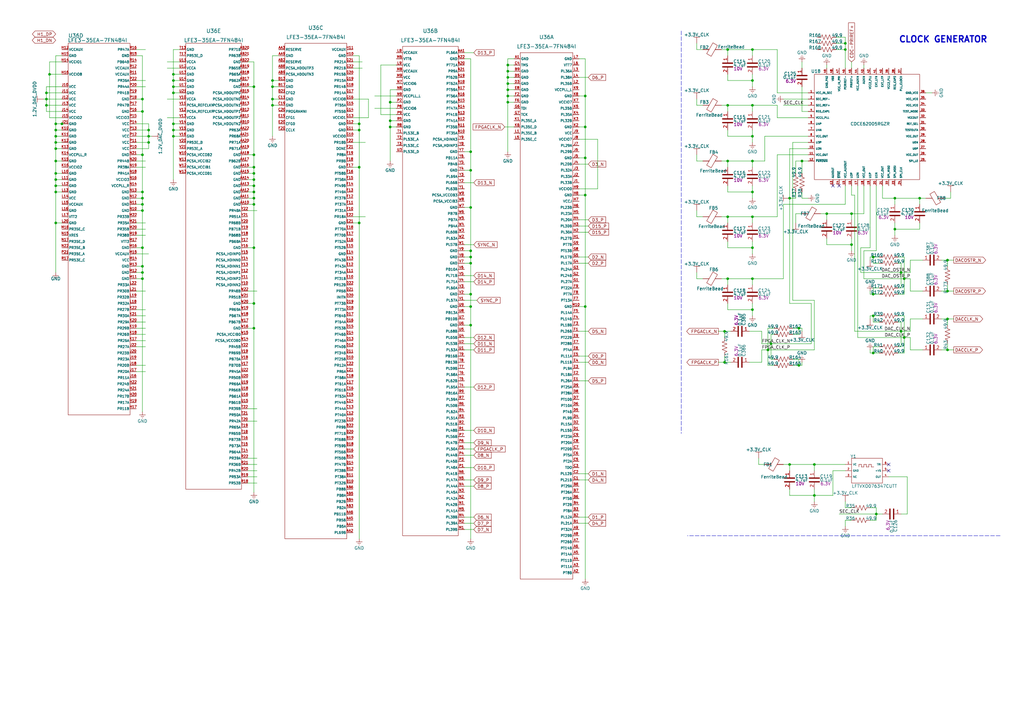
<source format=kicad_sch>
(kicad_sch (version 20230409) (generator eeschema)
  (paper "A3")
  (lib_symbols
    (symbol "Device:FerriteBead" (pin_numbers hide) (pin_names (offset 0))
      (property "Reference" "FB" (at -3.81 0.635 90))
      (property "Value" "FerriteBead" (at 3.81 0 90))
      (symbol "FerriteBead_1_1"
        (pin passive line (at 0 3.81 270) (length 2.54) (name "~") (number "1"))
        (pin passive line (at 0 -3.81 90) (length 2.54) (name "~") (number "2"))
      )
    )
    (symbol "awg1000:+3.3V_CLK" (power) (pin_names (offset 0))
      (property "Value" "+3.3V_CLK" (at 0 3.556 0))
      (symbol "+3.3V_CLK_1_1"
        (pin power_in line (at 0 0 90) (length 0) hide (name "+3.3V_CLK") (number "1"))
      )
    )
    (symbol "awg1000:1.2V_DAC_DVDD" (power) (pin_names (offset 0))
      (property "Value" "1.2V_DAC_DVDD" (at 0 3.556 0))
      (symbol "1.2V_DAC_DVDD_1_1"
        (pin power_in line (at 0 0 90) (length 0) hide (name "1.2V_DAC_DVDD") (number "1"))
      )
    )
    (symbol "awg1000:CAP_UNPOL" (pin_names (offset 0.254) hide)
      (property "Reference" "C" (at 2.286 1.524 0))
      (property "Value" "CAP_UNPOL" (at 2.286 0 0))
      (property "VOLTAGE" "V" (at 2.413 -1.524 0))
      (symbol "CAP_UNPOL_1_1"
        (pin passive line (at 0 3.81 270) (length 2.794) (name "1") (number "1"))
        (pin passive line (at 0 -3.81 90) (length 2.794) (name "2") (number "2"))
      )
    )
    (symbol "awg1000:CAP_UNPOL_1" (pin_names (offset 0.254) hide)
      (property "Reference" "C" (at 2.286 1.524 0))
      (property "Value" "CAP_UNPOL" (at 2.286 0 0))
      (property "VOLTAGE" "V" (at 2.413 -1.524 0))
      (symbol "CAP_UNPOL_1_1_1"
        (pin passive line (at 0 3.81 270) (length 2.794) (name "1") (number "1"))
        (pin passive line (at 0 -3.81 90) (length 2.794) (name "2") (number "2"))
      )
    )
    (symbol "awg1000:CAP_UNPOL_10" (pin_names (offset 0.254) hide)
      (property "Reference" "C" (at 2.286 1.524 0))
      (property "Value" "CAP_UNPOL" (at 2.286 0 0))
      (property "VOLTAGE" "V" (at 2.413 -1.524 0))
      (symbol "CAP_UNPOL_10_1_1"
        (pin passive line (at 0 3.81 270) (length 2.794) (name "1") (number "1"))
        (pin passive line (at 0 -3.81 90) (length 2.794) (name "2") (number "2"))
      )
    )
    (symbol "awg1000:CAP_UNPOL_11" (pin_names (offset 0.254) hide)
      (property "Reference" "C" (at 2.286 1.524 0))
      (property "Value" "CAP_UNPOL" (at 2.286 0 0))
      (property "VOLTAGE" "V" (at 2.413 -1.524 0))
      (symbol "CAP_UNPOL_11_1_1"
        (pin passive line (at 0 3.81 270) (length 2.794) (name "1") (number "1"))
        (pin passive line (at 0 -3.81 90) (length 2.794) (name "2") (number "2"))
      )
    )
    (symbol "awg1000:CAP_UNPOL_12" (pin_names (offset 0.254) hide)
      (property "Reference" "C" (at 2.286 1.524 0))
      (property "Value" "CAP_UNPOL" (at 2.286 0 0))
      (property "VOLTAGE" "V" (at 2.413 -1.524 0))
      (symbol "CAP_UNPOL_12_1_1"
        (pin passive line (at 0 3.81 270) (length 2.794) (name "1") (number "1"))
        (pin passive line (at 0 -3.81 90) (length 2.794) (name "2") (number "2"))
      )
    )
    (symbol "awg1000:CAP_UNPOL_13" (pin_names (offset 0.254) hide)
      (property "Reference" "C" (at 2.286 1.524 0))
      (property "Value" "CAP_UNPOL" (at 2.286 0 0))
      (property "VOLTAGE" "V" (at 2.413 -1.524 0))
      (symbol "CAP_UNPOL_13_1_1"
        (pin passive line (at 0 3.81 270) (length 2.794) (name "1") (number "1"))
        (pin passive line (at 0 -3.81 90) (length 2.794) (name "2") (number "2"))
      )
    )
    (symbol "awg1000:CAP_UNPOL_14" (pin_names (offset 0.254) hide)
      (property "Reference" "C" (at 2.286 1.524 0))
      (property "Value" "CAP_UNPOL" (at 2.286 0 0))
      (property "VOLTAGE" "V" (at 2.413 -1.524 0))
      (symbol "CAP_UNPOL_14_1_1"
        (pin passive line (at 0 3.81 270) (length 2.794) (name "1") (number "1"))
        (pin passive line (at 0 -3.81 90) (length 2.794) (name "2") (number "2"))
      )
    )
    (symbol "awg1000:CAP_UNPOL_15" (pin_names (offset 0.254) hide)
      (property "Reference" "C" (at 2.286 1.524 0))
      (property "Value" "CAP_UNPOL" (at 2.286 0 0))
      (property "VOLTAGE" "V" (at 2.413 -1.524 0))
      (symbol "CAP_UNPOL_15_1_1"
        (pin passive line (at 0 3.81 270) (length 2.794) (name "1") (number "1"))
        (pin passive line (at 0 -3.81 90) (length 2.794) (name "2") (number "2"))
      )
    )
    (symbol "awg1000:CAP_UNPOL_16" (pin_names (offset 0.254) hide)
      (property "Reference" "C" (at 2.286 1.524 0))
      (property "Value" "CAP_UNPOL" (at 2.286 0 0))
      (property "VOLTAGE" "V" (at 2.413 -1.524 0))
      (symbol "CAP_UNPOL_16_1_1"
        (pin passive line (at 0 3.81 270) (length 2.794) (name "1") (number "1"))
        (pin passive line (at 0 -3.81 90) (length 2.794) (name "2") (number "2"))
      )
    )
    (symbol "awg1000:CAP_UNPOL_17" (pin_names (offset 0.254) hide)
      (property "Reference" "C" (at 2.286 1.524 0))
      (property "Value" "CAP_UNPOL" (at 2.286 0 0))
      (property "VOLTAGE" "V" (at 2.413 -1.524 0))
      (symbol "CAP_UNPOL_17_1_1"
        (pin passive line (at 0 3.81 270) (length 2.794) (name "1") (number "1"))
        (pin passive line (at 0 -3.81 90) (length 2.794) (name "2") (number "2"))
      )
    )
    (symbol "awg1000:CAP_UNPOL_18" (pin_names (offset 0.254) hide)
      (property "Reference" "C" (at 2.286 1.524 0))
      (property "Value" "CAP_UNPOL" (at 2.286 0 0))
      (property "VOLTAGE" "V" (at 2.413 -1.524 0))
      (symbol "CAP_UNPOL_18_1_1"
        (pin passive line (at 0 3.81 270) (length 2.794) (name "1") (number "1"))
        (pin passive line (at 0 -3.81 90) (length 2.794) (name "2") (number "2"))
      )
    )
    (symbol "awg1000:CAP_UNPOL_19" (pin_names (offset 0.254) hide)
      (property "Reference" "C" (at 2.286 1.524 0))
      (property "Value" "CAP_UNPOL" (at 2.286 0 0))
      (property "VOLTAGE" "V" (at 2.413 -1.524 0))
      (symbol "CAP_UNPOL_19_1_1"
        (pin passive line (at 0 3.81 270) (length 2.794) (name "1") (number "1"))
        (pin passive line (at 0 -3.81 90) (length 2.794) (name "2") (number "2"))
      )
    )
    (symbol "awg1000:CAP_UNPOL_2" (pin_names (offset 0.254) hide)
      (property "Reference" "C" (at 2.286 1.524 0))
      (property "Value" "CAP_UNPOL" (at 2.286 0 0))
      (property "VOLTAGE" "V" (at 2.413 -1.524 0))
      (symbol "CAP_UNPOL_2_1_1"
        (pin passive line (at 0 3.81 270) (length 2.794) (name "1") (number "1"))
        (pin passive line (at 0 -3.81 90) (length 2.794) (name "2") (number "2"))
      )
    )
    (symbol "awg1000:CAP_UNPOL_3" (pin_names (offset 0.254) hide)
      (property "Reference" "C" (at 2.286 1.524 0))
      (property "Value" "CAP_UNPOL" (at 2.286 0 0))
      (property "VOLTAGE" "V" (at 2.413 -1.524 0))
      (symbol "CAP_UNPOL_3_1_1"
        (pin passive line (at 0 3.81 270) (length 2.794) (name "1") (number "1"))
        (pin passive line (at 0 -3.81 90) (length 2.794) (name "2") (number "2"))
      )
    )
    (symbol "awg1000:CAP_UNPOL_4" (pin_names (offset 0.254) hide)
      (property "Reference" "C" (at 2.286 1.524 0))
      (property "Value" "CAP_UNPOL" (at 2.286 0 0))
      (property "VOLTAGE" "V" (at 2.413 -1.524 0))
      (symbol "CAP_UNPOL_4_1_1"
        (pin passive line (at 0 3.81 270) (length 2.794) (name "1") (number "1"))
        (pin passive line (at 0 -3.81 90) (length 2.794) (name "2") (number "2"))
      )
    )
    (symbol "awg1000:CAP_UNPOL_5" (pin_names (offset 0.254) hide)
      (property "Reference" "C" (at 2.286 1.524 0))
      (property "Value" "CAP_UNPOL" (at 2.286 0 0))
      (property "VOLTAGE" "V" (at 2.413 -1.524 0))
      (symbol "CAP_UNPOL_5_1_1"
        (pin passive line (at 0 3.81 270) (length 2.794) (name "1") (number "1"))
        (pin passive line (at 0 -3.81 90) (length 2.794) (name "2") (number "2"))
      )
    )
    (symbol "awg1000:CAP_UNPOL_6" (pin_names (offset 0.254) hide)
      (property "Reference" "C" (at 2.286 1.524 0))
      (property "Value" "CAP_UNPOL" (at 2.286 0 0))
      (property "VOLTAGE" "V" (at 2.413 -1.524 0))
      (symbol "CAP_UNPOL_6_1_1"
        (pin passive line (at 0 3.81 270) (length 2.794) (name "1") (number "1"))
        (pin passive line (at 0 -3.81 90) (length 2.794) (name "2") (number "2"))
      )
    )
    (symbol "awg1000:CAP_UNPOL_7" (pin_names (offset 0.254) hide)
      (property "Reference" "C" (at 2.286 1.524 0))
      (property "Value" "CAP_UNPOL" (at 2.286 0 0))
      (property "VOLTAGE" "V" (at 2.413 -1.524 0))
      (symbol "CAP_UNPOL_7_1_1"
        (pin passive line (at 0 3.81 270) (length 2.794) (name "1") (number "1"))
        (pin passive line (at 0 -3.81 90) (length 2.794) (name "2") (number "2"))
      )
    )
    (symbol "awg1000:CAP_UNPOL_8" (pin_names (offset 0.254) hide)
      (property "Reference" "C" (at 2.286 1.524 0))
      (property "Value" "CAP_UNPOL" (at 2.286 0 0))
      (property "VOLTAGE" "V" (at 2.413 -1.524 0))
      (symbol "CAP_UNPOL_8_1_1"
        (pin passive line (at 0 3.81 270) (length 2.794) (name "1") (number "1"))
        (pin passive line (at 0 -3.81 90) (length 2.794) (name "2") (number "2"))
      )
    )
    (symbol "awg1000:CAP_UNPOL_9" (pin_names (offset 0.254) hide)
      (property "Reference" "C" (at 2.286 1.524 0))
      (property "Value" "CAP_UNPOL" (at 2.286 0 0))
      (property "VOLTAGE" "V" (at 2.413 -1.524 0))
      (symbol "CAP_UNPOL_9_1_1"
        (pin passive line (at 0 3.81 270) (length 2.794) (name "1") (number "1"))
        (pin passive line (at 0 -3.81 90) (length 2.794) (name "2") (number "2"))
      )
    )
    (symbol "awg1000:CDCE62005RGZR"
      (property "Reference" "U" (at 0.635 1.27 0))
      (property "Value" "CDCE62005RGZR" (at 22.86 -20.32 0))
      (symbol "CDCE62005RGZR_0_0"
        (pin unspecified line (at -2.54 -7.62 0) (length 2.54) (name "VCC_IN_SEC") (number "1"))
        (pin unspecified line (at -2.54 -30.48 0) (length 2.54) (name "U3N") (number "10"))
        (pin unspecified line (at -2.54 -33.02 0) (length 2.54) (name "VCC_OUT") (number "11"))
        (pin unspecified line (at -2.54 -35.56 0) (length 2.54) (name "~{PWRDWN}") (number "12"))
        (pin unspecified line (at 7.62 -45.72 90) (length 2.54) (name "AUXOUT") (number "13"))
        (pin unspecified line (at 10.16 -45.72 90) (length 2.54) (name "~{SYNC}") (number "14"))
        (pin unspecified line (at 12.7 -45.72 90) (length 2.54) (name "VCC_AUXOUT") (number "15"))
        (pin unspecified line (at 15.24 -45.72 90) (length 2.54) (name "U2P") (number "16"))
        (pin unspecified line (at 17.78 -45.72 90) (length 2.54) (name "U2N") (number "17"))
        (pin unspecified line (at 20.32 -45.72 90) (length 2.54) (name "VCC_OUT") (number "18"))
        (pin unspecified line (at 22.86 -45.72 90) (length 2.54) (name "U1P") (number "19"))
        (pin unspecified line (at -2.54 -10.16 0) (length 2.54) (name "SEC_REF-") (number "2"))
        (pin unspecified line (at 25.4 -45.72 90) (length 2.54) (name "U1N") (number "20"))
        (pin unspecified line (at 27.94 -45.72 90) (length 2.54) (name "VCC_OUT") (number "21"))
        (pin unspecified line (at 30.48 -45.72 90) (length 2.54) (name "SPI_MISO") (number "22"))
        (pin unspecified line (at 33.02 -45.72 90) (length 2.54) (name "SPI_MOSI") (number "23"))
        (pin unspecified line (at 35.56 -45.72 90) (length 2.54) (name "SPI_CLK") (number "24"))
        (pin unspecified line (at 45.72 -35.56 180) (length 2.54) (name "SPI_LE") (number "25"))
        (pin unspecified line (at 45.72 -33.02 180) (length 2.54) (name "VCC_OUT") (number "26"))
        (pin unspecified line (at 45.72 -30.48 180) (length 2.54) (name "U0P") (number "27"))
        (pin unspecified line (at 45.72 -27.94 180) (length 2.54) (name "U0N") (number "28"))
        (pin unspecified line (at 45.72 -25.4 180) (length 2.54) (name "VCC_OUT") (number "29"))
        (pin unspecified line (at -2.54 -12.7 0) (length 2.54) (name "SEC_REF+") (number "3"))
        (pin unspecified line (at 45.72 -22.86 180) (length 2.54) (name "TESTOUTA") (number "30"))
        (pin unspecified line (at 45.72 -20.32 180) (length 2.54) (name "REF_SEL") (number "31"))
        (pin unspecified line (at 45.72 -17.78 180) (length 2.54) (name "VCCOUT") (number "32"))
        (pin unspecified line (at 45.72 -15.24 180) (length 2.54) (name "TEST_MODE") (number "33"))
        (pin unspecified line (at 45.72 -12.7 180) (length 2.54) (name "VCC_VCO") (number "34"))
        (pin unspecified line (at 45.72 -10.16 180) (length 2.54) (name "VCC_VCO") (number "35"))
        (pin unspecified line (at 45.72 -7.62 180) (length 2.54) (name "GND_VCO") (number "36"))
        (pin unspecified line (at 35.56 2.54 270) (length 2.54) (name "PLL_CLOCK") (number "37"))
        (pin unspecified line (at 33.02 2.54 270) (length 2.54) (name "REG_CAP2") (number "38"))
        (pin unspecified line (at 30.48 2.54 270) (length 2.54) (name "VCC2_PLL") (number "39"))
        (pin unspecified line (at -2.54 -15.24 0) (length 2.54) (name "REG_CAP1") (number "4"))
        (pin unspecified line (at 27.94 2.54 270) (length 2.54) (name "EXT_LFP") (number "40"))
        (pin unspecified line (at 25.4 2.54 270) (length 2.54) (name "EXT_LFN") (number "41"))
        (pin unspecified line (at 22.86 2.54 270) (length 2.54) (name "VCC2_PLL") (number "42"))
        (pin unspecified line (at 20.32 2.54 270) (length 2.54) (name "AUXIN") (number "43"))
        (pin unspecified line (at 17.78 2.54 270) (length 2.54) (name "VCC_AUXIN") (number "44"))
        (pin unspecified line (at 15.24 2.54 270) (length 2.54) (name "PRIFEF+") (number "45"))
        (pin unspecified line (at 12.7 2.54 270) (length 2.54) (name "PERIREF-") (number "46"))
        (pin unspecified line (at 10.16 2.54 270) (length 2.54) (name "VCC_IN_PRI") (number "47"))
        (pin unspecified line (at 7.62 2.54 270) (length 2.54) (name "VBB") (number "48"))
        (pin unspecified line (at 5.08 2.54 270) (length 2.54) (name "GND_PAD") (number "49"))
        (pin unspecified line (at -2.54 -17.78 0) (length 2.54) (name "VCC1_PLL") (number "5"))
        (pin unspecified line (at -2.54 -20.32 0) (length 2.54) (name "U4P") (number "6"))
        (pin unspecified line (at -2.54 -22.86 0) (length 2.54) (name "U4N") (number "7"))
        (pin unspecified line (at -2.54 -25.4 0) (length 2.54) (name "VCC_OUT") (number "8"))
        (pin unspecified line (at -2.54 -27.94 0) (length 2.54) (name "U3P") (number "9"))
      )
    )
    (symbol "awg1000:GND" (power)
      (property "Value" "GND" (at 0 -3.81 0))
      (symbol "GND_1_1"
        (pin power_in line (at 0 0 270) (length 0) hide (name "GND") (number "1"))
      )
    )
    (symbol "awg1000:LFE3-35EA-7FN484I" (pin_names (offset 0.254))
      (property "Reference" "U" (at 2.54 6.35 0))
      (property "Value" "LFE3-35EA-7FN484I" (at 13.97 3.81 0))
      (symbol "LFE3-35EA-7FN484I_1_1"
        (pin power_in line (at 0 0 0) (length 2.54) (name "GND") (number "A1"))
        (pin bidirectional line (at 26.67 -210.82 180) (length 2.54) (name "PT8B") (number "A2"))
        (pin bidirectional line (at 26.67 -208.28 180) (length 2.54) (name "PT11A") (number "A3"))
        (pin bidirectional line (at 26.67 -205.74 180) (length 2.54) (name "PT11B") (number "A4"))
        (pin bidirectional line (at 26.67 -203.2 180) (length 2.54) (name "PT14A") (number "A5"))
        (pin bidirectional line (at 26.67 -200.66 180) (length 2.54) (name "PT14B") (number "A6"))
        (pin bidirectional line (at 26.67 -198.12 180) (length 2.54) (name "PT26B") (number "A7"))
        (pin bidirectional line (at 26.67 -195.58 180) (length 2.54) (name "PT29B") (number "A8"))
        (pin bidirectional line (at 26.67 -193.04 180) (length 2.54) (name "PT32A") (number "A9"))
        (pin bidirectional line (at 26.67 -190.5 180) (length 2.54) (name "PL21A") (number "B1"))
        (pin bidirectional line (at 26.67 -187.96 180) (length 2.54) (name "PL12A") (number "B2"))
        (pin bidirectional line (at 26.67 -185.42 180) (length 2.54) (name "PT8A") (number "B3"))
        (pin bidirectional line (at 26.67 -182.88 180) (length 2.54) (name "PT2B") (number "B4"))
        (pin power_in line (at 0 -7.62 0) (length 2.54) (name "GND") (number "B5"))
        (pin bidirectional line (at 26.67 -180.34 180) (length 2.54) (name "PT5B") (number "B6"))
        (pin bidirectional line (at 26.67 -177.8 180) (length 2.54) (name "PT26A") (number "B7"))
        (pin bidirectional line (at 26.67 -175.26 180) (length 2.54) (name "PT29A") (number "B8"))
        (pin power_in line (at 0 -5.08 0) (length 2.54) (name "GND") (number "B9"))
        (pin bidirectional line (at 26.67 -172.72 180) (length 2.54) (name "PL21B") (number "C1"))
        (pin bidirectional line (at 26.67 -170.18 180) (length 2.54) (name "PL12B") (number "C2"))
        (pin output line (at 26.67 -167.64 180) (length 2.54) (name "TDO") (number "C3"))
        (pin input line (at 0 -2.54 0) (length 2.54) (name "TMS") (number "C4"))
        (pin bidirectional line (at 26.67 -165.1 180) (length 2.54) (name "PT2A") (number "C5"))
        (pin bidirectional line (at 26.67 -162.56 180) (length 2.54) (name "PT5A") (number "C6"))
        (pin bidirectional line (at 26.67 -160.02 180) (length 2.54) (name "PT20B") (number "C7"))
        (pin bidirectional line (at 26.67 -157.48 180) (length 2.54) (name "PT20A") (number "C8"))
        (pin bidirectional line (at 26.67 -154.94 180) (length 2.54) (name "PT23A") (number "C9"))
        (pin bidirectional line (at 26.67 -152.4 180) (length 2.54) (name "PL15B") (number "D1"))
        (pin bidirectional line (at 26.67 -149.86 180) (length 2.54) (name "PL15A") (number "D2"))
        (pin power_in line (at 0 -10.16 0) (length 2.54) (name "GND") (number "D3"))
        (pin bidirectional line (at 26.67 -147.32 180) (length 2.54) (name "PL9B") (number "D4"))
        (pin bidirectional line (at 26.67 -144.78 180) (length 2.54) (name "PT4B") (number "D5"))
        (pin bidirectional line (at 26.67 -142.24 180) (length 2.54) (name "PT10A") (number "D6"))
        (pin bidirectional line (at 26.67 -139.7 180) (length 2.54) (name "PT10B") (number "D7"))
        (pin bidirectional line (at 26.67 -137.16 180) (length 2.54) (name "PT28A") (number "D8"))
        (pin bidirectional line (at 26.67 -134.62 180) (length 2.54) (name "PT25A") (number "D9"))
        (pin bidirectional line (at 26.67 -132.08 180) (length 2.54) (name "PL26A") (number "E1"))
        (pin bidirectional line (at 26.67 -129.54 180) (length 2.54) (name "PL18A") (number "E2"))
        (pin bidirectional line (at 26.67 -127 180) (length 2.54) (name "PL9A") (number "E3"))
        (pin bidirectional line (at 26.67 -124.46 180) (length 2.54) (name "PL11B") (number "E4"))
        (pin bidirectional line (at 26.67 -121.92 180) (length 2.54) (name "PL11A") (number "E5"))
        (pin bidirectional line (at 26.67 -119.38 180) (length 2.54) (name "PT4A") (number "E6"))
        (pin bidirectional line (at 26.67 -116.84 180) (length 2.54) (name "PT28B") (number "E7"))
        (pin power_in line (at 0 -12.7 0) (length 2.54) (name "GND") (number "E8"))
        (pin bidirectional line (at 26.67 -114.3 180) (length 2.54) (name "PT22B") (number "E9"))
        (pin bidirectional line (at 26.67 -111.76 180) (length 2.54) (name "PL26B") (number "F1"))
        (pin power_in line (at 0 -15.24 0) (length 2.54) (name "GND") (number "F2"))
        (pin bidirectional line (at 26.67 -109.22 180) (length 2.54) (name "PL18B") (number "F3"))
        (pin bidirectional line (at 26.67 -106.68 180) (length 2.54) (name "PL14B") (number "F4"))
        (pin bidirectional line (at 26.67 -104.14 180) (length 2.54) (name "PL14A") (number "F5"))
        (pin power_in line (at 0 -17.78 0) (length 2.54) (name "GND") (number "F6"))
        (pin bidirectional line (at 26.67 -99.06 180) (length 2.54) (name "PT13A") (number "F7"))
        (pin bidirectional line (at 26.67 -96.52 180) (length 2.54) (name "PT7A") (number "F8"))
        (pin bidirectional line (at 26.67 -93.98 180) (length 2.54) (name "PT22A") (number "F9"))
        (pin bidirectional line (at 26.67 -91.44 180) (length 2.54) (name "PL27A") (number "G1"))
        (pin bidirectional line (at 26.67 -88.9 180) (length 2.54) (name "PL24B") (number "G2"))
        (pin bidirectional line (at 26.67 -86.36 180) (length 2.54) (name "PL24A") (number "G3"))
        (pin bidirectional line (at 26.67 -83.82 180) (length 2.54) (name "PL17A") (number "G4"))
        (pin bidirectional line (at 26.67 -81.28 180) (length 2.54) (name "PL17B") (number "G5"))
        (pin input line (at 0 -20.32 0) (length 2.54) (name "TDI") (number "G6"))
        (pin input line (at 0 -22.86 0) (length 2.54) (name "TCK") (number "G7"))
        (pin bidirectional line (at 26.67 -78.74 180) (length 2.54) (name "PT13B") (number "G8"))
        (pin bidirectional line (at 26.67 -76.2 180) (length 2.54) (name "PT7B") (number "G9"))
        (pin bidirectional line (at 26.67 -73.66 180) (length 2.54) (name "PL27B") (number "H1"))
        (pin bidirectional line (at 26.67 -71.12 180) (length 2.54) (name "PL30A") (number "H2"))
        (pin bidirectional line (at 26.67 -68.58 180) (length 2.54) (name "PL30B") (number "H3"))
        (pin bidirectional line (at 26.67 -66.04 180) (length 2.54) (name "PL20A") (number "H4"))
        (pin bidirectional line (at 26.67 -63.5 180) (length 2.54) (name "PL23A") (number "H5"))
        (pin bidirectional line (at 26.67 -60.96 180) (length 2.54) (name "PL23B") (number "H6"))
        (pin power_in line (at 26.67 -58.42 180) (length 2.54) (name "VCCJ") (number "H7"))
        (pin power_in line (at 26.67 -55.88 180) (length 2.54) (name "GND") (number "H8"))
        (pin power_in line (at 26.67 -53.34 180) (length 2.54) (name "VCCIO0") (number "H9"))
        (pin bidirectional line (at 26.67 -50.8 180) (length 2.54) (name "PL33B") (number "J1"))
        (pin bidirectional line (at 26.67 -48.26 180) (length 2.54) (name "PL33A") (number "J2"))
        (pin bidirectional line (at 26.67 -45.72 180) (length 2.54) (name "PL32A") (number "J3"))
        (pin bidirectional line (at 26.67 -43.18 180) (length 2.54) (name "PL20B") (number "J4"))
        (pin power_in line (at 26.67 -40.64 180) (length 2.54) (name "GND") (number "J5"))
        (pin bidirectional line (at 26.67 -38.1 180) (length 2.54) (name "PL29B") (number "J6"))
        (pin bidirectional line (at 26.67 -35.56 180) (length 2.54) (name "PL29A") (number "J7"))
        (pin power_in line (at 26.67 -33.02 180) (length 2.54) (name "VCCIO7") (number "J8"))
        (pin power_in line (at 26.67 -30.48 180) (length 2.54) (name "VCC") (number "J9"))
        (pin input line (at 0 -25.4 0) (length 2.54) (name "PL35E_A") (number "K1"))
        (pin power_in line (at 26.67 -27.94 180) (length 2.54) (name "GND") (number "K2"))
        (pin bidirectional line (at 26.67 -25.4 180) (length 2.54) (name "PL32B") (number "K3"))
        (pin bidirectional line (at 26.67 -22.86 180) (length 2.54) (name "PL35A") (number "K4"))
        (pin bidirectional line (at 26.67 -20.32 180) (length 2.54) (name "PL35B") (number "K5"))
        (pin input line (at 0 -27.94 0) (length 2.54) (name "PL35E_D") (number "K6"))
        (pin power_in line (at 26.67 -17.78 180) (length 2.54) (name "VCCIO7") (number "K7"))
        (pin power_in line (at 26.67 -15.24 180) (length 2.54) (name "GND") (number "K8"))
        (pin power_in line (at 26.67 -12.7 180) (length 2.54) (name "VCCPLL_L") (number "K9"))
        (pin input line (at 0 -30.48 0) (length 2.54) (name "PL35E_B") (number "L1"))
        (pin bidirectional line (at 26.67 -10.16 180) (length 2.54) (name "PL36B") (number "L2"))
        (pin bidirectional line (at 26.67 -5.08 180) (length 2.54) (name "PL36A") (number "L3"))
        (pin bidirectional line (at 26.67 -7.62 180) (length 2.54) (name "PL38A") (number "L4"))
        (pin input line (at 0 -33.02 0) (length 2.54) (name "PL35E_C") (number "L5"))
        (pin power_in line (at 26.67 -2.54 180) (length 2.54) (name "VTT7") (number "L6"))
        (pin power_in line (at 26.67 0 180) (length 2.54) (name "GND") (number "L7"))
        (pin power_in line (at 26.67 -101.6 180) (length 2.54) (name "GND") (number "M10"))
      )
      (symbol "LFE3-35EA-7FN484I_2_1"
        (pin bidirectional line (at 27.94 -33.02 180) (length 2.54) (name "PT35A") (number "A10"))
        (pin bidirectional line (at 27.94 -30.48 180) (length 2.54) (name "PT35B") (number "A11"))
        (pin bidirectional line (at 27.94 -27.94 180) (length 2.54) (name "PT41A") (number "A12"))
        (pin bidirectional line (at 27.94 -25.4 180) (length 2.54) (name "PT41B") (number "A13"))
        (pin bidirectional line (at 27.94 -22.86 180) (length 2.54) (name "PT47A") (number "A14"))
        (pin bidirectional line (at 27.94 -20.32 180) (length 2.54) (name "PT50A") (number "A15"))
        (pin bidirectional line (at 27.94 -17.78 180) (length 2.54) (name "PT56A") (number "A16"))
        (pin bidirectional line (at 27.94 -15.24 180) (length 2.54) (name "PT59A") (number "A17"))
        (pin bidirectional line (at 27.94 -12.7 180) (length 2.54) (name "PT62A") (number "A18"))
        (pin bidirectional line (at 27.94 -10.16 180) (length 2.54) (name "PT62B") (number "A19"))
        (pin bidirectional line (at 27.94 -5.08 180) (length 2.54) (name "PT71A") (number "A20"))
        (pin bidirectional line (at 27.94 -7.62 180) (length 2.54) (name "PR9A") (number "A21"))
        (pin power_in line (at 27.94 -2.54 180) (length 2.54) (name "GND") (number "A22"))
        (pin bidirectional line (at 27.94 0 180) (length 2.54) (name "PL66A") (number "AA1"))
        (pin power_in line (at 0 0 0) (length 2.54) (name "VCCAUX") (number "L8"))
        (pin power_in line (at 0 -5.08 0) (length 2.54) (name "VCC") (number "L9"))
        (pin bidirectional line (at 27.94 -195.58 180) (length 2.54) (name "PL39B") (number "M1"))
        (pin bidirectional line (at 27.94 -193.04 180) (length 2.54) (name "PL39A") (number "M2"))
        (pin bidirectional line (at 27.94 -190.5 180) (length 2.54) (name "PL38B") (number "M4"))
        (pin bidirectional line (at 27.94 -187.96 180) (length 2.54) (name "PL41A") (number "M5"))
        (pin power_in line (at 0 -2.54 0) (length 2.54) (name "VTT6") (number "M6"))
        (pin power_in line (at 0 -7.62 0) (length 2.54) (name "VCCAUX") (number "M8"))
        (pin power_in line (at 0 -10.16 0) (length 2.54) (name "VCC") (number "M9"))
        (pin bidirectional line (at 27.94 -185.42 180) (length 2.54) (name "PL42B") (number "N1"))
        (pin bidirectional line (at 27.94 -182.88 180) (length 2.54) (name "PL42A") (number "N2"))
        (pin bidirectional line (at 27.94 -180.34 180) (length 2.54) (name "PL45A") (number "N3"))
        (pin bidirectional line (at 27.94 -177.8 180) (length 2.54) (name "PL44A") (number "N4"))
        (pin bidirectional line (at 27.94 -175.26 180) (length 2.54) (name "PL47A") (number "N5"))
        (pin bidirectional line (at 27.94 -172.72 180) (length 2.54) (name "PL41B") (number "N6"))
        (pin power_in line (at 0 -12.7 0) (length 2.54) (name "VCCIO6") (number "N7"))
        (pin power_in line (at 0 -15.24 0) (length 2.54) (name "GND") (number "N8"))
        (pin power_in line (at 0 -17.78 0) (length 2.54) (name "VCCPLL_L") (number "N9"))
        (pin bidirectional line (at 27.94 -170.18 180) (length 2.54) (name "PL48A") (number "P1"))
        (pin power_in line (at 0 -20.32 0) (length 2.54) (name "GND") (number "P2"))
        (pin bidirectional line (at 27.94 -167.64 180) (length 2.54) (name "PL45B") (number "P3"))
        (pin bidirectional line (at 27.94 -165.1 180) (length 2.54) (name "PL44B") (number "P4"))
        (pin bidirectional line (at 27.94 -162.56 180) (length 2.54) (name "PL50A") (number "P5"))
        (pin bidirectional line (at 27.94 -160.02 180) (length 2.54) (name "PL47B") (number "P6"))
        (pin bidirectional line (at 27.94 -157.48 180) (length 2.54) (name "PL56B") (number "P7"))
        (pin power_in line (at 0 -22.86 0) (length 2.54) (name "VCCIO6") (number "P8"))
        (pin power_in line (at 0 -25.4 0) (length 2.54) (name "VCC") (number "P9"))
        (pin bidirectional line (at 27.94 -154.94 180) (length 2.54) (name "PL48B") (number "R1"))
        (pin bidirectional line (at 27.94 -152.4 180) (length 2.54) (name "PL51B") (number "R2"))
        (pin bidirectional line (at 27.94 -149.86 180) (length 2.54) (name "PL51A") (number "R3"))
        (pin bidirectional line (at 27.94 -147.32 180) (length 2.54) (name "PL62A") (number "R4"))
        (pin power_in line (at 0 -27.94 0) (length 2.54) (name "GND") (number "R5"))
        (pin bidirectional line (at 27.94 -144.78 180) (length 2.54) (name "PL50B") (number "R6"))
        (pin bidirectional line (at 27.94 -142.24 180) (length 2.54) (name "PL59A") (number "R7"))
        (pin power_in line (at 0 -30.48 0) (length 2.54) (name "GND") (number "R8"))
        (pin bidirectional line (at 27.94 -139.7 180) (length 2.54) (name "PB16A") (number "R9"))
        (pin input line (at 0 -33.02 0) (length 2.54) (name "PL53E_B") (number "T1"))
        (pin input line (at 0 -35.56 0) (length 2.54) (name "PL53E_A") (number "T2"))
        (pin input line (at 0 -38.1 0) (length 2.54) (name "PL53E_C") (number "T3"))
        (pin bidirectional line (at 27.94 -137.16 180) (length 2.54) (name "PL65A") (number "T4"))
        (pin bidirectional line (at 27.94 -134.62 180) (length 2.54) (name "PL62B") (number "T5"))
        (pin bidirectional line (at 27.94 -132.08 180) (length 2.54) (name "PL68A") (number "T6"))
        (pin bidirectional line (at 27.94 -129.54 180) (length 2.54) (name "PL59B") (number "T7"))
        (pin bidirectional line (at 27.94 -127 180) (length 2.54) (name "PB13B") (number "T8"))
        (pin bidirectional line (at 27.94 -124.46 180) (length 2.54) (name "PB16B") (number "T9"))
        (pin bidirectional line (at 27.94 -121.92 180) (length 2.54) (name "PL53A") (number "U1"))
        (pin bidirectional line (at 27.94 -119.38 180) (length 2.54) (name "PL53B") (number "U2"))
        (pin input line (at 0 -40.64 0) (length 2.54) (name "PL53E_D") (number "U3"))
        (pin bidirectional line (at 27.94 -116.84 180) (length 2.54) (name "PL65B") (number "U4"))
        (pin bidirectional line (at 27.94 -114.3 180) (length 2.54) (name "PL68B") (number "U5"))
        (pin power_in line (at 27.94 -111.76 180) (length 2.54) (name "GND") (number "U6"))
        (pin bidirectional line (at 27.94 -109.22 180) (length 2.54) (name "PB10B") (number "U7"))
        (pin bidirectional line (at 27.94 -106.68 180) (length 2.54) (name "PB13A") (number "U8"))
        (pin power_in line (at 27.94 -104.14 180) (length 2.54) (name "GND") (number "U9"))
        (pin bidirectional line (at 27.94 -101.6 180) (length 2.54) (name "PL57A") (number "V1"))
        (pin power_in line (at 27.94 -99.06 180) (length 2.54) (name "GND") (number "V2"))
        (pin bidirectional line (at 27.94 -96.52 180) (length 2.54) (name "PL60A") (number "V3"))
        (pin bidirectional line (at 27.94 -93.98 180) (length 2.54) (name "PL71A") (number "V4"))
        (pin bidirectional line (at 27.94 -91.44 180) (length 2.54) (name "PL71B") (number "V5"))
        (pin bidirectional line (at 27.94 -88.9 180) (length 2.54) (name "PB10A") (number "V6"))
        (pin power_in line (at 27.94 -86.36 180) (length 2.54) (name "GND") (number "V7"))
        (pin power_in line (at 27.94 -83.82 180) (length 2.54) (name "GND") (number "V8"))
        (pin power_in line (at 27.94 -81.28 180) (length 2.54) (name "GND") (number "V9"))
        (pin bidirectional line (at 27.94 -78.74 180) (length 2.54) (name "PL57B") (number "W1"))
        (pin bidirectional line (at 27.94 -76.2 180) (length 2.54) (name "PL63A") (number "W2"))
        (pin bidirectional line (at 27.94 -73.66 180) (length 2.54) (name "PL60B") (number "W3"))
        (pin bidirectional line (at 27.94 -71.12 180) (length 2.54) (name "PB4A") (number "W4"))
        (pin bidirectional line (at 27.94 -68.58 180) (length 2.54) (name "PB7A") (number "W5"))
        (pin bidirectional line (at 27.94 -66.04 180) (length 2.54) (name "PB7B") (number "W6"))
        (pin power_in line (at 27.94 -63.5 180) (length 2.54) (name "GND") (number "W7"))
        (pin unspecified line (at 27.94 -60.96 180) (length 2.54) (name "PCSA_VCCIB3") (number "W8"))
        (pin unspecified line (at 27.94 -58.42 180) (length 2.54) (name "PCSA_VCCOB3") (number "W9"))
        (pin bidirectional line (at 27.94 -55.88 180) (length 2.54) (name "PL63B") (number "Y1"))
        (pin bidirectional line (at 27.94 -53.34 180) (length 2.54) (name "PL66B") (number "Y2"))
        (pin bidirectional line (at 27.94 -50.8 180) (length 2.54) (name "PL69A") (number "Y3"))
        (pin power_in line (at 27.94 -48.26 180) (length 2.54) (name "GND") (number "Y4"))
        (pin bidirectional line (at 27.94 -45.72 180) (length 2.54) (name "PB4B") (number "Y5"))
        (pin bidirectional line (at 27.94 -43.18 180) (length 2.54) (name "PB11A") (number "Y6"))
        (pin power_in line (at 27.94 -40.64 180) (length 2.54) (name "GND") (number "Y7"))
        (pin unspecified line (at 27.94 -38.1 180) (length 2.54) (name "PCSA_HDINP3") (number "Y8"))
        (pin unspecified line (at 27.94 -35.56 180) (length 2.54) (name "PCSA_HDINN3") (number "Y9"))
      )
      (symbol "LFE3-35EA-7FN484I_3_1"
        (pin bidirectional line (at 30.48 -198.12 180) (length 2.54) (name "PL69B") (number "AA2"))
        (pin input line (at 0 0 0) (length 2.54) (name "RESERVE") (number "AA3"))
        (pin bidirectional line (at 30.48 -195.58 180) (length 2.54) (name "PB5A") (number "AA4"))
        (pin bidirectional line (at 30.48 -193.04 180) (length 2.54) (name "PB5B") (number "AA5"))
        (pin bidirectional line (at 30.48 -190.5 180) (length 2.54) (name "PB11B") (number "AA6"))
        (pin power_in line (at 0 -2.54 0) (length 2.54) (name "GND") (number "AA9"))
        (pin input line (at 0 -5.08 0) (length 2.54) (name "RESERVE") (number "AB2"))
        (pin bidirectional line (at 30.48 -187.96 180) (length 2.54) (name "PB2A") (number "AB3"))
        (pin bidirectional line (at 30.48 -185.42 180) (length 2.54) (name "PB2B") (number "AB4"))
        (pin bidirectional line (at 30.48 -182.88 180) (length 2.54) (name "PB8A") (number "AB5"))
        (pin bidirectional line (at 30.48 -180.34 180) (length 2.54) (name "PB8B") (number "AB6"))
        (pin unspecified line (at 0 -7.62 0) (length 2.54) (name "PCSA_HDOUTP3") (number "AB8"))
        (pin unspecified line (at 0 -10.16 0) (length 2.54) (name "PCSA_HDOUTN3") (number "AB9"))
        (pin bidirectional line (at 30.48 -177.8 180) (length 2.54) (name "PT32B") (number "B10"))
        (pin bidirectional line (at 30.48 -175.26 180) (length 2.54) (name "PT38A") (number "B11"))
        (pin bidirectional line (at 30.48 -172.72 180) (length 2.54) (name "PT38B") (number "B12"))
        (pin power_in line (at 0 -12.7 0) (length 2.54) (name "GND") (number "B13"))
        (pin bidirectional line (at 30.48 -170.18 180) (length 2.54) (name "PT47B") (number "B14"))
        (pin bidirectional line (at 30.48 -167.64 180) (length 2.54) (name "PT50B") (number "B15"))
        (pin bidirectional line (at 30.48 -165.1 180) (length 2.54) (name "PT56B") (number "B16"))
        (pin power_in line (at 0 -15.24 0) (length 2.54) (name "GND") (number "B17"))
        (pin bidirectional line (at 30.48 -162.56 180) (length 2.54) (name "PT59B") (number "B18"))
        (pin bidirectional line (at 30.48 -160.02 180) (length 2.54) (name "PT68B") (number "B19"))
        (pin bidirectional line (at 30.48 -157.48 180) (length 2.54) (name "PT71B") (number "B20"))
        (pin input line (at 0 -17.78 0) (length 2.54) (name "CFG2") (number "B21"))
        (pin bidirectional line (at 30.48 -154.94 180) (length 2.54) (name "PR9B") (number "B22"))
        (pin bidirectional line (at 30.48 -152.4 180) (length 2.54) (name "PT23B") (number "C10"))
        (pin power_in line (at 0 -20.32 0) (length 2.54) (name "GND") (number "C11"))
        (pin bidirectional line (at 30.48 -149.86 180) (length 2.54) (name "PT40A") (number "C12"))
        (pin bidirectional line (at 30.48 -147.32 180) (length 2.54) (name "PT44A") (number "C13"))
        (pin bidirectional line (at 30.48 -144.78 180) (length 2.54) (name "PT44B") (number "C14"))
        (pin bidirectional line (at 30.48 -142.24 180) (length 2.54) (name "PT53A") (number "C15"))
        (pin bidirectional line (at 30.48 -139.7 180) (length 2.54) (name "PT61B") (number "C16"))
        (pin bidirectional line (at 30.48 -137.16 180) (length 2.54) (name "PT61A") (number "C17"))
        (pin bidirectional line (at 30.48 -134.62 180) (length 2.54) (name "PT68A") (number "C18"))
        (pin power_in line (at 0 -22.86 0) (length 2.54) (name "GND") (number "C19"))
        (pin input line (at 0 -25.4 0) (length 2.54) (name "PROGRAMNI") (number "C20"))
        (pin bidirectional line (at 30.48 -132.08 180) (length 2.54) (name "PR6A") (number "C21"))
        (pin bidirectional line (at 30.48 -129.54 180) (length 2.54) (name "PR12A") (number "C22"))
        (pin bidirectional line (at 30.48 -127 180) (length 2.54) (name "PT25B") (number "D10"))
        (pin bidirectional line (at 30.48 -124.46 180) (length 2.54) (name "PT34B") (number "D11"))
        (pin bidirectional line (at 30.48 -121.92 180) (length 2.54) (name "PT40B") (number "D12"))
        (pin bidirectional line (at 30.48 -119.38 180) (length 2.54) (name "PT46A") (number "D13"))
        (pin bidirectional line (at 30.48 -116.84 180) (length 2.54) (name "PT46B") (number "D14"))
        (pin bidirectional line (at 30.48 -114.3 180) (length 2.54) (name "PT53B") (number "D15"))
        (pin bidirectional line (at 30.48 -111.76 180) (length 2.54) (name "PT64A") (number "D16"))
        (pin bidirectional line (at 30.48 -109.22 180) (length 2.54) (name "PT64B") (number "D17"))
        (pin bidirectional line (at 30.48 -106.68 180) (length 2.54) (name "PT73A") (number "D18"))
        (pin bidirectional line (at 30.48 -104.14 180) (length 2.54) (name "PT73B") (number "D19"))
        (pin bidirectional line (at 30.48 -101.6 180) (length 2.54) (name "INITN") (number "D20"))
        (pin bidirectional line (at 30.48 -99.06 180) (length 2.54) (name "PR6B") (number "D21"))
        (pin bidirectional line (at 30.48 -96.52 180) (length 2.54) (name "PR12B") (number "D22"))
        (pin bidirectional line (at 30.48 -93.98 180) (length 2.54) (name "PT31B") (number "E10"))
        (pin bidirectional line (at 30.48 -91.44 180) (length 2.54) (name "PT34A") (number "E11"))
        (pin bidirectional line (at 30.48 -88.9 180) (length 2.54) (name "PT43A") (number "E12"))
        (pin bidirectional line (at 30.48 -86.36 180) (length 2.54) (name "PT43B") (number "E13"))
        (pin power_in line (at 30.48 -83.82 180) (length 2.54) (name "GND") (number "E14"))
        (pin bidirectional line (at 30.48 -81.28 180) (length 2.54) (name "PT52B") (number "E15"))
        (pin bidirectional line (at 30.48 -78.74 180) (length 2.54) (name "PT52A") (number "E16"))
        (pin bidirectional line (at 30.48 -76.2 180) (length 2.54) (name "PT70B") (number "E17"))
        (pin bidirectional line (at 30.48 -73.66 180) (length 2.54) (name "PT70A") (number "E18"))
        (pin input line (at 0 -27.94 0) (length 2.54) (name "CFG1") (number "E19"))
        (pin input line (at 0 -30.48 0) (length 2.54) (name "CFG0") (number "E20"))
        (pin power_in line (at 30.48 -71.12 180) (length 2.54) (name "GND") (number "E21"))
        (pin bidirectional line (at 30.48 -68.58 180) (length 2.54) (name "PR18A") (number "E22"))
        (pin bidirectional line (at 30.48 -66.04 180) (length 2.54) (name "PT31A") (number "F10"))
        (pin bidirectional line (at 30.48 -63.5 180) (length 2.54) (name "PT37A") (number "F11"))
        (pin bidirectional line (at 30.48 -60.96 180) (length 2.54) (name "PT37B") (number "F12"))
        (pin bidirectional line (at 30.48 -58.42 180) (length 2.54) (name "PT49A") (number "F13"))
        (pin bidirectional line (at 30.48 -55.88 180) (length 2.54) (name "PT49B") (number "F14"))
        (pin bidirectional line (at 30.48 -53.34 180) (length 2.54) (name "PT58A") (number "F15"))
        (pin bidirectional line (at 30.48 -50.8 180) (length 2.54) (name "PT58B") (number "F16"))
        (pin power_in line (at 30.48 -48.26 180) (length 2.54) (name "GND") (number "F17"))
        (pin bidirectional line (at 30.48 -45.72 180) (length 2.54) (name "PR8B") (number "F18"))
        (pin bidirectional line (at 30.48 -43.18 180) (length 2.54) (name "PR8A") (number "F19"))
        (pin input line (at 0 -33.02 0) (length 2.54) (name "CCLK") (number "F20"))
        (pin bidirectional line (at 30.48 -40.64 180) (length 2.54) (name "DONE") (number "F21"))
        (pin bidirectional line (at 30.48 -38.1 180) (length 2.54) (name "PR18B") (number "F22"))
        (pin power_in line (at 30.48 -35.56 180) (length 2.54) (name "VCCIO0") (number "G10"))
        (pin power_in line (at 30.48 -33.02 180) (length 2.54) (name "GND") (number "G11"))
        (pin power_in line (at 30.48 -30.48 180) (length 2.54) (name "GND") (number "G12"))
        (pin power_in line (at 30.48 -27.94 180) (length 2.54) (name "VCCIO1") (number "G13"))
        (pin bidirectional line (at 30.48 -25.4 180) (length 2.54) (name "PT55B") (number "G14"))
        (pin bidirectional line (at 30.48 -22.86 180) (length 2.54) (name "PT55A") (number "G15"))
        (pin power_in line (at 30.48 -20.32 180) (length 2.54) (name "VCCIO8") (number "G16"))
        (pin bidirectional line (at 30.48 -17.78 180) (length 2.54) (name "PR14A") (number "G17"))
        (pin bidirectional line (at 30.48 -15.24 180) (length 2.54) (name "PR14B") (number "G18"))
        (pin bidirectional line (at 30.48 -12.7 180) (length 2.54) (name "PR15A") (number "G19"))
        (pin bidirectional line (at 30.48 -10.16 180) (length 2.54) (name "PR15B") (number "G20"))
        (pin bidirectional line (at 30.48 -5.08 180) (length 2.54) (name "PR21A") (number "G21"))
        (pin bidirectional line (at 30.48 -7.62 180) (length 2.54) (name "PR21B") (number "G22"))
        (pin power_in line (at 30.48 -2.54 180) (length 2.54) (name "GND") (number "H10"))
        (pin power_in line (at 30.48 0 180) (length 2.54) (name "VCCAUX") (number "H11"))
      )
      (symbol "LFE3-35EA-7FN484I_4_1"
        (pin power_in line (at 0 0 0) (length 2.54) (name "VCCAUX") (number "H12"))
        (pin power_in line (at 0 -5.08 0) (length 2.54) (name "VCCIO1") (number "H14"))
        (pin power_in line (at 0 -2.54 0) (length 2.54) (name "GND") (number "H15"))
        (pin power_in line (at 0 -10.16 0) (length 2.54) (name "VCCIO8") (number "H16"))
        (pin bidirectional line (at 30.48 -147.32 180) (length 2.54) (name "PR11B") (number "H17"))
        (pin bidirectional line (at 30.48 -144.78 180) (length 2.54) (name "PR17A") (number "H19"))
        (pin bidirectional line (at 30.48 -142.24 180) (length 2.54) (name "PR17B") (number "H20"))
        (pin bidirectional line (at 30.48 -139.7 180) (length 2.54) (name "PR24A") (number "H21"))
        (pin bidirectional line (at 30.48 -137.16 180) (length 2.54) (name "PR24B") (number "H22"))
        (pin power_in line (at 0 -15.24 0) (length 2.54) (name "VCC") (number "J10"))
        (pin power_in line (at 0 -17.78 0) (length 2.54) (name "VCC") (number "J11"))
        (pin power_in line (at 0 -20.32 0) (length 2.54) (name "VCC") (number "J12"))
        (pin power_in line (at 0 -22.86 0) (length 2.54) (name "VCC") (number "J13"))
        (pin power_in line (at 0 -25.4 0) (length 2.54) (name "VCC") (number "J14"))
        (pin power_in line (at 0 -27.94 0) (length 2.54) (name "VCCIO2") (number "J15"))
        (pin bidirectional line (at 30.48 -134.62 180) (length 2.54) (name "PR11A") (number "J16"))
        (pin bidirectional line (at 30.48 -132.08 180) (length 2.54) (name "PR20A") (number "J17"))
        (pin bidirectional line (at 30.48 -129.54 180) (length 2.54) (name "PR20B") (number "J18"))
        (pin bidirectional line (at 30.48 -127 180) (length 2.54) (name "PR23A") (number "J19"))
        (pin bidirectional line (at 30.48 -124.46 180) (length 2.54) (name "PR23B") (number "J20"))
        (pin power_in line (at 0 -30.48 0) (length 2.54) (name "GND") (number "J21"))
        (pin bidirectional line (at 30.48 -121.92 180) (length 2.54) (name "PR27A") (number "J22"))
        (pin power_in line (at 0 -33.02 0) (length 2.54) (name "GND") (number "K10"))
        (pin power_in line (at 0 -35.56 0) (length 2.54) (name "GND") (number "K11"))
        (pin power_in line (at 0 -38.1 0) (length 2.54) (name "GND") (number "K12"))
        (pin power_in line (at 0 -40.64 0) (length 2.54) (name "GND") (number "K13"))
        (pin power_in line (at 0 -43.18 0) (length 2.54) (name "VCCPLL_R") (number "K14"))
        (pin power_in line (at 0 -45.72 0) (length 2.54) (name "GND") (number "K15"))
        (pin power_in line (at 0 -48.26 0) (length 2.54) (name "VCCIO2") (number "K16"))
        (pin bidirectional line (at 30.48 -119.38 180) (length 2.54) (name "PR26A") (number "K17"))
        (pin bidirectional line (at 30.48 -116.84 180) (length 2.54) (name "PR26B") (number "K18"))
        (pin bidirectional line (at 30.48 -114.3 180) (length 2.54) (name "PR29B") (number "K19"))
        (pin bidirectional line (at 30.48 -111.76 180) (length 2.54) (name "PR29A") (number "K20"))
        (pin bidirectional line (at 30.48 -109.22 180) (length 2.54) (name "PR30A") (number "K21"))
        (pin bidirectional line (at 30.48 -106.68 180) (length 2.54) (name "PR27B") (number "K22"))
        (pin power_in line (at 0 -50.8 0) (length 2.54) (name "GND") (number "L10"))
        (pin power_in line (at 0 -53.34 0) (length 2.54) (name "GND") (number "L11"))
        (pin power_in line (at 0 -55.88 0) (length 2.54) (name "GND") (number "L12"))
        (pin power_in line (at 0 -58.42 0) (length 2.54) (name "GND") (number "L13"))
        (pin power_in line (at 0 -60.96 0) (length 2.54) (name "VCC") (number "L14"))
        (pin power_in line (at 0 -63.5 0) (length 2.54) (name "VCCAUX") (number "L15"))
        (pin power_in line (at 0 -66.04 0) (length 2.54) (name "GND") (number "L16"))
        (pin power_in line (at 0 -68.58 0) (length 2.54) (name "VTT2") (number "L17"))
        (pin bidirectional line (at 30.48 -104.14 180) (length 2.54) (name "PR32A") (number "L18"))
        (pin bidirectional line (at 30.48 -101.6 180) (length 2.54) (name "PR32B") (number "L19"))
        (pin power_in line (at 0 -71.12 0) (length 2.54) (name "GND") (number "L20"))
        (pin bidirectional line (at 30.48 -99.06 180) (length 2.54) (name "PR30B") (number "L21"))
        (pin bidirectional line (at 30.48 -96.52 180) (length 2.54) (name "PR33A") (number "L22"))
        (pin power_in line (at 30.48 -93.98 180) (length 2.54) (name "GND") (number "M11"))
        (pin power_in line (at 30.48 -91.44 180) (length 2.54) (name "GND") (number "M12"))
        (pin power_in line (at 30.48 -88.9 180) (length 2.54) (name "GND") (number "M13"))
        (pin power_in line (at 30.48 -86.36 180) (length 2.54) (name "VCC") (number "M14"))
        (pin power_in line (at 30.48 -83.82 180) (length 2.54) (name "VCCAUX") (number "M15"))
        (pin power_in line (at 30.48 -81.28 180) (length 2.54) (name "GND") (number "M16"))
        (pin power_in line (at 30.48 -78.74 180) (length 2.54) (name "VTT3") (number "M17"))
        (pin input line (at 0 -73.66 0) (length 2.54) (name "PR35E_C") (number "M18"))
        (pin bidirectional line (at 30.48 -76.2 180) (length 2.54) (name "PR38B") (number "M19"))
        (pin bidirectional line (at 30.48 -73.66 180) (length 2.54) (name "PR35B") (number "M20"))
        (pin bidirectional line (at 30.48 -71.12 180) (length 2.54) (name "PR35A") (number "M21"))
        (pin bidirectional line (at 30.48 -68.58 180) (length 2.54) (name "PR33B") (number "M22"))
        (pin power_in line (at 30.48 -66.04 180) (length 2.54) (name "GND") (number "N10"))
        (pin power_in line (at 30.48 -63.5 180) (length 2.54) (name "GND") (number "N11"))
        (pin power_in line (at 30.48 -60.96 180) (length 2.54) (name "GND") (number "N12"))
        (pin power_in line (at 30.48 -58.42 180) (length 2.54) (name "GND") (number "N13"))
        (pin power_in line (at 30.48 -55.88 180) (length 2.54) (name "VCCPLL_R") (number "N14"))
        (pin input line (at 0 -76.2 0) (length 2.54) (name "XRES") (number "N15"))
        (pin power_in line (at 30.48 -53.34 180) (length 2.54) (name "VCCIO3") (number "N16"))
        (pin input line (at 0 -78.74 0) (length 2.54) (name "PR35E_D") (number "N17"))
        (pin bidirectional line (at 30.48 -50.8 180) (length 2.54) (name "PR41A") (number "N18"))
        (pin bidirectional line (at 30.48 -48.26 180) (length 2.54) (name "PR38A") (number "N19"))
        (pin bidirectional line (at 30.48 -45.72 180) (length 2.54) (name "PR44B") (number "N20"))
        (pin power_in line (at 30.48 -43.18 180) (length 2.54) (name "GND") (number "N21"))
        (pin input line (at 0 -81.28 0) (length 2.54) (name "PR35E_B") (number "N22"))
        (pin power_in line (at 30.48 -40.64 180) (length 2.54) (name "VCC") (number "P10"))
        (pin power_in line (at 30.48 -38.1 180) (length 2.54) (name "VCC") (number "P11"))
        (pin power_in line (at 30.48 -35.56 180) (length 2.54) (name "VCC") (number "P12"))
        (pin power_in line (at 30.48 -33.02 180) (length 2.54) (name "VCC") (number "P13"))
        (pin power_in line (at 30.48 -30.48 180) (length 2.54) (name "VCC") (number "P14"))
        (pin power_in line (at 30.48 -27.94 180) (length 2.54) (name "VCCIO3") (number "P15"))
        (pin power_in line (at 30.48 -25.4 180) (length 2.54) (name "GND") (number "P16"))
        (pin bidirectional line (at 30.48 -22.86 180) (length 2.54) (name "PR47B") (number "P17"))
        (pin power_in line (at 30.48 -20.32 180) (length 2.54) (name "GND") (number "P18"))
        (pin bidirectional line (at 30.48 -17.78 180) (length 2.54) (name "PR41B") (number "P19"))
        (pin bidirectional line (at 30.48 -15.24 180) (length 2.54) (name "PR44A") (number "P20"))
        (pin input line (at 0 -83.82 0) (length 2.54) (name "PR35E_A") (number "P21"))
        (pin bidirectional line (at 30.48 -12.7 180) (length 2.54) (name "PR36A") (number "P22"))
        (pin power_in line (at 30.48 -10.16 180) (length 2.54) (name "VCCAUX") (number "R11"))
        (pin power_in line (at 30.48 -7.62 180) (length 2.54) (name "VCCAUX") (number "R12"))
        (pin power_in line (at 30.48 -2.54 180) (length 2.54) (name "GND") (number "R13"))
        (pin bidirectional line (at 30.48 -5.08 180) (length 2.54) (name "PB64B") (number "R14"))
        (pin power_in line (at 30.48 -2.54 180) (length 2.54) (name "GND") (number "R15"))
        (pin bidirectional line (at 30.48 0 180) (length 2.54) (name "PR47A") (number "R16"))
        (pin input line (at 0 -86.36 0) (length 2.54) (name "PR53E_C") (number "R17"))
      )
      (symbol "LFE3-35EA-7FN484I_5_1"
        (pin power_in line (at 27.94 -63.5 180) (length 2.54) (name "GND") (number "AA10"))
        (pin power_in line (at 27.94 -60.96 180) (length 2.54) (name "GND") (number "AA11"))
        (pin power_in line (at 27.94 -58.42 180) (length 2.54) (name "GND") (number "AA12"))
        (pin power_in line (at 27.94 -55.88 180) (length 2.54) (name "GND") (number "AA13"))
        (pin power_in line (at 27.94 -53.34 180) (length 2.54) (name "GND") (number "AA14"))
        (pin power_in line (at 27.94 -50.8 180) (length 2.54) (name "GND") (number "AA15"))
        (pin power_in line (at 27.94 -48.26 180) (length 2.54) (name "GND") (number "AA16"))
        (pin bidirectional line (at 27.94 -45.72 180) (length 2.54) (name "PB62B") (number "AA17"))
        (pin power_in line (at 27.94 -43.18 180) (length 2.54) (name "GND") (number "AA18"))
        (pin bidirectional line (at 27.94 -40.64 180) (length 2.54) (name "PB71A") (number "AA19"))
        (pin bidirectional line (at 27.94 -38.1 180) (length 2.54) (name "PR71A") (number "AA20"))
        (pin bidirectional line (at 27.94 -35.56 180) (length 2.54) (name "PR68A") (number "AA21"))
        (pin bidirectional line (at 27.94 -33.02 180) (length 2.54) (name "PR63A") (number "AA22"))
        (pin unspecified line (at 27.94 -30.48 180) (length 2.54) (name "PCSA_HDOUTN2") (number "AB10"))
        (pin unspecified line (at 27.94 -27.94 180) (length 2.54) (name "PCSA_HDOUTP2") (number "AB11"))
        (pin unspecified line (at 27.94 -25.4 180) (length 2.54) (name "PCSA_HDOUTP1") (number "AB12"))
        (pin unspecified line (at 27.94 -22.86 180) (length 2.54) (name "PCSA_HDOUTN1") (number "AB13"))
        (pin unspecified line (at 27.94 -20.32 180) (length 2.54) (name "PCSA_HDOUTN0") (number "AB14"))
        (pin unspecified line (at 27.94 -17.78 180) (length 2.54) (name "PCSA_HDOUTP0") (number "AB15"))
        (pin power_in line (at 27.94 -15.24 180) (length 2.54) (name "GND") (number "AB16"))
        (pin bidirectional line (at 27.94 -12.7 180) (length 2.54) (name "PB62A") (number "AB17"))
        (pin bidirectional line (at 27.94 -10.16 180) (length 2.54) (name "PB65A") (number "AB18"))
        (pin bidirectional line (at 27.94 -7.62 180) (length 2.54) (name "PB65B") (number "AB19"))
        (pin bidirectional line (at 27.94 0 180) (length 2.54) (name "PR71B") (number "AB20"))
        (pin bidirectional line (at 27.94 -2.54 180) (length 2.54) (name "PR63B") (number "AB21"))
        (pin power_in line (at 27.94 -5.08 180) (length 2.54) (name "GND") (number "AB22"))
        (pin bidirectional line (at 27.94 -177.8 180) (length 2.54) (name "PR53B") (number "R18"))
        (pin bidirectional line (at 27.94 -175.26 180) (length 2.54) (name "PR53A") (number "R19"))
        (pin bidirectional line (at 27.94 -172.72 180) (length 2.54) (name "PR42B") (number "R20"))
        (pin bidirectional line (at 27.94 -170.18 180) (length 2.54) (name "PR36B") (number "R21"))
        (pin bidirectional line (at 27.94 -167.64 180) (length 2.54) (name "PR39A") (number "R22"))
        (pin power_in line (at 0 0 0) (length 2.54) (name "GND") (number "T13"))
        (pin bidirectional line (at 27.94 -165.1 180) (length 2.54) (name "PB64A") (number "T14"))
        (pin bidirectional line (at 27.94 -162.56 180) (length 2.54) (name "PB73A") (number "T15"))
        (pin bidirectional line (at 27.94 -160.02 180) (length 2.54) (name "PB73B") (number "T16"))
        (pin input line (at 0 -2.54 0) (length 2.54) (name "PR53E_D") (number "T17"))
        (pin bidirectional line (at 27.94 -157.48 180) (length 2.54) (name "PR65B") (number "T18"))
        (pin bidirectional line (at 27.94 -154.94 180) (length 2.54) (name "PR65A") (number "T19"))
        (pin bidirectional line (at 27.94 -152.4 180) (length 2.54) (name "PR42A") (number "T20"))
        (pin bidirectional line (at 27.94 -149.86 180) (length 2.54) (name "PR50A") (number "T21"))
        (pin bidirectional line (at 27.94 -147.32 180) (length 2.54) (name "PR39B") (number "T22"))
        (pin power_in line (at 0 -5.08 0) (length 2.54) (name "VCCA") (number "U11"))
        (pin power_in line (at 0 -7.62 0) (length 2.54) (name "VCCA") (number "U12"))
        (pin power_in line (at 0 -10.16 0) (length 2.54) (name "GND") (number "U13"))
        (pin power_in line (at 0 -12.7 0) (length 2.54) (name "GND") (number "U14"))
        (pin bidirectional line (at 27.94 -144.78 180) (length 2.54) (name "PB61B") (number "U15"))
        (pin bidirectional line (at 27.94 -142.24 180) (length 2.54) (name "PB61A") (number "U16"))
        (pin power_in line (at 0 -15.24 0) (length 2.54) (name "GND") (number "U17"))
        (pin bidirectional line (at 27.94 -139.7 180) (length 2.54) (name "PR66B") (number "U18"))
        (pin bidirectional line (at 27.94 -137.16 180) (length 2.54) (name "PR66A") (number "U19"))
        (pin bidirectional line (at 27.94 -134.62 180) (length 2.54) (name "PR50B") (number "U20"))
        (pin power_in line (at 0 -17.78 0) (length 2.54) (name "GND") (number "U21"))
        (pin bidirectional line (at 27.94 -132.08 180) (length 2.54) (name "PR45A") (number "U22"))
        (pin power_in line (at 0 -20.32 0) (length 2.54) (name "VCCA") (number "V10"))
        (pin unspecified line (at 0 -22.86 0) (length 2.54) (name "PCSA_REFCLKN") (number "V11"))
        (pin unspecified line (at 0 -25.4 0) (length 2.54) (name "PCSA_REFCLKP") (number "V12"))
        (pin power_in line (at 0 -27.94 0) (length 2.54) (name "VCCA") (number "V13"))
        (pin power_in line (at 0 -30.48 0) (length 2.54) (name "GND") (number "V14"))
        (pin power_in line (at 0 -33.02 0) (length 2.54) (name "GND") (number "V15"))
        (pin power_in line (at 0 -35.56 0) (length 2.54) (name "GND") (number "V16"))
        (pin bidirectional line (at 27.94 -129.54 180) (length 2.54) (name "PB70B") (number "V17"))
        (pin bidirectional line (at 27.94 -127 180) (length 2.54) (name "PB70A") (number "V18"))
        (pin bidirectional line (at 27.94 -124.46 180) (length 2.54) (name "PR69B") (number "V19"))
        (pin input line (at 0 -38.1 0) (length 2.54) (name "PR53E_B") (number "V20"))
        (pin input line (at 0 -40.64 0) (length 2.54) (name "PR53E_A") (number "V21"))
        (pin bidirectional line (at 27.94 -121.92 180) (length 2.54) (name "PR45B") (number "V22"))
        (pin unspecified line (at 0 -43.18 0) (length 2.54) (name "PCSA_VCCOB2") (number "W10"))
        (pin unspecified line (at 0 -45.72 0) (length 2.54) (name "PCSA_VCCIB2") (number "W11"))
        (pin unspecified line (at 0 -48.26 0) (length 2.54) (name "PCSA_VCCIB1") (number "W12"))
        (pin unspecified line (at 0 -50.8 0) (length 2.54) (name "PCSA_VCCOB1") (number "W13"))
        (pin unspecified line (at 27.94 -119.38 180) (length 2.54) (name "PCSA_VCCOB0") (number "W14"))
        (pin unspecified line (at 27.94 -116.84 180) (length 2.54) (name "PCSA_VCCIB0") (number "W15"))
        (pin power_in line (at 27.94 -114.3 180) (length 2.54) (name "GND") (number "W16"))
        (pin bidirectional line (at 27.94 -111.76 180) (length 2.54) (name "PB67B") (number "W17"))
        (pin bidirectional line (at 27.94 -109.22 180) (length 2.54) (name "PB67A") (number "W18"))
        (pin bidirectional line (at 27.94 -106.68 180) (length 2.54) (name "PR69A") (number "W19"))
        (pin power_in line (at 27.94 -104.14 180) (length 2.54) (name "GND") (number "W20"))
        (pin bidirectional line (at 27.94 -101.6 180) (length 2.54) (name "PR51B") (number "W21"))
        (pin bidirectional line (at 27.94 -99.06 180) (length 2.54) (name "PR48B") (number "W22"))
        (pin unspecified line (at 27.94 -96.52 180) (length 2.54) (name "PCSA_HDINN2") (number "Y10"))
        (pin unspecified line (at 27.94 -93.98 180) (length 2.54) (name "PCSA_HDINP2") (number "Y11"))
        (pin unspecified line (at 27.94 -91.44 180) (length 2.54) (name "PCSA_HDINP1") (number "Y12"))
        (pin unspecified line (at 27.94 -88.9 180) (length 2.54) (name "PCSA_HDINN1") (number "Y13"))
        (pin unspecified line (at 27.94 -86.36 180) (length 2.54) (name "PCSA_HDINN0") (number "Y14"))
        (pin unspecified line (at 27.94 -83.82 180) (length 2.54) (name "PCSA_HDINP0") (number "Y15"))
        (pin power_in line (at 27.94 -81.28 180) (length 2.54) (name "GND") (number "Y16"))
        (pin bidirectional line (at 27.94 -78.74 180) (length 2.54) (name "PB68A") (number "Y17"))
        (pin bidirectional line (at 27.94 -76.2 180) (length 2.54) (name "PB68B") (number "Y18"))
        (pin bidirectional line (at 27.94 -73.66 180) (length 2.54) (name "PB71B") (number "Y19"))
        (pin bidirectional line (at 27.94 -71.12 180) (length 2.54) (name "PR68B") (number "Y20"))
        (pin bidirectional line (at 27.94 -68.58 180) (length 2.54) (name "PR51A") (number "Y21"))
        (pin bidirectional line (at 27.94 -66.04 180) (length 2.54) (name "PR48A") (number "Y22"))
      )
    )
    (symbol "awg1000:LFE3-35EA-7FN484I_1" (pin_names (offset 0.254))
      (property "Reference" "U36" (at 15.24 8.89 0))
      (property "Value" "LFE3-35EA-7FN484I" (at 15.24 5.08 0))
      (symbol "LFE3-35EA-7FN484I_1_1_1"
        (pin power_in line (at 0 0 0) (length 2.54) (name "GND") (number "A1"))
        (pin bidirectional line (at 26.67 -210.82 180) (length 2.54) (name "PT8B") (number "A2"))
        (pin bidirectional line (at 26.67 -208.28 180) (length 2.54) (name "PT11A") (number "A3"))
        (pin bidirectional line (at 26.67 -205.74 180) (length 2.54) (name "PT11B") (number "A4"))
        (pin bidirectional line (at 26.67 -203.2 180) (length 2.54) (name "PT14A") (number "A5"))
        (pin bidirectional line (at 26.67 -200.66 180) (length 2.54) (name "PT14B") (number "A6"))
        (pin bidirectional line (at 26.67 -198.12 180) (length 2.54) (name "PT26B") (number "A7"))
        (pin bidirectional line (at 26.67 -195.58 180) (length 2.54) (name "PT29B") (number "A8"))
        (pin bidirectional line (at 26.67 -193.04 180) (length 2.54) (name "PT32A") (number "A9"))
        (pin bidirectional line (at 26.67 -190.5 180) (length 2.54) (name "PL21A") (number "B1"))
        (pin bidirectional line (at 26.67 -187.96 180) (length 2.54) (name "PL12A") (number "B2"))
        (pin bidirectional line (at 26.67 -185.42 180) (length 2.54) (name "PT8A") (number "B3"))
        (pin bidirectional line (at 26.67 -182.88 180) (length 2.54) (name "PT2B") (number "B4"))
        (pin power_in line (at 0 -7.62 0) (length 2.54) (name "GND") (number "B5"))
        (pin bidirectional line (at 26.67 -180.34 180) (length 2.54) (name "PT5B") (number "B6"))
        (pin bidirectional line (at 26.67 -177.8 180) (length 2.54) (name "PT26A") (number "B7"))
        (pin bidirectional line (at 26.67 -175.26 180) (length 2.54) (name "PT29A") (number "B8"))
        (pin power_in line (at 0 -5.08 0) (length 2.54) (name "GND") (number "B9"))
        (pin bidirectional line (at 26.67 -172.72 180) (length 2.54) (name "PL21B") (number "C1"))
        (pin bidirectional line (at 26.67 -170.18 180) (length 2.54) (name "PL12B") (number "C2"))
        (pin output line (at 26.67 -167.64 180) (length 2.54) (name "TDO") (number "C3"))
        (pin input line (at 0 -2.54 0) (length 2.54) (name "TMS") (number "C4"))
        (pin bidirectional line (at 26.67 -165.1 180) (length 2.54) (name "PT2A") (number "C5"))
        (pin bidirectional line (at 26.67 -162.56 180) (length 2.54) (name "PT5A") (number "C6"))
        (pin bidirectional line (at 26.67 -160.02 180) (length 2.54) (name "PT20B") (number "C7"))
        (pin bidirectional line (at 26.67 -157.48 180) (length 2.54) (name "PT20A") (number "C8"))
        (pin bidirectional line (at 26.67 -154.94 180) (length 2.54) (name "PT23A") (number "C9"))
        (pin bidirectional line (at 26.67 -152.4 180) (length 2.54) (name "PL15B") (number "D1"))
        (pin bidirectional line (at 26.67 -149.86 180) (length 2.54) (name "PL15A") (number "D2"))
        (pin power_in line (at 0 -10.16 0) (length 2.54) (name "GND") (number "D3"))
        (pin bidirectional line (at 26.67 -147.32 180) (length 2.54) (name "PL9B") (number "D4"))
        (pin bidirectional line (at 26.67 -144.78 180) (length 2.54) (name "PT4B") (number "D5"))
        (pin bidirectional line (at 26.67 -142.24 180) (length 2.54) (name "PT10A") (number "D6"))
        (pin bidirectional line (at 26.67 -139.7 180) (length 2.54) (name "PT10B") (number "D7"))
        (pin bidirectional line (at 26.67 -137.16 180) (length 2.54) (name "PT28A") (number "D8"))
        (pin bidirectional line (at 26.67 -134.62 180) (length 2.54) (name "PT25A") (number "D9"))
        (pin bidirectional line (at 26.67 -132.08 180) (length 2.54) (name "PL26A") (number "E1"))
        (pin bidirectional line (at 26.67 -129.54 180) (length 2.54) (name "PL18A") (number "E2"))
        (pin bidirectional line (at 26.67 -127 180) (length 2.54) (name "PL9A") (number "E3"))
        (pin bidirectional line (at 26.67 -124.46 180) (length 2.54) (name "PL11B") (number "E4"))
        (pin bidirectional line (at 26.67 -121.92 180) (length 2.54) (name "PL11A") (number "E5"))
        (pin bidirectional line (at 26.67 -119.38 180) (length 2.54) (name "PT4A") (number "E6"))
        (pin bidirectional line (at 26.67 -116.84 180) (length 2.54) (name "PT28B") (number "E7"))
        (pin power_in line (at 0 -12.7 0) (length 2.54) (name "GND") (number "E8"))
        (pin bidirectional line (at 26.67 -114.3 180) (length 2.54) (name "PT22B") (number "E9"))
        (pin bidirectional line (at 26.67 -111.76 180) (length 2.54) (name "PL26B") (number "F1"))
        (pin power_in line (at 0 -15.24 0) (length 2.54) (name "GND") (number "F2"))
        (pin bidirectional line (at 26.67 -109.22 180) (length 2.54) (name "PL18B") (number "F3"))
        (pin bidirectional line (at 26.67 -106.68 180) (length 2.54) (name "PL14B") (number "F4"))
        (pin bidirectional line (at 26.67 -104.14 180) (length 2.54) (name "PL14A") (number "F5"))
        (pin power_in line (at 0 -17.78 0) (length 2.54) (name "GND") (number "F6"))
        (pin bidirectional line (at 26.67 -99.06 180) (length 2.54) (name "PT13A") (number "F7"))
        (pin bidirectional line (at 26.67 -96.52 180) (length 2.54) (name "PT7A") (number "F8"))
        (pin bidirectional line (at 26.67 -93.98 180) (length 2.54) (name "PT22A") (number "F9"))
        (pin bidirectional line (at 26.67 -91.44 180) (length 2.54) (name "PL27A") (number "G1"))
        (pin bidirectional line (at 26.67 -88.9 180) (length 2.54) (name "PL24B") (number "G2"))
        (pin bidirectional line (at 26.67 -86.36 180) (length 2.54) (name "PL24A") (number "G3"))
        (pin bidirectional line (at 26.67 -83.82 180) (length 2.54) (name "PL17A") (number "G4"))
        (pin bidirectional line (at 26.67 -81.28 180) (length 2.54) (name "PL17B") (number "G5"))
        (pin input line (at 0 -20.32 0) (length 2.54) (name "TDI") (number "G6"))
        (pin input line (at 0 -22.86 0) (length 2.54) (name "TCK") (number "G7"))
        (pin bidirectional line (at 26.67 -78.74 180) (length 2.54) (name "PT13B") (number "G8"))
        (pin bidirectional line (at 26.67 -76.2 180) (length 2.54) (name "PT7B") (number "G9"))
        (pin bidirectional line (at 26.67 -73.66 180) (length 2.54) (name "PL27B") (number "H1"))
        (pin bidirectional line (at 26.67 -71.12 180) (length 2.54) (name "PL30A") (number "H2"))
        (pin bidirectional line (at 26.67 -68.58 180) (length 2.54) (name "PL30B") (number "H3"))
        (pin bidirectional line (at 26.67 -66.04 180) (length 2.54) (name "PL20A") (number "H4"))
        (pin bidirectional line (at 26.67 -63.5 180) (length 2.54) (name "PL23A") (number "H5"))
        (pin bidirectional line (at 26.67 -60.96 180) (length 2.54) (name "PL23B") (number "H6"))
        (pin power_in line (at 26.67 -58.42 180) (length 2.54) (name "VCCJ") (number "H7"))
        (pin power_in line (at 26.67 -55.88 180) (length 2.54) (name "GND") (number "H8"))
        (pin power_in line (at 26.67 -53.34 180) (length 2.54) (name "VCCIO0") (number "H9"))
        (pin bidirectional line (at 26.67 -50.8 180) (length 2.54) (name "PL33B") (number "J1"))
        (pin bidirectional line (at 26.67 -48.26 180) (length 2.54) (name "PL33A") (number "J2"))
        (pin bidirectional line (at 26.67 -45.72 180) (length 2.54) (name "PL32A") (number "J3"))
        (pin bidirectional line (at 26.67 -43.18 180) (length 2.54) (name "PL20B") (number "J4"))
        (pin power_in line (at 26.67 -40.64 180) (length 2.54) (name "GND") (number "J5"))
        (pin bidirectional line (at 26.67 -38.1 180) (length 2.54) (name "PL29B") (number "J6"))
        (pin bidirectional line (at 26.67 -35.56 180) (length 2.54) (name "PL29A") (number "J7"))
        (pin power_in line (at 26.67 -33.02 180) (length 2.54) (name "VCCIO7") (number "J8"))
        (pin power_in line (at 26.67 -30.48 180) (length 2.54) (name "VCC") (number "J9"))
        (pin input line (at 0 -25.4 0) (length 2.54) (name "PL35E_A") (number "K1"))
        (pin power_in line (at 26.67 -27.94 180) (length 2.54) (name "GND") (number "K2"))
        (pin bidirectional line (at 26.67 -25.4 180) (length 2.54) (name "PL32B") (number "K3"))
        (pin bidirectional line (at 26.67 -22.86 180) (length 2.54) (name "PL35A") (number "K4"))
        (pin bidirectional line (at 26.67 -20.32 180) (length 2.54) (name "PL35B") (number "K5"))
        (pin input line (at 0 -27.94 0) (length 2.54) (name "PL35E_D") (number "K6"))
        (pin power_in line (at 26.67 -17.78 180) (length 2.54) (name "VCCIO7") (number "K7"))
        (pin power_in line (at 26.67 -15.24 180) (length 2.54) (name "GND") (number "K8"))
        (pin power_in line (at 26.67 -12.7 180) (length 2.54) (name "VCCPLL_L") (number "K9"))
        (pin input line (at 0 -30.48 0) (length 2.54) (name "PL35E_B") (number "L1"))
        (pin bidirectional line (at 26.67 -10.16 180) (length 2.54) (name "PL36B") (number "L2"))
        (pin bidirectional line (at 26.67 -5.08 180) (length 2.54) (name "PL36A") (number "L3"))
        (pin bidirectional line (at 26.67 -7.62 180) (length 2.54) (name "PL38A") (number "L4"))
        (pin input line (at 0 -33.02 0) (length 2.54) (name "PL35E_C") (number "L5"))
        (pin power_in line (at 26.67 -2.54 180) (length 2.54) (name "VTT7") (number "L6"))
        (pin power_in line (at 26.67 0 180) (length 2.54) (name "GND") (number "L7"))
        (pin power_in line (at 26.67 -101.6 180) (length 2.54) (name "GND") (number "M10"))
      )
      (symbol "LFE3-35EA-7FN484I_1_2_1"
        (pin bidirectional line (at 27.94 -33.02 180) (length 2.54) (name "PT35A") (number "A10"))
        (pin bidirectional line (at 27.94 -30.48 180) (length 2.54) (name "PT35B") (number "A11"))
        (pin bidirectional line (at 27.94 -27.94 180) (length 2.54) (name "PT41A") (number "A12"))
        (pin bidirectional line (at 27.94 -25.4 180) (length 2.54) (name "PT41B") (number "A13"))
        (pin bidirectional line (at 27.94 -22.86 180) (length 2.54) (name "PT47A") (number "A14"))
        (pin bidirectional line (at 27.94 -20.32 180) (length 2.54) (name "PT50A") (number "A15"))
        (pin bidirectional line (at 27.94 -17.78 180) (length 2.54) (name "PT56A") (number "A16"))
        (pin bidirectional line (at 27.94 -15.24 180) (length 2.54) (name "PT59A") (number "A17"))
        (pin bidirectional line (at 27.94 -12.7 180) (length 2.54) (name "PT62A") (number "A18"))
        (pin bidirectional line (at 27.94 -10.16 180) (length 2.54) (name "PT62B") (number "A19"))
        (pin bidirectional line (at 27.94 -5.08 180) (length 2.54) (name "PT71A") (number "A20"))
        (pin bidirectional line (at 27.94 -7.62 180) (length 2.54) (name "PR9A") (number "A21"))
        (pin power_in line (at 27.94 -2.54 180) (length 2.54) (name "GND") (number "A22"))
        (pin bidirectional line (at 27.94 0 180) (length 2.54) (name "PL66A") (number "AA1"))
        (pin power_in line (at 0 0 0) (length 2.54) (name "VCCAUX") (number "L8"))
        (pin power_in line (at 0 -5.08 0) (length 2.54) (name "VCC") (number "L9"))
        (pin bidirectional line (at 27.94 -195.58 180) (length 2.54) (name "PL39B") (number "M1"))
        (pin bidirectional line (at 27.94 -193.04 180) (length 2.54) (name "PL39A") (number "M2"))
        (pin bidirectional line (at 27.94 -190.5 180) (length 2.54) (name "PL38B") (number "M4"))
        (pin bidirectional line (at 27.94 -187.96 180) (length 2.54) (name "PL41A") (number "M5"))
        (pin power_in line (at 0 -2.54 0) (length 2.54) (name "VTT6") (number "M6"))
        (pin power_in line (at 0 -7.62 0) (length 2.54) (name "VCCAUX") (number "M8"))
        (pin power_in line (at 0 -10.16 0) (length 2.54) (name "VCC") (number "M9"))
        (pin bidirectional line (at 27.94 -185.42 180) (length 2.54) (name "PL42B") (number "N1"))
        (pin bidirectional line (at 27.94 -182.88 180) (length 2.54) (name "PL42A") (number "N2"))
        (pin bidirectional line (at 27.94 -180.34 180) (length 2.54) (name "PL45A") (number "N3"))
        (pin bidirectional line (at 27.94 -177.8 180) (length 2.54) (name "PL44A") (number "N4"))
        (pin bidirectional line (at 27.94 -175.26 180) (length 2.54) (name "PL47A") (number "N5"))
        (pin bidirectional line (at 27.94 -172.72 180) (length 2.54) (name "PL41B") (number "N6"))
        (pin power_in line (at 0 -12.7 0) (length 2.54) (name "VCCIO6") (number "N7"))
        (pin power_in line (at 0 -15.24 0) (length 2.54) (name "GND") (number "N8"))
        (pin power_in line (at 0 -17.78 0) (length 2.54) (name "VCCPLL_L") (number "N9"))
        (pin bidirectional line (at 27.94 -170.18 180) (length 2.54) (name "PL48A") (number "P1"))
        (pin power_in line (at 0 -20.32 0) (length 2.54) (name "GND") (number "P2"))
        (pin bidirectional line (at 27.94 -167.64 180) (length 2.54) (name "PL45B") (number "P3"))
        (pin bidirectional line (at 27.94 -165.1 180) (length 2.54) (name "PL44B") (number "P4"))
        (pin bidirectional line (at 27.94 -162.56 180) (length 2.54) (name "PL50A") (number "P5"))
        (pin bidirectional line (at 27.94 -160.02 180) (length 2.54) (name "PL47B") (number "P6"))
        (pin bidirectional line (at 27.94 -157.48 180) (length 2.54) (name "PL56B") (number "P7"))
        (pin power_in line (at 0 -22.86 0) (length 2.54) (name "VCCIO6") (number "P8"))
        (pin power_in line (at 0 -25.4 0) (length 2.54) (name "VCC") (number "P9"))
        (pin bidirectional line (at 27.94 -154.94 180) (length 2.54) (name "PL48B") (number "R1"))
        (pin bidirectional line (at 27.94 -152.4 180) (length 2.54) (name "PL51B") (number "R2"))
        (pin bidirectional line (at 27.94 -149.86 180) (length 2.54) (name "PL51A") (number "R3"))
        (pin bidirectional line (at 27.94 -147.32 180) (length 2.54) (name "PL62A") (number "R4"))
        (pin power_in line (at 0 -27.94 0) (length 2.54) (name "GND") (number "R5"))
        (pin bidirectional line (at 27.94 -144.78 180) (length 2.54) (name "PL50B") (number "R6"))
        (pin bidirectional line (at 27.94 -142.24 180) (length 2.54) (name "PL59A") (number "R7"))
        (pin power_in line (at 0 -30.48 0) (length 2.54) (name "GND") (number "R8"))
        (pin bidirectional line (at 27.94 -139.7 180) (length 2.54) (name "PB16A") (number "R9"))
        (pin input line (at 0 -33.02 0) (length 2.54) (name "PL53E_B") (number "T1"))
        (pin input line (at 0 -35.56 0) (length 2.54) (name "PL53E_A") (number "T2"))
        (pin input line (at 0 -38.1 0) (length 2.54) (name "PL53E_C") (number "T3"))
        (pin bidirectional line (at 27.94 -137.16 180) (length 2.54) (name "PL65A") (number "T4"))
        (pin bidirectional line (at 27.94 -134.62 180) (length 2.54) (name "PL62B") (number "T5"))
        (pin bidirectional line (at 27.94 -132.08 180) (length 2.54) (name "PL68A") (number "T6"))
        (pin bidirectional line (at 27.94 -129.54 180) (length 2.54) (name "PL59B") (number "T7"))
        (pin bidirectional line (at 27.94 -127 180) (length 2.54) (name "PB13B") (number "T8"))
        (pin bidirectional line (at 27.94 -124.46 180) (length 2.54) (name "PB16B") (number "T9"))
        (pin bidirectional line (at 27.94 -121.92 180) (length 2.54) (name "PL53A") (number "U1"))
        (pin bidirectional line (at 27.94 -119.38 180) (length 2.54) (name "PL53B") (number "U2"))
        (pin input line (at 0 -40.64 0) (length 2.54) (name "PL53E_D") (number "U3"))
        (pin bidirectional line (at 27.94 -116.84 180) (length 2.54) (name "PL65B") (number "U4"))
        (pin bidirectional line (at 27.94 -114.3 180) (length 2.54) (name "PL68B") (number "U5"))
        (pin power_in line (at 27.94 -111.76 180) (length 2.54) (name "GND") (number "U6"))
        (pin bidirectional line (at 27.94 -109.22 180) (length 2.54) (name "PB10B") (number "U7"))
        (pin bidirectional line (at 27.94 -106.68 180) (length 2.54) (name "PB13A") (number "U8"))
        (pin power_in line (at 27.94 -104.14 180) (length 2.54) (name "GND") (number "U9"))
        (pin bidirectional line (at 27.94 -101.6 180) (length 2.54) (name "PL57A") (number "V1"))
        (pin power_in line (at 27.94 -99.06 180) (length 2.54) (name "GND") (number "V2"))
        (pin bidirectional line (at 27.94 -96.52 180) (length 2.54) (name "PL60A") (number "V3"))
        (pin bidirectional line (at 27.94 -93.98 180) (length 2.54) (name "PL71A") (number "V4"))
        (pin bidirectional line (at 27.94 -91.44 180) (length 2.54) (name "PL71B") (number "V5"))
        (pin bidirectional line (at 27.94 -88.9 180) (length 2.54) (name "PB10A") (number "V6"))
        (pin power_in line (at 27.94 -86.36 180) (length 2.54) (name "GND") (number "V7"))
        (pin power_in line (at 27.94 -83.82 180) (length 2.54) (name "GND") (number "V8"))
        (pin power_in line (at 27.94 -81.28 180) (length 2.54) (name "GND") (number "V9"))
        (pin bidirectional line (at 27.94 -78.74 180) (length 2.54) (name "PL57B") (number "W1"))
        (pin bidirectional line (at 27.94 -76.2 180) (length 2.54) (name "PL63A") (number "W2"))
        (pin bidirectional line (at 27.94 -73.66 180) (length 2.54) (name "PL60B") (number "W3"))
        (pin bidirectional line (at 27.94 -71.12 180) (length 2.54) (name "PB4A") (number "W4"))
        (pin bidirectional line (at 27.94 -68.58 180) (length 2.54) (name "PB7A") (number "W5"))
        (pin bidirectional line (at 27.94 -66.04 180) (length 2.54) (name "PB7B") (number "W6"))
        (pin power_in line (at 27.94 -63.5 180) (length 2.54) (name "GND") (number "W7"))
        (pin unspecified line (at 27.94 -60.96 180) (length 2.54) (name "PCSA_VCCIB3") (number "W8"))
        (pin unspecified line (at 27.94 -58.42 180) (length 2.54) (name "PCSA_VCCOB3") (number "W9"))
        (pin bidirectional line (at 27.94 -55.88 180) (length 2.54) (name "PL63B") (number "Y1"))
        (pin bidirectional line (at 27.94 -53.34 180) (length 2.54) (name "PL66B") (number "Y2"))
        (pin bidirectional line (at 27.94 -50.8 180) (length 2.54) (name "PL69A") (number "Y3"))
        (pin power_in line (at 27.94 -48.26 180) (length 2.54) (name "GND") (number "Y4"))
        (pin bidirectional line (at 27.94 -45.72 180) (length 2.54) (name "PB4B") (number "Y5"))
        (pin bidirectional line (at 27.94 -43.18 180) (length 2.54) (name "PB11A") (number "Y6"))
        (pin power_in line (at 27.94 -40.64 180) (length 2.54) (name "GND") (number "Y7"))
        (pin unspecified line (at 27.94 -38.1 180) (length 2.54) (name "PCSA_HDINP3") (number "Y8"))
        (pin unspecified line (at 27.94 -35.56 180) (length 2.54) (name "PCSA_HDINN3") (number "Y9"))
      )
      (symbol "LFE3-35EA-7FN484I_1_3_1"
        (pin bidirectional line (at 30.48 -198.12 180) (length 2.54) (name "PL69B") (number "AA2"))
        (pin input line (at 0 0 0) (length 2.54) (name "RESERVE") (number "AA3"))
        (pin bidirectional line (at 30.48 -195.58 180) (length 2.54) (name "PB5A") (number "AA4"))
        (pin bidirectional line (at 30.48 -193.04 180) (length 2.54) (name "PB5B") (number "AA5"))
        (pin bidirectional line (at 30.48 -190.5 180) (length 2.54) (name "PB11B") (number "AA6"))
        (pin power_in line (at 0 -2.54 0) (length 2.54) (name "GND") (number "AA9"))
        (pin input line (at 0 -5.08 0) (length 2.54) (name "RESERVE") (number "AB2"))
        (pin bidirectional line (at 30.48 -187.96 180) (length 2.54) (name "PB2A") (number "AB3"))
        (pin bidirectional line (at 30.48 -185.42 180) (length 2.54) (name "PB2B") (number "AB4"))
        (pin bidirectional line (at 30.48 -182.88 180) (length 2.54) (name "PB8A") (number "AB5"))
        (pin bidirectional line (at 30.48 -180.34 180) (length 2.54) (name "PB8B") (number "AB6"))
        (pin unspecified line (at 0 -7.62 0) (length 2.54) (name "PCSA_HDOUTP3") (number "AB8"))
        (pin unspecified line (at 0 -10.16 0) (length 2.54) (name "PCSA_HDOUTN3") (number "AB9"))
        (pin bidirectional line (at 30.48 -177.8 180) (length 2.54) (name "PT32B") (number "B10"))
        (pin bidirectional line (at 30.48 -175.26 180) (length 2.54) (name "PT38A") (number "B11"))
        (pin bidirectional line (at 30.48 -172.72 180) (length 2.54) (name "PT38B") (number "B12"))
        (pin power_in line (at 0 -12.7 0) (length 2.54) (name "GND") (number "B13"))
        (pin bidirectional line (at 30.48 -170.18 180) (length 2.54) (name "PT47B") (number "B14"))
        (pin bidirectional line (at 30.48 -167.64 180) (length 2.54) (name "PT50B") (number "B15"))
        (pin bidirectional line (at 30.48 -165.1 180) (length 2.54) (name "PT56B") (number "B16"))
        (pin power_in line (at 0 -15.24 0) (length 2.54) (name "GND") (number "B17"))
        (pin bidirectional line (at 30.48 -162.56 180) (length 2.54) (name "PT59B") (number "B18"))
        (pin bidirectional line (at 30.48 -160.02 180) (length 2.54) (name "PT68B") (number "B19"))
        (pin bidirectional line (at 30.48 -157.48 180) (length 2.54) (name "PT71B") (number "B20"))
        (pin input line (at 0 -17.78 0) (length 2.54) (name "CFG2") (number "B21"))
        (pin bidirectional line (at 30.48 -154.94 180) (length 2.54) (name "PR9B") (number "B22"))
        (pin bidirectional line (at 30.48 -152.4 180) (length 2.54) (name "PT23B") (number "C10"))
        (pin power_in line (at 0 -20.32 0) (length 2.54) (name "GND") (number "C11"))
        (pin bidirectional line (at 30.48 -149.86 180) (length 2.54) (name "PT40A") (number "C12"))
        (pin bidirectional line (at 30.48 -147.32 180) (length 2.54) (name "PT44A") (number "C13"))
        (pin bidirectional line (at 30.48 -144.78 180) (length 2.54) (name "PT44B") (number "C14"))
        (pin bidirectional line (at 30.48 -142.24 180) (length 2.54) (name "PT53A") (number "C15"))
        (pin bidirectional line (at 30.48 -139.7 180) (length 2.54) (name "PT61B") (number "C16"))
        (pin bidirectional line (at 30.48 -137.16 180) (length 2.54) (name "PT61A") (number "C17"))
        (pin bidirectional line (at 30.48 -134.62 180) (length 2.54) (name "PT68A") (number "C18"))
        (pin power_in line (at 0 -22.86 0) (length 2.54) (name "GND") (number "C19"))
        (pin input line (at 0 -25.4 0) (length 2.54) (name "PROGRAMNI") (number "C20"))
        (pin bidirectional line (at 30.48 -132.08 180) (length 2.54) (name "PR6A") (number "C21"))
        (pin bidirectional line (at 30.48 -129.54 180) (length 2.54) (name "PR12A") (number "C22"))
        (pin bidirectional line (at 30.48 -127 180) (length 2.54) (name "PT25B") (number "D10"))
        (pin bidirectional line (at 30.48 -124.46 180) (length 2.54) (name "PT34B") (number "D11"))
        (pin bidirectional line (at 30.48 -121.92 180) (length 2.54) (name "PT40B") (number "D12"))
        (pin bidirectional line (at 30.48 -119.38 180) (length 2.54) (name "PT46A") (number "D13"))
        (pin bidirectional line (at 30.48 -116.84 180) (length 2.54) (name "PT46B") (number "D14"))
        (pin bidirectional line (at 30.48 -114.3 180) (length 2.54) (name "PT53B") (number "D15"))
        (pin bidirectional line (at 30.48 -111.76 180) (length 2.54) (name "PT64A") (number "D16"))
        (pin bidirectional line (at 30.48 -109.22 180) (length 2.54) (name "PT64B") (number "D17"))
        (pin bidirectional line (at 30.48 -106.68 180) (length 2.54) (name "PT73A") (number "D18"))
        (pin bidirectional line (at 30.48 -104.14 180) (length 2.54) (name "PT73B") (number "D19"))
        (pin bidirectional line (at 30.48 -101.6 180) (length 2.54) (name "INITN") (number "D20"))
        (pin bidirectional line (at 30.48 -99.06 180) (length 2.54) (name "PR6B") (number "D21"))
        (pin bidirectional line (at 30.48 -96.52 180) (length 2.54) (name "PR12B") (number "D22"))
        (pin bidirectional line (at 30.48 -93.98 180) (length 2.54) (name "PT31B") (number "E10"))
        (pin bidirectional line (at 30.48 -91.44 180) (length 2.54) (name "PT34A") (number "E11"))
        (pin bidirectional line (at 30.48 -88.9 180) (length 2.54) (name "PT43A") (number "E12"))
        (pin bidirectional line (at 30.48 -86.36 180) (length 2.54) (name "PT43B") (number "E13"))
        (pin power_in line (at 30.48 -83.82 180) (length 2.54) (name "GND") (number "E14"))
        (pin bidirectional line (at 30.48 -81.28 180) (length 2.54) (name "PT52B") (number "E15"))
        (pin bidirectional line (at 30.48 -78.74 180) (length 2.54) (name "PT52A") (number "E16"))
        (pin bidirectional line (at 30.48 -76.2 180) (length 2.54) (name "PT70B") (number "E17"))
        (pin bidirectional line (at 30.48 -73.66 180) (length 2.54) (name "PT70A") (number "E18"))
        (pin input line (at 0 -27.94 0) (length 2.54) (name "CFG1") (number "E19"))
        (pin input line (at 0 -30.48 0) (length 2.54) (name "CFG0") (number "E20"))
        (pin power_in line (at 30.48 -71.12 180) (length 2.54) (name "GND") (number "E21"))
        (pin bidirectional line (at 30.48 -68.58 180) (length 2.54) (name "PR18A") (number "E22"))
        (pin bidirectional line (at 30.48 -66.04 180) (length 2.54) (name "PT31A") (number "F10"))
        (pin bidirectional line (at 30.48 -63.5 180) (length 2.54) (name "PT37A") (number "F11"))
        (pin bidirectional line (at 30.48 -60.96 180) (length 2.54) (name "PT37B") (number "F12"))
        (pin bidirectional line (at 30.48 -58.42 180) (length 2.54) (name "PT49A") (number "F13"))
        (pin bidirectional line (at 30.48 -55.88 180) (length 2.54) (name "PT49B") (number "F14"))
        (pin bidirectional line (at 30.48 -53.34 180) (length 2.54) (name "PT58A") (number "F15"))
        (pin bidirectional line (at 30.48 -50.8 180) (length 2.54) (name "PT58B") (number "F16"))
        (pin power_in line (at 30.48 -48.26 180) (length 2.54) (name "GND") (number "F17"))
        (pin bidirectional line (at 30.48 -45.72 180) (length 2.54) (name "PR8B") (number "F18"))
        (pin bidirectional line (at 30.48 -43.18 180) (length 2.54) (name "PR8A") (number "F19"))
        (pin input line (at 0 -33.02 0) (length 2.54) (name "CCLK") (number "F20"))
        (pin bidirectional line (at 30.48 -40.64 180) (length 2.54) (name "DONE") (number "F21"))
        (pin bidirectional line (at 30.48 -38.1 180) (length 2.54) (name "PR18B") (number "F22"))
        (pin power_in line (at 30.48 -35.56 180) (length 2.54) (name "VCCIO0") (number "G10"))
        (pin power_in line (at 30.48 -33.02 180) (length 2.54) (name "GND") (number "G11"))
        (pin power_in line (at 30.48 -30.48 180) (length 2.54) (name "GND") (number "G12"))
        (pin power_in line (at 30.48 -27.94 180) (length 2.54) (name "VCCIO1") (number "G13"))
        (pin bidirectional line (at 30.48 -25.4 180) (length 2.54) (name "PT55B") (number "G14"))
        (pin bidirectional line (at 30.48 -22.86 180) (length 2.54) (name "PT55A") (number "G15"))
        (pin power_in line (at 30.48 -20.32 180) (length 2.54) (name "VCCIO8") (number "G16"))
        (pin bidirectional line (at 30.48 -17.78 180) (length 2.54) (name "PR14A") (number "G17"))
        (pin bidirectional line (at 30.48 -15.24 180) (length 2.54) (name "PR14B") (number "G18"))
        (pin bidirectional line (at 30.48 -12.7 180) (length 2.54) (name "PR15A") (number "G19"))
        (pin bidirectional line (at 30.48 -10.16 180) (length 2.54) (name "PR15B") (number "G20"))
        (pin bidirectional line (at 30.48 -5.08 180) (length 2.54) (name "PR21A") (number "G21"))
        (pin bidirectional line (at 30.48 -7.62 180) (length 2.54) (name "PR21B") (number "G22"))
        (pin power_in line (at 30.48 -2.54 180) (length 2.54) (name "GND") (number "H10"))
        (pin power_in line (at 30.48 0 180) (length 2.54) (name "VCCAUX") (number "H11"))
      )
      (symbol "LFE3-35EA-7FN484I_1_4_1"
        (pin power_in line (at 0 0 0) (length 2.54) (name "VCCAUX") (number "H12"))
        (pin power_in line (at 0 -5.08 0) (length 2.54) (name "VCCIO1") (number "H14"))
        (pin power_in line (at 0 -2.54 0) (length 2.54) (name "GND") (number "H15"))
        (pin power_in line (at 0 -10.16 0) (length 2.54) (name "VCCIO8") (number "H16"))
        (pin bidirectional line (at 30.48 -147.32 180) (length 2.54) (name "PR11B") (number "H17"))
        (pin bidirectional line (at 30.48 -144.78 180) (length 2.54) (name "PR17A") (number "H19"))
        (pin bidirectional line (at 30.48 -142.24 180) (length 2.54) (name "PR17B") (number "H20"))
        (pin bidirectional line (at 30.48 -139.7 180) (length 2.54) (name "PR24A") (number "H21"))
        (pin bidirectional line (at 30.48 -137.16 180) (length 2.54) (name "PR24B") (number "H22"))
        (pin power_in line (at 0 -15.24 0) (length 2.54) (name "VCC") (number "J10"))
        (pin power_in line (at 0 -17.78 0) (length 2.54) (name "VCC") (number "J11"))
        (pin power_in line (at 0 -20.32 0) (length 2.54) (name "VCC") (number "J12"))
        (pin power_in line (at 0 -22.86 0) (length 2.54) (name "VCC") (number "J13"))
        (pin power_in line (at 0 -25.4 0) (length 2.54) (name "VCC") (number "J14"))
        (pin power_in line (at 0 -27.94 0) (length 2.54) (name "VCCIO2") (number "J15"))
        (pin bidirectional line (at 30.48 -134.62 180) (length 2.54) (name "PR11A") (number "J16"))
        (pin bidirectional line (at 30.48 -132.08 180) (length 2.54) (name "PR20A") (number "J17"))
        (pin bidirectional line (at 30.48 -129.54 180) (length 2.54) (name "PR20B") (number "J18"))
        (pin bidirectional line (at 30.48 -127 180) (length 2.54) (name "PR23A") (number "J19"))
        (pin bidirectional line (at 30.48 -124.46 180) (length 2.54) (name "PR23B") (number "J20"))
        (pin power_in line (at 0 -30.48 0) (length 2.54) (name "GND") (number "J21"))
        (pin bidirectional line (at 30.48 -121.92 180) (length 2.54) (name "PR27A") (number "J22"))
        (pin power_in line (at 0 -33.02 0) (length 2.54) (name "GND") (number "K10"))
        (pin power_in line (at 0 -35.56 0) (length 2.54) (name "GND") (number "K11"))
        (pin power_in line (at 0 -38.1 0) (length 2.54) (name "GND") (number "K12"))
        (pin power_in line (at 0 -40.64 0) (length 2.54) (name "GND") (number "K13"))
        (pin power_in line (at 0 -43.18 0) (length 2.54) (name "VCCPLL_R") (number "K14"))
        (pin power_in line (at 0 -45.72 0) (length 2.54) (name "GND") (number "K15"))
        (pin power_in line (at 0 -48.26 0) (length 2.54) (name "VCCIO2") (number "K16"))
        (pin bidirectional line (at 30.48 -119.38 180) (length 2.54) (name "PR26A") (number "K17"))
        (pin bidirectional line (at 30.48 -116.84 180) (length 2.54) (name "PR26B") (number "K18"))
        (pin bidirectional line (at 30.48 -114.3 180) (length 2.54) (name "PR29B") (number "K19"))
        (pin bidirectional line (at 30.48 -111.76 180) (length 2.54) (name "PR29A") (number "K20"))
        (pin bidirectional line (at 30.48 -109.22 180) (length 2.54) (name "PR30A") (number "K21"))
        (pin bidirectional line (at 30.48 -106.68 180) (length 2.54) (name "PR27B") (number "K22"))
        (pin power_in line (at 0 -50.8 0) (length 2.54) (name "GND") (number "L10"))
        (pin power_in line (at 0 -53.34 0) (length 2.54) (name "GND") (number "L11"))
        (pin power_in line (at 0 -55.88 0) (length 2.54) (name "GND") (number "L12"))
        (pin power_in line (at 0 -58.42 0) (length 2.54) (name "GND") (number "L13"))
        (pin power_in line (at 0 -60.96 0) (length 2.54) (name "VCC") (number "L14"))
        (pin power_in line (at 0 -63.5 0) (length 2.54) (name "VCCAUX") (number "L15"))
        (pin power_in line (at 0 -66.04 0) (length 2.54) (name "GND") (number "L16"))
        (pin power_in line (at 0 -68.58 0) (length 2.54) (name "VTT2") (number "L17"))
        (pin bidirectional line (at 30.48 -104.14 180) (length 2.54) (name "PR32A") (number "L18"))
        (pin bidirectional line (at 30.48 -101.6 180) (length 2.54) (name "PR32B") (number "L19"))
        (pin power_in line (at 0 -71.12 0) (length 2.54) (name "GND") (number "L20"))
        (pin bidirectional line (at 30.48 -99.06 180) (length 2.54) (name "PR30B") (number "L21"))
        (pin bidirectional line (at 30.48 -96.52 180) (length 2.54) (name "PR33A") (number "L22"))
        (pin power_in line (at 30.48 -93.98 180) (length 2.54) (name "GND") (number "M11"))
        (pin power_in line (at 30.48 -91.44 180) (length 2.54) (name "GND") (number "M12"))
        (pin power_in line (at 30.48 -88.9 180) (length 2.54) (name "GND") (number "M13"))
        (pin power_in line (at 30.48 -86.36 180) (length 2.54) (name "VCC") (number "M14"))
        (pin power_in line (at 30.48 -83.82 180) (length 2.54) (name "VCCAUX") (number "M15"))
        (pin power_in line (at 30.48 -81.28 180) (length 2.54) (name "GND") (number "M16"))
        (pin power_in line (at 30.48 -78.74 180) (length 2.54) (name "VTT3") (number "M17"))
        (pin input line (at 0 -73.66 0) (length 2.54) (name "PR35E_C") (number "M18"))
        (pin bidirectional line (at 30.48 -76.2 180) (length 2.54) (name "PR38B") (number "M19"))
        (pin bidirectional line (at 30.48 -73.66 180) (length 2.54) (name "PR35B") (number "M20"))
        (pin bidirectional line (at 30.48 -71.12 180) (length 2.54) (name "PR35A") (number "M21"))
        (pin bidirectional line (at 30.48 -68.58 180) (length 2.54) (name "PR33B") (number "M22"))
        (pin power_in line (at 30.48 -66.04 180) (length 2.54) (name "GND") (number "N10"))
        (pin power_in line (at 30.48 -63.5 180) (length 2.54) (name "GND") (number "N11"))
        (pin power_in line (at 30.48 -60.96 180) (length 2.54) (name "GND") (number "N12"))
        (pin power_in line (at 30.48 -58.42 180) (length 2.54) (name "GND") (number "N13"))
        (pin power_in line (at 30.48 -55.88 180) (length 2.54) (name "VCCPLL_R") (number "N14"))
        (pin input line (at 0 -76.2 0) (length 2.54) (name "XRES") (number "N15"))
        (pin power_in line (at 30.48 -53.34 180) (length 2.54) (name "VCCIO3") (number "N16"))
        (pin input line (at 0 -78.74 0) (length 2.54) (name "PR35E_D") (number "N17"))
        (pin bidirectional line (at 30.48 -50.8 180) (length 2.54) (name "PR41A") (number "N18"))
        (pin bidirectional line (at 30.48 -48.26 180) (length 2.54) (name "PR38A") (number "N19"))
        (pin bidirectional line (at 30.48 -45.72 180) (length 2.54) (name "PR44B") (number "N20"))
        (pin power_in line (at 30.48 -43.18 180) (length 2.54) (name "GND") (number "N21"))
        (pin input line (at 0 -81.28 0) (length 2.54) (name "PR35E_B") (number "N22"))
        (pin power_in line (at 30.48 -40.64 180) (length 2.54) (name "VCC") (number "P10"))
        (pin power_in line (at 30.48 -38.1 180) (length 2.54) (name "VCC") (number "P11"))
        (pin power_in line (at 30.48 -35.56 180) (length 2.54) (name "VCC") (number "P12"))
        (pin power_in line (at 30.48 -33.02 180) (length 2.54) (name "VCC") (number "P13"))
        (pin power_in line (at 30.48 -30.48 180) (length 2.54) (name "VCC") (number "P14"))
        (pin power_in line (at 30.48 -27.94 180) (length 2.54) (name "VCCIO3") (number "P15"))
        (pin power_in line (at 30.48 -25.4 180) (length 2.54) (name "GND") (number "P16"))
        (pin bidirectional line (at 30.48 -22.86 180) (length 2.54) (name "PR47B") (number "P17"))
        (pin power_in line (at 30.48 -20.32 180) (length 2.54) (name "GND") (number "P18"))
        (pin bidirectional line (at 30.48 -17.78 180) (length 2.54) (name "PR41B") (number "P19"))
        (pin bidirectional line (at 30.48 -15.24 180) (length 2.54) (name "PR44A") (number "P20"))
        (pin input line (at 0 -83.82 0) (length 2.54) (name "PR35E_A") (number "P21"))
        (pin bidirectional line (at 30.48 -12.7 180) (length 2.54) (name "PR36A") (number "P22"))
        (pin power_in line (at 30.48 -10.16 180) (length 2.54) (name "VCCAUX") (number "R11"))
        (pin power_in line (at 30.48 -7.62 180) (length 2.54) (name "VCCAUX") (number "R12"))
        (pin power_in line (at 30.48 -2.54 180) (length 2.54) (name "GND") (number "R13"))
        (pin bidirectional line (at 30.48 -5.08 180) (length 2.54) (name "PB64B") (number "R14"))
        (pin power_in line (at 30.48 -2.54 180) (length 2.54) (name "GND") (number "R15"))
        (pin bidirectional line (at 30.48 0 180) (length 2.54) (name "PR47A") (number "R16"))
        (pin input line (at 0 -86.36 0) (length 2.54) (name "PR53E_C") (number "R17"))
      )
      (symbol "LFE3-35EA-7FN484I_1_5_1"
        (pin power_in line (at 27.94 -63.5 180) (length 2.54) (name "GND") (number "AA10"))
        (pin power_in line (at 27.94 -60.96 180) (length 2.54) (name "GND") (number "AA11"))
        (pin power_in line (at 27.94 -58.42 180) (length 2.54) (name "GND") (number "AA12"))
        (pin power_in line (at 27.94 -55.88 180) (length 2.54) (name "GND") (number "AA13"))
        (pin power_in line (at 27.94 -53.34 180) (length 2.54) (name "GND") (number "AA14"))
        (pin power_in line (at 27.94 -50.8 180) (length 2.54) (name "GND") (number "AA15"))
        (pin power_in line (at 27.94 -48.26 180) (length 2.54) (name "GND") (number "AA16"))
        (pin bidirectional line (at 27.94 -45.72 180) (length 2.54) (name "PB62B") (number "AA17"))
        (pin power_in line (at 27.94 -43.18 180) (length 2.54) (name "GND") (number "AA18"))
        (pin bidirectional line (at 27.94 -40.64 180) (length 2.54) (name "PB71A") (number "AA19"))
        (pin bidirectional line (at 27.94 -38.1 180) (length 2.54) (name "PR71A") (number "AA20"))
        (pin bidirectional line (at 27.94 -35.56 180) (length 2.54) (name "PR68A") (number "AA21"))
        (pin bidirectional line (at 27.94 -33.02 180) (length 2.54) (name "PR63A") (number "AA22"))
        (pin unspecified line (at 27.94 -30.48 180) (length 2.54) (name "PCSA_HDOUTN2") (number "AB10"))
        (pin unspecified line (at 27.94 -27.94 180) (length 2.54) (name "PCSA_HDOUTP2") (number "AB11"))
        (pin unspecified line (at 27.94 -25.4 180) (length 2.54) (name "PCSA_HDOUTP1") (number "AB12"))
        (pin unspecified line (at 27.94 -22.86 180) (length 2.54) (name "PCSA_HDOUTN1") (number "AB13"))
        (pin unspecified line (at 27.94 -20.32 180) (length 2.54) (name "PCSA_HDOUTN0") (number "AB14"))
        (pin unspecified line (at 27.94 -17.78 180) (length 2.54) (name "PCSA_HDOUTP0") (number "AB15"))
        (pin power_in line (at 27.94 -15.24 180) (length 2.54) (name "GND") (number "AB16"))
        (pin bidirectional line (at 27.94 -12.7 180) (length 2.54) (name "PB62A") (number "AB17"))
        (pin bidirectional line (at 27.94 -10.16 180) (length 2.54) (name "PB65A") (number "AB18"))
        (pin bidirectional line (at 27.94 -7.62 180) (length 2.54) (name "PB65B") (number "AB19"))
        (pin bidirectional line (at 27.94 0 180) (length 2.54) (name "PR71B") (number "AB20"))
        (pin bidirectional line (at 27.94 -2.54 180) (length 2.54) (name "PR63B") (number "AB21"))
        (pin power_in line (at 27.94 -5.08 180) (length 2.54) (name "GND") (number "AB22"))
        (pin bidirectional line (at 27.94 -177.8 180) (length 2.54) (name "PR53B") (number "R18"))
        (pin bidirectional line (at 27.94 -175.26 180) (length 2.54) (name "PR53A") (number "R19"))
        (pin bidirectional line (at 27.94 -172.72 180) (length 2.54) (name "PR42B") (number "R20"))
        (pin bidirectional line (at 27.94 -170.18 180) (length 2.54) (name "PR36B") (number "R21"))
        (pin bidirectional line (at 27.94 -167.64 180) (length 2.54) (name "PR39A") (number "R22"))
        (pin power_in line (at 0 0 0) (length 2.54) (name "GND") (number "T13"))
        (pin bidirectional line (at 27.94 -165.1 180) (length 2.54) (name "PB64A") (number "T14"))
        (pin bidirectional line (at 27.94 -162.56 180) (length 2.54) (name "PB73A") (number "T15"))
        (pin bidirectional line (at 27.94 -160.02 180) (length 2.54) (name "PB73B") (number "T16"))
        (pin input line (at 0 -2.54 0) (length 2.54) (name "PR53E_D") (number "T17"))
        (pin bidirectional line (at 27.94 -157.48 180) (length 2.54) (name "PR65B") (number "T18"))
        (pin bidirectional line (at 27.94 -154.94 180) (length 2.54) (name "PR65A") (number "T19"))
        (pin bidirectional line (at 27.94 -152.4 180) (length 2.54) (name "PR42A") (number "T20"))
        (pin bidirectional line (at 27.94 -149.86 180) (length 2.54) (name "PR50A") (number "T21"))
        (pin bidirectional line (at 27.94 -147.32 180) (length 2.54) (name "PR39B") (number "T22"))
        (pin power_in line (at 0 -5.08 0) (length 2.54) (name "VCCA") (number "U11"))
        (pin power_in line (at 0 -7.62 0) (length 2.54) (name "VCCA") (number "U12"))
        (pin power_in line (at 0 -10.16 0) (length 2.54) (name "GND") (number "U13"))
        (pin power_in line (at 0 -12.7 0) (length 2.54) (name "GND") (number "U14"))
        (pin bidirectional line (at 27.94 -144.78 180) (length 2.54) (name "PB61B") (number "U15"))
        (pin bidirectional line (at 27.94 -142.24 180) (length 2.54) (name "PB61A") (number "U16"))
        (pin power_in line (at 0 -15.24 0) (length 2.54) (name "GND") (number "U17"))
        (pin bidirectional line (at 27.94 -139.7 180) (length 2.54) (name "PR66B") (number "U18"))
        (pin bidirectional line (at 27.94 -137.16 180) (length 2.54) (name "PR66A") (number "U19"))
        (pin bidirectional line (at 27.94 -134.62 180) (length 2.54) (name "PR50B") (number "U20"))
        (pin power_in line (at 0 -17.78 0) (length 2.54) (name "GND") (number "U21"))
        (pin bidirectional line (at 27.94 -132.08 180) (length 2.54) (name "PR45A") (number "U22"))
        (pin power_in line (at 0 -20.32 0) (length 2.54) (name "VCCA") (number "V10"))
        (pin unspecified line (at 0 -22.86 0) (length 2.54) (name "PCSA_REFCLKN") (number "V11"))
        (pin unspecified line (at 0 -25.4 0) (length 2.54) (name "PCSA_REFCLKP") (number "V12"))
        (pin power_in line (at 0 -27.94 0) (length 2.54) (name "VCCA") (number "V13"))
        (pin power_in line (at 0 -30.48 0) (length 2.54) (name "GND") (number "V14"))
        (pin power_in line (at 0 -33.02 0) (length 2.54) (name "GND") (number "V15"))
        (pin power_in line (at 0 -35.56 0) (length 2.54) (name "GND") (number "V16"))
        (pin bidirectional line (at 27.94 -129.54 180) (length 2.54) (name "PB70B") (number "V17"))
        (pin bidirectional line (at 27.94 -127 180) (length 2.54) (name "PB70A") (number "V18"))
        (pin bidirectional line (at 27.94 -124.46 180) (length 2.54) (name "PR69B") (number "V19"))
        (pin input line (at 0 -38.1 0) (length 2.54) (name "PR53E_B") (number "V20"))
        (pin input line (at 0 -40.64 0) (length 2.54) (name "PR53E_A") (number "V21"))
        (pin bidirectional line (at 27.94 -121.92 180) (length 2.54) (name "PR45B") (number "V22"))
        (pin unspecified line (at 0 -43.18 0) (length 2.54) (name "PCSA_VCCOB2") (number "W10"))
        (pin unspecified line (at 0 -45.72 0) (length 2.54) (name "PCSA_VCCIB2") (number "W11"))
        (pin unspecified line (at 0 -48.26 0) (length 2.54) (name "PCSA_VCCIB1") (number "W12"))
        (pin unspecified line (at 0 -50.8 0) (length 2.54) (name "PCSA_VCCOB1") (number "W13"))
        (pin unspecified line (at 27.94 -119.38 180) (length 2.54) (name "PCSA_VCCOB0") (number "W14"))
        (pin unspecified line (at 27.94 -116.84 180) (length 2.54) (name "PCSA_VCCIB0") (number "W15"))
        (pin power_in line (at 27.94 -114.3 180) (length 2.54) (name "GND") (number "W16"))
        (pin bidirectional line (at 27.94 -111.76 180) (length 2.54) (name "PB67B") (number "W17"))
        (pin bidirectional line (at 27.94 -109.22 180) (length 2.54) (name "PB67A") (number "W18"))
        (pin bidirectional line (at 27.94 -106.68 180) (length 2.54) (name "PR69A") (number "W19"))
        (pin power_in line (at 27.94 -104.14 180) (length 2.54) (name "GND") (number "W20"))
        (pin bidirectional line (at 27.94 -101.6 180) (length 2.54) (name "PR51B") (number "W21"))
        (pin bidirectional line (at 27.94 -99.06 180) (length 2.54) (name "PR48B") (number "W22"))
        (pin unspecified line (at 27.94 -96.52 180) (length 2.54) (name "PCSA_HDINN2") (number "Y10"))
        (pin unspecified line (at 27.94 -93.98 180) (length 2.54) (name "PCSA_HDINP2") (number "Y11"))
        (pin unspecified line (at 27.94 -91.44 180) (length 2.54) (name "PCSA_HDINP1") (number "Y12"))
        (pin unspecified line (at 27.94 -88.9 180) (length 2.54) (name "PCSA_HDINN1") (number "Y13"))
        (pin unspecified line (at 27.94 -86.36 180) (length 2.54) (name "PCSA_HDINN0") (number "Y14"))
        (pin unspecified line (at 27.94 -83.82 180) (length 2.54) (name "PCSA_HDINP0") (number "Y15"))
        (pin power_in line (at 27.94 -81.28 180) (length 2.54) (name "GND") (number "Y16"))
        (pin bidirectional line (at 27.94 -78.74 180) (length 2.54) (name "PB68A") (number "Y17"))
        (pin bidirectional line (at 27.94 -76.2 180) (length 2.54) (name "PB68B") (number "Y18"))
        (pin bidirectional line (at 27.94 -73.66 180) (length 2.54) (name "PB71B") (number "Y19"))
        (pin bidirectional line (at 27.94 -71.12 180) (length 2.54) (name "PR68B") (number "Y20"))
        (pin bidirectional line (at 27.94 -68.58 180) (length 2.54) (name "PR51A") (number "Y21"))
        (pin bidirectional line (at 27.94 -66.04 180) (length 2.54) (name "PR48A") (number "Y22"))
      )
    )
    (symbol "awg1000:LFTVXO076347CUTT"
      (property "Reference" "Y" (at 0.762 0.762 0))
      (property "Value" "LFTVXO076347CUTT" (at 9.398 -11.43 0))
      (symbol "LFTVXO076347CUTT_0_0"
        (pin unspecified line (at -2.54 -2.54 0) (length 2.54) (name "VC") (number "1"))
        (pin unspecified line (at -2.54 -5.08 0) (length 2.54) (name "GND") (number "2"))
        (pin unspecified line (at -2.54 -7.62 0) (length 2.54) (name "NC") (number "3"))
        (pin unspecified line (at 15.24 -7.62 180) (length 2.54) (name "OUT") (number "4"))
        (pin unspecified line (at 15.24 -5.08 180) (length 2.54) (name "+VS") (number "5"))
        (pin unspecified line (at 15.24 -2.54 180) (length 2.54) (name "TRI") (number "6"))
      )
    )
    (symbol "awg1000:R" (pin_numbers hide) (pin_names (offset 0) hide)
      (property "Reference" "R" (at -0.762 -2.286 90))
      (property "Value" "R" (at -0.762 2.032 90))
      (symbol "R_1_1"
        (pin passive line (at 0 3.81 270) (length 1.27) (name "1") (number "1"))
        (pin passive line (at 0 -3.81 90) (length 1.27) (name "2") (number "2"))
      )
    )
    (symbol "awg1000:R_1" (pin_numbers hide) (pin_names (offset 0) hide)
      (property "Reference" "R" (at -0.762 -2.286 90))
      (property "Value" "R" (at -0.762 2.032 90))
      (symbol "R_1_1_1"
        (pin passive line (at 0 3.81 270) (length 1.27) (name "1") (number "1"))
        (pin passive line (at 0 -3.81 90) (length 1.27) (name "2") (number "2"))
      )
    )
    (symbol "awg1000:R_2" (pin_numbers hide) (pin_names (offset 0) hide)
      (property "Reference" "R" (at -0.762 -2.286 90))
      (property "Value" "R" (at -0.762 2.032 90))
      (symbol "R_2_1_1"
        (pin passive line (at 0 3.81 270) (length 1.27) (name "1") (number "1"))
        (pin passive line (at 0 -3.81 90) (length 1.27) (name "2") (number "2"))
      )
    )
    (symbol "awg1000:R_3" (pin_numbers hide) (pin_names (offset 0) hide)
      (property "Reference" "R" (at -0.762 -2.286 90))
      (property "Value" "R" (at -0.762 2.032 90))
      (symbol "R_3_1_1"
        (pin passive line (at 0 3.81 270) (length 1.27) (name "1") (number "1"))
        (pin passive line (at 0 -3.81 90) (length 1.27) (name "2") (number "2"))
      )
    )
    (symbol "awg1000:R_4" (pin_numbers hide) (pin_names (offset 0) hide)
      (property "Reference" "R" (at -0.762 -2.286 90))
      (property "Value" "R" (at -0.762 2.032 90))
      (symbol "R_4_1_1"
        (pin passive line (at 0 3.81 270) (length 1.27) (name "1") (number "1"))
        (pin passive line (at 0 -3.81 90) (length 1.27) (name "2") (number "2"))
      )
    )
    (symbol "awg1000:R_5" (pin_numbers hide) (pin_names (offset 0) hide)
      (property "Reference" "R" (at -0.762 -2.286 90))
      (property "Value" "R" (at -0.762 2.032 90))
      (symbol "R_5_1_1"
        (pin passive line (at 0 3.81 270) (length 1.27) (name "1") (number "1"))
        (pin passive line (at 0 -3.81 90) (length 1.27) (name "2") (number "2"))
      )
    )
    (symbol "awg1000:R_6" (pin_numbers hide) (pin_names (offset 0) hide)
      (property "Reference" "R" (at -0.762 -2.286 90))
      (property "Value" "R" (at -0.762 2.032 90))
      (symbol "R_6_1_1"
        (pin passive line (at 0 3.81 270) (length 1.27) (name "1") (number "1"))
        (pin passive line (at 0 -3.81 90) (length 1.27) (name "2") (number "2"))
      )
    )
    (symbol "awg1000:R_7" (pin_numbers hide) (pin_names (offset 0) hide)
      (property "Reference" "R" (at -0.762 -2.286 90))
      (property "Value" "R" (at -0.762 2.032 90))
      (symbol "R_7_1_1"
        (pin passive line (at 0 3.81 270) (length 1.27) (name "1") (number "1"))
        (pin passive line (at 0 -3.81 90) (length 1.27) (name "2") (number "2"))
      )
    )
    (symbol "awg1000:R_8" (pin_numbers hide) (pin_names (offset 0) hide)
      (property "Reference" "R" (at -0.762 -2.286 90))
      (property "Value" "R" (at -0.762 2.032 90))
      (symbol "R_8_1_1"
        (pin passive line (at 0 3.81 270) (length 1.27) (name "1") (number "1"))
        (pin passive line (at 0 -3.81 90) (length 1.27) (name "2") (number "2"))
      )
    )
  )
  (junction (at 193.04 125.73) (diameter 0.9144))
  (junction (at 22.86 50.8) (diameter 0.9144))
  (junction (at 58.42 83.82) (diameter 0.9144))
  (junction (at 240.03 39.37) (diameter 0.9144))
  (junction (at 297.18 148.59) (diameter 0.9144))
  (junction (at 193.04 69.85) (diameter 0.9144))
  (junction (at 22.86 71.12) (diameter 0.9144))
  (junction (at 308.61 78.74) (diameter 0.9144))
  (junction (at 346.71 17.78) (diameter 0.9144))
  (junction (at 367.03 93.98) (diameter 0.9144))
  (junction (at 298.45 66.04) (diameter 0.9144))
  (junction (at 20.32 30.48) (diameter 0.9144))
  (junction (at 358.14 120.65) (diameter 0.9144))
  (junction (at 22.86 58.42) (diameter 0.9144))
  (junction (at 298.45 88.9) (diameter 0.9144))
  (junction (at 208.28 41.91) (diameter 0.9144))
  (junction (at 369.57 111.76) (diameter 0.9144))
  (junction (at 104.14 35.56) (diameter 0.9144))
  (junction (at 359.41 210.82) (diameter 0.9144))
  (junction (at 22.86 73.66) (diameter 0.9144))
  (junction (at 71.12 35.56) (diameter 0.9144))
  (junction (at 388.62 106.68) (diameter 0.9144))
  (junction (at 316.23 140.97) (diameter 0.9144))
  (junction (at 193.04 85.09) (diameter 0.9144))
  (junction (at 58.42 114.3) (diameter 0.9144))
  (junction (at 58.42 81.28) (diameter 0.9144))
  (junction (at 298.45 43.18) (diameter 0.9144))
  (junction (at 104.14 83.82) (diameter 0.9144))
  (junction (at 147.32 53.34) (diameter 0.9144))
  (junction (at 358.14 105.41) (diameter 0.9144))
  (junction (at 104.14 124.46) (diameter 0.9144))
  (junction (at 339.09 87.63) (diameter 0.9144))
  (junction (at 308.61 114.3) (diameter 0.9144))
  (junction (at 71.12 33.02) (diameter 0.9144))
  (junction (at 308.61 101.6) (diameter 0.9144))
  (junction (at 297.18 135.89) (diameter 0.9144))
  (junction (at 111.76 40.64) (diameter 0.9144))
  (junction (at 328.93 66.04) (diameter 0.9144))
  (junction (at 308.61 66.04) (diameter 0.9144))
  (junction (at 58.42 86.36) (diameter 0.9144))
  (junction (at 208.28 26.67) (diameter 0.9144))
  (junction (at 208.28 39.37) (diameter 0.9144))
  (junction (at 208.28 29.21) (diameter 0.9144))
  (junction (at 323.85 190.5) (diameter 0.9144))
  (junction (at 58.42 40.64) (diameter 0.9144))
  (junction (at 111.76 35.56) (diameter 0.9144))
  (junction (at 358.14 144.78) (diameter 0.9144))
  (junction (at 298.45 20.32) (diameter 0.9144))
  (junction (at 25.4 50.8) (diameter 0.9144))
  (junction (at 104.14 76.2) (diameter 0.9144))
  (junction (at 60.96 53.34) (diameter 0.9144))
  (junction (at 327.66 134.62) (diameter 0.9144))
  (junction (at 19.05 43.18) (diameter 0.9144))
  (junction (at 104.14 101.6) (diameter 0.9144))
  (junction (at 22.86 66.04) (diameter 0.9144))
  (junction (at 58.42 78.74) (diameter 0.9144))
  (junction (at 308.61 20.32) (diameter 0.9144))
  (junction (at 22.86 78.74) (diameter 0.9144))
  (junction (at 22.86 60.96) (diameter 0.9144))
  (junction (at 104.14 81.28) (diameter 0.9144))
  (junction (at 308.61 33.02) (diameter 0.9144))
  (junction (at 104.14 78.74) (diameter 0.9144))
  (junction (at 71.12 50.8) (diameter 0.9144))
  (junction (at 71.12 38.1) (diameter 0.9144))
  (junction (at 334.01 190.5) (diameter 0.9144))
  (junction (at 22.86 53.34) (diameter 0.9144))
  (junction (at 104.14 134.62) (diameter 0.9144))
  (junction (at 58.42 45.72) (diameter 0.9144))
  (junction (at 160.02 52.07) (diameter 0.9144))
  (junction (at 71.12 30.48) (diameter 0.9144))
  (junction (at 58.42 109.22) (diameter 0.9144))
  (junction (at 104.14 68.58) (diameter 0.9144))
  (junction (at 308.61 43.18) (diameter 0.9144))
  (junction (at 111.76 43.18) (diameter 0.9144))
  (junction (at 334.01 203.2) (diameter 0.9144))
  (junction (at 104.14 71.12) (diameter 0.9144))
  (junction (at 22.86 91.44) (diameter 0.9144))
  (junction (at 104.14 73.66) (diameter 0.9144))
  (junction (at 240.03 125.73) (diameter 0.9144))
  (junction (at 370.84 138.43) (diameter 0.9144))
  (junction (at 193.04 120.65) (diameter 0.9144))
  (junction (at 147.32 91.44) (diameter 0.9144))
  (junction (at 193.04 105.41) (diameter 0.9144))
  (junction (at 308.61 55.88) (diameter 0.9144))
  (junction (at 193.04 102.87) (diameter 0.9144))
  (junction (at 358.14 129.54) (diameter 0.9144))
  (junction (at 240.03 80.01) (diameter 0.9144))
  (junction (at 240.03 52.07) (diameter 0.9144))
  (junction (at 19.05 38.1) (diameter 0.9144))
  (junction (at 298.45 114.3) (diameter 0.9144))
  (junction (at 104.14 63.5) (diameter 0.9144))
  (junction (at 377.19 81.28) (diameter 0.9144))
  (junction (at 71.12 55.88) (diameter 0.9144))
  (junction (at 346.71 20.32) (diameter 0.9144))
  (junction (at 367.03 81.28) (diameter 0.9144))
  (junction (at 147.32 50.8) (diameter 0.9144))
  (junction (at 314.96 143.51) (diameter 0.9144))
  (junction (at 370.84 114.3) (diameter 0.9144))
  (junction (at 349.25 87.63) (diameter 0.9144))
  (junction (at 60.96 55.88) (diameter 0.9144))
  (junction (at 160.02 41.91) (diameter 0.9144))
  (junction (at 147.32 68.58) (diameter 0.9144))
  (junction (at 369.57 135.89) (diameter 0.9144))
  (junction (at 193.04 62.23) (diameter 0.9144))
  (junction (at 388.62 119.38) (diameter 0.9144))
  (junction (at 19.05 40.64) (diameter 0.9144))
  (junction (at 111.76 33.02) (diameter 0.9144))
  (junction (at 327.66 149.86) (diameter 0.9144))
  (junction (at 60.96 58.42) (diameter 0.9144))
  (junction (at 160.02 49.53) (diameter 0.9144))
  (junction (at 388.62 143.51) (diameter 0.9144))
  (junction (at 308.61 88.9) (diameter 0.9144))
  (junction (at 193.04 107.95) (diameter 0.9144))
  (junction (at 349.25 100.33) (diameter 0.9144))
  (junction (at 193.04 133.35) (diameter 0.9144))
  (junction (at 208.28 31.75) (diameter 0.9144))
  (junction (at 58.42 63.5) (diameter 0.9144))
  (junction (at 388.62 130.81) (diameter 0.9144))
  (junction (at 58.42 101.6) (diameter 0.9144))
  (junction (at 208.28 36.83) (diameter 0.9144))
  (junction (at 240.03 64.77) (diameter 0.9144))
  (junction (at 22.86 76.2) (diameter 0.9144))
  (junction (at 22.86 55.88) (diameter 0.9144))
  (junction (at 308.61 127) (diameter 0.9144))
  (junction (at 323.85 81.28) (diameter 0.9144))
  (junction (at 58.42 111.76) (diameter 0.9144))
  (junction (at 71.12 53.34) (diameter 0.9144))
  (junction (at 208.28 34.29) (diameter 0.9144))
  (no_connect (at 364.49 190.5))
  (no_connect (at 364.49 193.04))
  (no_connect (at 341.63 76.2))
  (no_connect (at 344.17 76.2))
  (wire (pts (xy 328.93 45.72) (xy 331.47 45.72)))
  (wire (pts (xy 237.49 214.63) (xy 241.3 214.63)))
  (wire (pts (xy 194.31 158.75) (xy 190.5 158.75)))
  (wire (pts (xy 194.31 143.51) (xy 190.5 143.51)))
  (wire (pts (xy 377.19 81.28) (xy 379.73 81.28)))
  (wire (pts (xy 240.03 80.01) (xy 237.49 80.01)))
  (wire (pts (xy 240.03 125.73) (xy 240.03 80.01)))
  (wire (pts (xy 73.66 40.64) (xy 68.58 40.64)))
  (wire (pts (xy 22.86 73.66) (xy 25.4 73.66)))
  (wire (pts (xy 298.45 101.6) (xy 308.61 101.6)))
  (wire (pts (xy 288.29 43.18) (xy 285.75 43.18)))
  (wire (pts (xy 73.66 53.34) (xy 71.12 53.34)))
  (wire (pts (xy 55.88 142.24) (xy 59.69 142.24)))
  (wire (pts (xy 323.85 200.66) (xy 323.85 203.2)))
  (wire (pts (xy 298.45 76.2) (xy 298.45 78.74)))
  (wire (pts (xy 153.67 44.45) (xy 162.56 44.45)))
  (wire (pts (xy 308.61 88.9) (xy 318.77 88.9)))
  (wire (pts (xy 373.38 143.51) (xy 378.46 143.51)))
  (wire (pts (xy 346.71 208.28) (xy 349.25 208.28)))
  (wire (pts (xy 297.18 148.59) (xy 297.18 146.05)))
  (wire (pts (xy 58.42 63.5) (xy 58.42 78.74)))
  (wire (pts (xy 58.42 78.74) (xy 55.88 78.74)))
  (wire (pts (xy 297.18 135.89) (xy 297.18 138.43)))
  (wire (pts (xy 240.03 39.37) (xy 237.49 39.37)))
  (wire (pts (xy 240.03 52.07) (xy 240.03 39.37)))
  (wire (pts (xy 101.6 195.58) (xy 105.41 195.58)))
  (wire (pts (xy 104.14 71.12) (xy 104.14 73.66)))
  (wire (pts (xy 104.14 73.66) (xy 101.6 73.66)))
  (wire (pts (xy 55.88 33.02) (xy 59.69 33.02)))
  (wire (pts (xy 353.06 101.6) (xy 353.06 111.76)))
  (wire (pts (xy 356.87 76.2) (xy 356.87 101.6)))
  (wire (pts (xy 356.87 101.6) (xy 353.06 101.6)))
  (wire (pts (xy 298.45 20.32) (xy 308.61 20.32)))
  (wire (pts (xy 317.5 149.86) (xy 314.96 149.86)))
  (wire (pts (xy 194.31 115.57) (xy 190.5 115.57)))
  (wire (pts (xy 101.6 190.5) (xy 105.41 190.5)))
  (wire (pts (xy 298.45 124.46) (xy 298.45 127)))
  (wire (pts (xy 354.33 76.2) (xy 354.33 87.63)))
  (wire (pts (xy 194.31 181.61) (xy 190.5 181.61)))
  (wire (pts (xy 55.88 91.44) (xy 59.69 91.44)))
  (wire (pts (xy 328.93 134.62) (xy 327.66 134.62)))
  (wire (pts (xy 194.31 217.17) (xy 190.5 217.17)))
  (wire (pts (xy 285.75 40.64) (xy 285.75 43.18)))
  (wire (pts (xy 389.89 78.74) (xy 389.89 81.28)))
  (wire (pts (xy 368.3 129.54) (xy 370.84 129.54)))
  (wire (pts (xy 370.84 129.54) (xy 370.84 138.43)))
  (wire (pts (xy 241.3 95.25) (xy 237.49 95.25)))
  (wire (pts (xy 360.68 107.95) (xy 358.14 107.95)))
  (polyline (pts (xy 279.4 12.7) (xy 279.4 177.8)) (stroke (width 0) (type dash)))
  (polyline (pts (xy 410.21 219.71) (xy 281.94 219.71)) (stroke (width 0) (type dash)))
  (wire (pts (xy 298.45 33.02) (xy 308.61 33.02)))
  (wire (pts (xy 194.31 113.03) (xy 190.5 113.03)))
  (wire (pts (xy 364.49 195.58) (xy 372.11 195.58)))
  (wire (pts (xy 285.75 63.5) (xy 285.75 66.04)))
  (wire (pts (xy 193.04 105.41) (xy 190.5 105.41)))
  (wire (pts (xy 193.04 107.95) (xy 193.04 105.41)))
  (wire (pts (xy 372.11 210.82) (xy 369.57 210.82)))
  (wire (pts (xy 288.29 20.32) (xy 285.75 20.32)))
  (wire (pts (xy 298.45 114.3) (xy 308.61 114.3)))
  (wire (pts (xy 208.28 26.67) (xy 208.28 29.21)))
  (wire (pts (xy 210.82 26.67) (xy 208.28 26.67)))
  (wire (pts (xy 326.39 81.28) (xy 326.39 78.74)))
  (wire (pts (xy 311.15 187.96) (xy 311.15 190.5)))
  (wire (pts (xy 298.45 68.58) (xy 298.45 66.04)))
  (wire (pts (xy 298.45 99.06) (xy 298.45 101.6)))
  (wire (pts (xy 55.88 66.04) (xy 59.69 66.04)))
  (wire (pts (xy 327.66 137.16) (xy 327.66 134.62)))
  (wire (pts (xy 55.88 53.34) (xy 60.96 53.34)))
  (wire (pts (xy 55.88 22.86) (xy 58.42 22.86)))
  (wire (pts (xy 58.42 22.86) (xy 58.42 40.64)))
  (wire (pts (xy 58.42 40.64) (xy 55.88 40.64)))
  (wire (pts (xy 372.11 195.58) (xy 372.11 210.82)))
  (wire (pts (xy 240.03 52.07) (xy 237.49 52.07)))
  (wire (pts (xy 240.03 64.77) (xy 240.03 52.07)))
  (wire (pts (xy 190.5 140.97) (xy 194.31 140.97)))
  (wire (pts (xy 193.04 120.65) (xy 190.5 120.65)))
  (wire (pts (xy 193.04 125.73) (xy 193.04 120.65)))
  (wire (pts (xy 193.04 133.35) (xy 193.04 125.73)))
  (wire (pts (xy 193.04 220.98) (xy 193.04 133.35)))
  (wire (pts (xy 22.86 53.34) (xy 22.86 55.88)))
  (wire (pts (xy 22.86 55.88) (xy 22.86 58.42)))
  (wire (pts (xy 25.4 53.34) (xy 22.86 53.34)))
  (wire (pts (xy 104.14 124.46) (xy 104.14 134.62)))
  (wire (pts (xy 104.14 134.62) (xy 101.6 134.62)))
  (wire (pts (xy 288.29 114.3) (xy 285.75 114.3)))
  (wire (pts (xy 22.86 76.2) (xy 25.4 76.2)))
  (wire (pts (xy 55.88 35.56) (xy 59.69 35.56)))
  (wire (pts (xy 388.62 143.51) (xy 388.62 140.97)))
  (wire (pts (xy 104.14 134.62) (xy 104.14 201.93)))
  (wire (pts (xy 193.04 24.13) (xy 190.5 24.13)))
  (wire (pts (xy 193.04 62.23) (xy 193.04 24.13)))
  (wire (pts (xy 144.78 88.9) (xy 149.86 88.9)))
  (wire (pts (xy 237.49 107.95) (xy 241.3 107.95)))
  (wire (pts (xy 104.14 73.66) (xy 104.14 76.2)))
  (wire (pts (xy 104.14 76.2) (xy 101.6 76.2)))
  (wire (pts (xy 298.45 91.44) (xy 298.45 88.9)))
  (wire (pts (xy 323.85 190.5) (xy 321.31 190.5)))
  (wire (pts (xy 55.88 81.28) (xy 58.42 81.28)))
  (wire (pts (xy 58.42 78.74) (xy 58.42 81.28)))
  (wire (pts (xy 55.88 134.62) (xy 59.69 134.62)))
  (wire (pts (xy 358.14 142.24) (xy 358.14 144.78)))
  (wire (pts (xy 360.68 142.24) (xy 358.14 142.24)))
  (wire (pts (xy 318.77 63.5) (xy 318.77 88.9)))
  (wire (pts (xy 208.28 36.83) (xy 210.82 36.83)))
  (wire (pts (xy 208.28 39.37) (xy 208.28 36.83)))
  (wire (pts (xy 71.12 50.8) (xy 71.12 53.34)))
  (wire (pts (xy 73.66 50.8) (xy 71.12 50.8)))
  (wire (pts (xy 356.87 119.38) (xy 356.87 120.65)))
  (wire (pts (xy 361.95 76.2) (xy 361.95 81.28)))
  (wire (pts (xy 356.87 105.41) (xy 358.14 105.41)))
  (wire (pts (xy 373.38 106.68) (xy 373.38 111.76)))
  (wire (pts (xy 388.62 143.51) (xy 391.16 143.51)))
  (wire (pts (xy 368.3 105.41) (xy 370.84 105.41)))
  (wire (pts (xy 328.93 148.59) (xy 328.93 149.86)))
  (wire (pts (xy 350.52 135.89) (xy 369.57 135.89)))
  (wire (pts (xy 369.57 135.89) (xy 373.38 135.89)))
  (wire (pts (xy 377.19 91.44) (xy 377.19 93.98)))
  (wire (pts (xy 308.61 124.46) (xy 308.61 127)))
  (wire (pts (xy 373.38 114.3) (xy 373.38 119.38)))
  (wire (pts (xy 194.31 214.63) (xy 190.5 214.63)))
  (wire (pts (xy 55.88 20.32) (xy 59.69 20.32)))
  (wire (pts (xy 359.41 208.28) (xy 359.41 210.82)))
  (wire (pts (xy 147.32 91.44) (xy 144.78 91.44)))
  (wire (pts (xy 147.32 220.98) (xy 147.32 91.44)))
  (wire (pts (xy 336.55 87.63) (xy 339.09 87.63)))
  (wire (pts (xy 308.61 76.2) (xy 308.61 78.74)))
  (wire (pts (xy 342.9 20.32) (xy 346.71 20.32)))
  (wire (pts (xy 285.75 86.36) (xy 285.75 88.9)))
  (wire (pts (xy 369.57 118.11) (xy 369.57 111.76)))
  (wire (pts (xy 58.42 40.64) (xy 58.42 45.72)))
  (wire (pts (xy 58.42 45.72) (xy 55.88 45.72)))
  (wire (pts (xy 60.96 55.88) (xy 62.23 55.88)))
  (wire (pts (xy 104.14 81.28) (xy 104.14 83.82)))
  (wire (pts (xy 104.14 83.82) (xy 101.6 83.82)))
  (wire (pts (xy 308.61 30.48) (xy 308.61 33.02)))
  (wire (pts (xy 194.31 176.53) (xy 190.5 176.53)))
  (wire (pts (xy 58.42 45.72) (xy 58.42 63.5)))
  (wire (pts (xy 58.42 63.5) (xy 55.88 63.5)))
  (wire (pts (xy 317.5 147.32) (xy 316.23 147.32)))
  (wire (pts (xy 313.69 55.88) (xy 313.69 66.04)))
  (wire (pts (xy 19.05 40.64) (xy 25.4 40.64)))
  (wire (pts (xy 194.31 196.85) (xy 190.5 196.85)))
  (wire (pts (xy 299.72 148.59) (xy 297.18 148.59)))
  (wire (pts (xy 358.14 105.41) (xy 360.68 105.41)))
  (wire (pts (xy 377.19 93.98) (xy 367.03 93.98)))
  (wire (pts (xy 193.04 102.87) (xy 190.5 102.87)))
  (wire (pts (xy 193.04 105.41) (xy 193.04 102.87)))
  (wire (pts (xy 111.76 43.18) (xy 114.3 43.18)))
  (wire (pts (xy 111.76 55.88) (xy 111.76 43.18)))
  (wire (pts (xy 308.61 53.34) (xy 308.61 55.88)))
  (wire (pts (xy 373.38 130.81) (xy 373.38 135.89)))
  (wire (pts (xy 73.66 48.26) (xy 68.58 48.26)))
  (wire (pts (xy 298.45 127) (xy 308.61 127)))
  (wire (pts (xy 55.88 58.42) (xy 60.96 58.42)))
  (wire (pts (xy 370.84 114.3) (xy 373.38 114.3)))
  (wire (pts (xy 190.5 125.73) (xy 193.04 125.73)))
  (wire (pts (xy 316.23 137.16) (xy 316.23 140.97)))
  (wire (pts (xy 323.85 190.5) (xy 334.01 190.5)))
  (wire (pts (xy 386.08 130.81) (xy 388.62 130.81)))
  (wire (pts (xy 349.25 87.63) (xy 354.33 87.63)))
  (wire (pts (xy 208.28 24.13) (xy 208.28 26.67)))
  (wire (pts (xy 210.82 24.13) (xy 208.28 24.13)))
  (wire (pts (xy 351.79 76.2) (xy 351.79 138.43)))
  (wire (pts (xy 147.32 68.58) (xy 144.78 68.58)))
  (wire (pts (xy 147.32 91.44) (xy 147.32 68.58)))
  (wire (pts (xy 334.01 143.51) (xy 314.96 143.51)))
  (wire (pts (xy 295.91 88.9) (xy 298.45 88.9)))
  (wire (pts (xy 386.08 106.68) (xy 388.62 106.68)))
  (wire (pts (xy 327.66 147.32) (xy 327.66 149.86)))
  (wire (pts (xy 342.9 17.78) (xy 346.71 17.78)))
  (wire (pts (xy 346.71 20.32) (xy 346.71 17.78)))
  (wire (pts (xy 346.71 27.94) (xy 346.71 20.32)))
  (wire (pts (xy 73.66 38.1) (xy 71.12 38.1)))
  (wire (pts (xy 71.12 20.32) (xy 73.66 20.32)))
  (wire (pts (xy 71.12 30.48) (xy 71.12 20.32)))
  (wire (pts (xy 331.47 55.88) (xy 313.69 55.88)))
  (wire (pts (xy 312.42 148.59) (xy 307.34 148.59)))
  (wire (pts (xy 339.09 26.67) (xy 339.09 27.94)))
  (wire (pts (xy 111.76 22.86) (xy 114.3 22.86)))
  (wire (pts (xy 111.76 33.02) (xy 111.76 22.86)))
  (wire (pts (xy 325.12 147.32) (xy 327.66 147.32)))
  (wire (pts (xy 339.09 100.33) (xy 349.25 100.33)))
  (wire (pts (xy 308.61 88.9) (xy 308.61 91.44)))
  (wire (pts (xy 317.5 134.62) (xy 314.96 134.62)))
  (wire (pts (xy 386.08 143.51) (xy 388.62 143.51)))
  (wire (pts (xy 346.71 193.04) (xy 341.63 193.04)))
  (wire (pts (xy 373.38 106.68) (xy 378.46 106.68)))
  (wire (pts (xy 349.25 100.33) (xy 349.25 102.87)))
  (wire (pts (xy 55.88 96.52) (xy 59.69 96.52)))
  (wire (pts (xy 379.73 38.1) (xy 382.27 38.1)))
  (wire (pts (xy 194.31 212.09) (xy 190.5 212.09)))
  (wire (pts (xy 323.85 60.96) (xy 323.85 81.28)))
  (wire (pts (xy 323.85 81.28) (xy 323.85 124.46)))
  (wire (pts (xy 323.85 124.46) (xy 332.74 124.46)))
  (wire (pts (xy 331.47 60.96) (xy 323.85 60.96)))
  (wire (pts (xy 332.74 124.46) (xy 332.74 140.97)))
  (wire (pts (xy 388.62 130.81) (xy 391.16 130.81)))
  (wire (pts (xy 195.58 123.19) (xy 190.5 123.19)))
  (wire (pts (xy 334.01 200.66) (xy 334.01 203.2)))
  (wire (pts (xy 308.61 66.04) (xy 308.61 68.58)))
  (wire (pts (xy 298.45 22.86) (xy 298.45 20.32)))
  (wire (pts (xy 55.88 137.16) (xy 59.69 137.16)))
  (wire (pts (xy 368.3 144.78) (xy 370.84 144.78)))
  (wire (pts (xy 370.84 144.78) (xy 370.84 138.43)))
  (wire (pts (xy 19.05 43.18) (xy 25.4 43.18)))
  (wire (pts (xy 339.09 90.17) (xy 339.09 87.63)))
  (wire (pts (xy 101.6 86.36) (xy 105.41 86.36)))
  (wire (pts (xy 321.31 83.82) (xy 321.31 114.3)))
  (wire (pts (xy 327.66 149.86) (xy 325.12 149.86)))
  (wire (pts (xy 156.21 26.67) (xy 156.21 46.99)))
  (wire (pts (xy 162.56 46.99) (xy 156.21 46.99)))
  (wire (pts (xy 22.86 91.44) (xy 25.4 91.44)))
  (wire (pts (xy 314.96 149.86) (xy 314.96 143.51)))
  (wire (pts (xy 308.61 20.32) (xy 308.61 22.86)))
  (wire (pts (xy 298.45 88.9) (xy 308.61 88.9)))
  (wire (pts (xy 241.3 156.21) (xy 237.49 156.21)))
  (wire (pts (xy 160.02 36.83) (xy 162.56 36.83)))
  (wire (pts (xy 160.02 41.91) (xy 160.02 36.83)))
  (wire (pts (xy 55.88 139.7) (xy 59.69 139.7)))
  (wire (pts (xy 328.93 87.63) (xy 326.39 87.63)))
  (wire (pts (xy 332.74 140.97) (xy 316.23 140.97)))
  (wire (pts (xy 22.86 60.96) (xy 22.86 66.04)))
  (wire (pts (xy 25.4 60.96) (xy 22.86 60.96)))
  (wire (pts (xy 308.61 66.04) (xy 313.69 66.04)))
  (wire (pts (xy 326.39 87.63) (xy 326.39 91.44)))
  (wire (pts (xy 308.61 43.18) (xy 318.77 43.18)))
  (wire (pts (xy 22.86 66.04) (xy 22.86 71.12)))
  (wire (pts (xy 22.86 71.12) (xy 22.86 73.66)))
  (wire (pts (xy 22.86 73.66) (xy 22.86 76.2)))
  (wire (pts (xy 22.86 76.2) (xy 22.86 78.74)))
  (wire (pts (xy 25.4 66.04) (xy 22.86 66.04)))
  (wire (pts (xy 104.14 63.5) (xy 104.14 68.58)))
  (wire (pts (xy 104.14 68.58) (xy 101.6 68.58)))
  (wire (pts (xy 55.88 127) (xy 59.69 127)))
  (wire (pts (xy 190.5 85.09) (xy 193.04 85.09)))
  (wire (pts (xy 55.88 129.54) (xy 59.69 129.54)))
  (wire (pts (xy 356.87 106.68) (xy 356.87 105.41)))
  (wire (pts (xy 298.45 30.48) (xy 298.45 33.02)))
  (wire (pts (xy 208.28 34.29) (xy 210.82 34.29)))
  (wire (pts (xy 208.28 36.83) (xy 208.28 34.29)))
  (wire (pts (xy 153.67 39.37) (xy 162.56 39.37)))
  (wire (pts (xy 68.58 27.94) (xy 73.66 27.94)))
  (wire (pts (xy 73.66 25.4) (xy 68.58 25.4)))
  (wire (pts (xy 297.18 135.89) (xy 294.64 135.89)))
  (wire (pts (xy 25.4 55.88) (xy 22.86 55.88)))
  (wire (pts (xy 308.61 55.88) (xy 308.61 58.42)))
  (wire (pts (xy 19.05 35.56) (xy 25.4 35.56)))
  (wire (pts (xy 19.05 38.1) (xy 19.05 35.56)))
  (wire (pts (xy 19.05 40.64) (xy 19.05 38.1)))
  (wire (pts (xy 19.05 43.18) (xy 19.05 40.64)))
  (wire (pts (xy 19.05 45.72) (xy 19.05 43.18)))
  (wire (pts (xy 25.4 45.72) (xy 19.05 45.72)))
  (wire (pts (xy 241.3 148.59) (xy 237.49 148.59)))
  (wire (pts (xy 318.77 48.26) (xy 331.47 48.26)))
  (wire (pts (xy 58.42 86.36) (xy 58.42 101.6)))
  (wire (pts (xy 58.42 101.6) (xy 55.88 101.6)))
  (wire (pts (xy 388.62 106.68) (xy 391.16 106.68)))
  (wire (pts (xy 308.61 127) (xy 308.61 129.54)))
  (wire (pts (xy 344.17 210.82) (xy 359.41 210.82)))
  (wire (pts (xy 111.76 40.64) (xy 111.76 43.18)))
  (wire (pts (xy 114.3 40.64) (xy 111.76 40.64)))
  (wire (pts (xy 160.02 41.91) (xy 162.56 41.91)))
  (wire (pts (xy 160.02 49.53) (xy 160.02 41.91)))
  (wire (pts (xy 160.02 52.07) (xy 160.02 49.53)))
  (wire (pts (xy 208.28 41.91) (xy 210.82 41.91)))
  (wire (pts (xy 208.28 62.23) (xy 208.28 41.91)))
  (wire (pts (xy 298.45 53.34) (xy 298.45 55.88)))
  (wire (pts (xy 316.23 140.97) (xy 312.42 140.97)))
  (wire (pts (xy 349.25 87.63) (xy 349.25 90.17)))
  (wire (pts (xy 295.91 114.3) (xy 298.45 114.3)))
  (wire (pts (xy 321.31 43.18) (xy 331.47 43.18)))
  (wire (pts (xy 194.31 191.77) (xy 190.5 191.77)))
  (wire (pts (xy 288.29 88.9) (xy 285.75 88.9)))
  (wire (pts (xy 354.33 114.3) (xy 370.84 114.3)))
  (wire (pts (xy 104.14 76.2) (xy 104.14 78.74)))
  (wire (pts (xy 104.14 78.74) (xy 101.6 78.74)))
  (wire (pts (xy 297.18 148.59) (xy 294.64 148.59)))
  (wire (pts (xy 323.85 81.28) (xy 326.39 81.28)))
  (wire (pts (xy 71.12 53.34) (xy 71.12 55.88)))
  (wire (pts (xy 71.12 55.88) (xy 71.12 73.66)))
  (wire (pts (xy 71.12 55.88) (xy 73.66 55.88)))
  (wire (pts (xy 367.03 93.98) (xy 367.03 96.52)))
  (wire (pts (xy 349.25 25.4) (xy 349.25 27.94)))
  (wire (pts (xy 104.14 68.58) (xy 104.14 71.12)))
  (wire (pts (xy 104.14 71.12) (xy 101.6 71.12)))
  (wire (pts (xy 373.38 119.38) (xy 378.46 119.38)))
  (wire (pts (xy 368.3 132.08) (xy 369.57 132.08)))
  (wire (pts (xy 369.57 132.08) (xy 369.57 135.89)))
  (wire (pts (xy 356.87 208.28) (xy 359.41 208.28)))
  (wire (pts (xy 373.38 130.81) (xy 378.46 130.81)))
  (wire (pts (xy 356.87 143.51) (xy 356.87 144.78)))
  (wire (pts (xy 356.87 144.78) (xy 358.14 144.78)))
  (wire (pts (xy 358.14 144.78) (xy 360.68 144.78)))
  (wire (pts (xy 160.02 52.07) (xy 162.56 52.07)))
  (wire (pts (xy 160.02 66.04) (xy 160.02 52.07)))
  (wire (pts (xy 328.93 135.89) (xy 328.93 134.62)))
  (wire (pts (xy 237.49 212.09) (xy 241.3 212.09)))
  (wire (pts (xy 361.95 81.28) (xy 367.03 81.28)))
  (wire (pts (xy 111.76 35.56) (xy 111.76 40.64)))
  (wire (pts (xy 114.3 35.56) (xy 111.76 35.56)))
  (wire (pts (xy 312.42 135.89) (xy 312.42 140.97)))
  (wire (pts (xy 237.49 146.05) (xy 241.3 146.05)))
  (wire (pts (xy 237.49 196.85) (xy 241.3 196.85)))
  (wire (pts (xy 160.02 49.53) (xy 162.56 49.53)))
  (wire (pts (xy 241.3 31.75) (xy 237.49 31.75)))
  (wire (pts (xy 299.72 135.89) (xy 297.18 135.89)))
  (wire (pts (xy 71.12 33.02) (xy 71.12 35.56)))
  (wire (pts (xy 73.66 33.02) (xy 71.12 33.02)))
  (wire (pts (xy 341.63 193.04) (xy 341.63 203.2)))
  (wire (pts (xy 358.14 118.11) (xy 358.14 120.65)))
  (wire (pts (xy 356.87 213.36) (xy 359.41 213.36)))
  (wire (pts (xy 190.5 184.15) (xy 194.31 184.15)))
  (wire (pts (xy 144.78 50.8) (xy 147.32 50.8)))
  (wire (pts (xy 147.32 50.8) (xy 147.32 53.34)))
  (wire (pts (xy 339.09 97.79) (xy 339.09 100.33)))
  (wire (pts (xy 55.88 68.58) (xy 59.69 68.58)))
  (wire (pts (xy 370.84 120.65) (xy 370.84 114.3)))
  (wire (pts (xy 323.85 203.2) (xy 334.01 203.2)))
  (wire (pts (xy 298.45 45.72) (xy 298.45 43.18)))
  (wire (pts (xy 285.75 111.76) (xy 285.75 114.3)))
  (wire (pts (xy 22.86 22.86) (xy 22.86 50.8)))
  (wire (pts (xy 22.86 50.8) (xy 22.86 53.34)))
  (wire (pts (xy 25.4 22.86) (xy 22.86 22.86)))
  (wire (pts (xy 240.03 125.73) (xy 237.49 125.73)))
  (wire (pts (xy 240.03 237.49) (xy 240.03 125.73)))
  (wire (pts (xy 101.6 167.64) (xy 105.41 167.64)))
  (wire (pts (xy 55.88 119.38) (xy 59.69 119.38)))
  (wire (pts (xy 328.93 25.4) (xy 328.93 27.94)))
  (wire (pts (xy 368.3 120.65) (xy 370.84 120.65)))
  (wire (pts (xy 359.41 210.82) (xy 359.41 213.36)))
  (wire (pts (xy 354.33 26.67) (xy 354.33 27.94)))
  (wire (pts (xy 386.08 119.38) (xy 388.62 119.38)))
  (wire (pts (xy 190.5 133.35) (xy 193.04 133.35)))
  (wire (pts (xy 349.25 80.01) (xy 349.25 76.2)))
  (wire (pts (xy 350.52 80.01) (xy 349.25 80.01)))
  (wire (pts (xy 350.52 135.89) (xy 350.52 80.01)))
  (wire (pts (xy 308.61 33.02) (xy 308.61 35.56)))
  (wire (pts (xy 328.93 149.86) (xy 327.66 149.86)))
  (wire (pts (xy 208.28 29.21) (xy 208.28 31.75)))
  (wire (pts (xy 210.82 29.21) (xy 208.28 29.21)))
  (wire (pts (xy 312.42 135.89) (xy 307.34 135.89)))
  (wire (pts (xy 71.12 30.48) (xy 71.12 33.02)))
  (wire (pts (xy 73.66 30.48) (xy 71.12 30.48)))
  (wire (pts (xy 241.3 67.31) (xy 237.49 67.31)))
  (wire (pts (xy 298.45 116.84) (xy 298.45 114.3)))
  (wire (pts (xy 194.31 199.39) (xy 190.5 199.39)))
  (wire (pts (xy 298.45 66.04) (xy 308.61 66.04)))
  (wire (pts (xy 20.32 25.4) (xy 20.32 30.48)))
  (wire (pts (xy 20.32 30.48) (xy 25.4 30.48)))
  (wire (pts (xy 25.4 25.4) (xy 20.32 25.4)))
  (wire (pts (xy 370.84 105.41) (xy 370.84 114.3)))
  (wire (pts (xy 104.14 83.82) (xy 104.14 101.6)))
  (wire (pts (xy 104.14 101.6) (xy 101.6 101.6)))
  (wire (pts (xy 341.63 203.2) (xy 334.01 203.2)))
  (wire (pts (xy 308.61 114.3) (xy 321.31 114.3)))
  (wire (pts (xy 101.6 25.4) (xy 104.14 25.4)))
  (wire (pts (xy 22.86 78.74) (xy 25.4 78.74)))
  (wire (pts (xy 22.86 91.44) (xy 22.86 78.74)))
  (wire (pts (xy 328.93 35.56) (xy 328.93 45.72)))
  (wire (pts (xy 237.49 57.15) (xy 245.11 57.15)))
  (wire (pts (xy 245.11 57.15) (xy 245.11 77.47)))
  (wire (pts (xy 245.11 77.47) (xy 237.49 77.47)))
  (wire (pts (xy 101.6 172.72) (xy 105.41 172.72)))
  (wire (pts (xy 388.62 119.38) (xy 391.16 119.38)))
  (wire (pts (xy 237.49 135.89) (xy 241.3 135.89)))
  (wire (pts (xy 359.41 210.82) (xy 361.95 210.82)))
  (wire (pts (xy 55.88 132.08) (xy 59.69 132.08)))
  (wire (pts (xy 328.93 66.04) (xy 331.47 66.04)))
  (wire (pts (xy 104.14 101.6) (xy 104.14 124.46)))
  (wire (pts (xy 104.14 124.46) (xy 101.6 124.46)))
  (wire (pts (xy 353.06 111.76) (xy 369.57 111.76)))
  (wire (pts (xy 144.78 22.86) (xy 147.32 22.86)))
  (wire (pts (xy 147.32 22.86) (xy 147.32 50.8)))
  (wire (pts (xy 334.01 190.5) (xy 334.01 193.04)))
  (wire (pts (xy 314.96 134.62) (xy 314.96 143.51)))
  (wire (pts (xy 156.21 26.67) (xy 162.56 26.67)))
  (wire (pts (xy 331.47 38.1) (xy 318.77 38.1)))
  (wire (pts (xy 194.31 74.93) (xy 190.5 74.93)))
  (wire (pts (xy 25.4 50.8) (xy 22.86 50.8)))
  (wire (pts (xy 26.67 50.8) (xy 25.4 50.8)))
  (wire (pts (xy 346.71 213.36) (xy 349.25 213.36)))
  (wire (pts (xy 346.71 190.5) (xy 334.01 190.5)))
  (wire (pts (xy 194.31 21.59) (xy 190.5 21.59)))
  (wire (pts (xy 144.78 58.42) (xy 149.86 58.42)))
  (wire (pts (xy 368.3 142.24) (xy 369.57 142.24)))
  (wire (pts (xy 369.57 142.24) (xy 369.57 135.89)))
  (wire (pts (xy 190.5 69.85) (xy 193.04 69.85)))
  (wire (pts (xy 144.78 48.26) (xy 151.13 48.26)))
  (wire (pts (xy 151.13 40.64) (xy 144.78 40.64)))
  (wire (pts (xy 151.13 48.26) (xy 151.13 40.64)))
  (wire (pts (xy 240.03 64.77) (xy 237.49 64.77)))
  (wire (pts (xy 240.03 80.01) (xy 240.03 64.77)))
  (wire (pts (xy 308.61 78.74) (xy 308.61 81.28)))
  (wire (pts (xy 334.01 203.2) (xy 334.01 205.74)))
  (wire (pts (xy 368.3 118.11) (xy 369.57 118.11)))
  (wire (pts (xy 101.6 198.12) (xy 105.41 198.12)))
  (wire (pts (xy 368.3 107.95) (xy 369.57 107.95)))
  (wire (pts (xy 240.03 24.13) (xy 237.49 24.13)))
  (wire (pts (xy 240.03 39.37) (xy 240.03 24.13)))
  (wire (pts (xy 317.5 137.16) (xy 316.23 137.16)))
  (wire (pts (xy 328.93 81.28) (xy 331.47 81.28)))
  (wire (pts (xy 367.03 81.28) (xy 367.03 83.82)))
  (wire (pts (xy 360.68 118.11) (xy 358.14 118.11)))
  (wire (pts (xy 295.91 43.18) (xy 298.45 43.18)))
  (wire (pts (xy 104.14 35.56) (xy 104.14 63.5)))
  (wire (pts (xy 104.14 63.5) (xy 101.6 63.5)))
  (wire (pts (xy 388.62 130.81) (xy 388.62 133.35)))
  (wire (pts (xy 71.12 35.56) (xy 71.12 38.1)))
  (wire (pts (xy 71.12 38.1) (xy 71.12 50.8)))
  (wire (pts (xy 73.66 35.56) (xy 71.12 35.56)))
  (wire (pts (xy 388.62 119.38) (xy 388.62 116.84)))
  (wire (pts (xy 237.49 90.17) (xy 241.3 90.17)))
  (wire (pts (xy 285.75 17.78) (xy 285.75 20.32)))
  (wire (pts (xy 308.61 99.06) (xy 308.61 101.6)))
  (wire (pts (xy 367.03 91.44) (xy 367.03 93.98)))
  (wire (pts (xy 318.77 38.1) (xy 318.77 20.32)))
  (wire (pts (xy 346.71 215.9) (xy 346.71 213.36)))
  (wire (pts (xy 367.03 81.28) (xy 377.19 81.28)))
  (wire (pts (xy 58.42 114.3) (xy 58.42 168.91)))
  (wire (pts (xy 321.31 40.64) (xy 331.47 40.64)))
  (wire (pts (xy 356.87 120.65) (xy 358.14 120.65)))
  (wire (pts (xy 17.78 40.64) (xy 19.05 40.64)))
  (wire (pts (xy 369.57 111.76) (xy 373.38 111.76)))
  (wire (pts (xy 22.86 91.44) (xy 22.86 111.76)))
  (wire (pts (xy 314.96 143.51) (xy 312.42 143.51)))
  (wire (pts (xy 208.28 31.75) (xy 208.28 34.29)))
  (wire (pts (xy 210.82 31.75) (xy 208.28 31.75)))
  (wire (pts (xy 342.9 15.24) (xy 346.71 15.24)))
  (wire (pts (xy 346.71 15.24) (xy 346.71 17.78)))
  (wire (pts (xy 358.14 107.95) (xy 358.14 105.41)))
  (wire (pts (xy 194.31 186.69) (xy 190.5 186.69)))
  (wire (pts (xy 208.28 39.37) (xy 210.82 39.37)))
  (wire (pts (xy 208.28 41.91) (xy 208.28 39.37)))
  (wire (pts (xy 308.61 20.32) (xy 318.77 20.32)))
  (wire (pts (xy 327.66 134.62) (xy 325.12 134.62)))
  (wire (pts (xy 295.91 20.32) (xy 298.45 20.32)))
  (wire (pts (xy 339.09 87.63) (xy 349.25 87.63)))
  (wire (pts (xy 22.86 71.12) (xy 25.4 71.12)))
  (wire (pts (xy 193.04 107.95) (xy 190.5 107.95)))
  (wire (pts (xy 193.04 120.65) (xy 193.04 107.95)))
  (wire (pts (xy 331.47 63.5) (xy 318.77 63.5)))
  (wire (pts (xy 298.45 78.74) (xy 308.61 78.74)))
  (wire (pts (xy 58.42 81.28) (xy 58.42 83.82)))
  (wire (pts (xy 58.42 83.82) (xy 55.88 83.82)))
  (wire (pts (xy 358.14 132.08) (xy 358.14 129.54)))
  (wire (pts (xy 360.68 132.08) (xy 358.14 132.08)))
  (wire (pts (xy 346.71 76.2) (xy 346.71 83.82)))
  (wire (pts (xy 308.61 101.6) (xy 308.61 104.14)))
  (wire (pts (xy 377.19 83.82) (xy 377.19 81.28)))
  (wire (pts (xy 55.88 50.8) (xy 60.96 50.8)))
  (wire (pts (xy 60.96 50.8) (xy 60.96 53.34)))
  (wire (pts (xy 60.96 53.34) (xy 60.96 55.88)))
  (wire (pts (xy 60.96 55.88) (xy 60.96 58.42)))
  (wire (pts (xy 60.96 58.42) (xy 60.96 60.96)))
  (wire (pts (xy 60.96 60.96) (xy 55.88 60.96)))
  (wire (pts (xy 316.23 147.32) (xy 316.23 140.97)))
  (wire (pts (xy 373.38 138.43) (xy 373.38 143.51)))
  (wire (pts (xy 20.32 30.48) (xy 20.32 48.26)))
  (wire (pts (xy 25.4 48.26) (xy 20.32 48.26)))
  (wire (pts (xy 101.6 119.38) (xy 105.41 119.38)))
  (wire (pts (xy 325.12 137.16) (xy 327.66 137.16)))
  (wire (pts (xy 55.88 55.88) (xy 60.96 55.88)))
  (wire (pts (xy 346.71 83.82) (xy 321.31 83.82)))
  (wire (pts (xy 58.42 109.22) (xy 58.42 111.76)))
  (wire (pts (xy 58.42 111.76) (xy 55.88 111.76)))
  (wire (pts (xy 351.79 138.43) (xy 370.84 138.43)))
  (wire (pts (xy 370.84 138.43) (xy 373.38 138.43)))
  (wire (pts (xy 312.42 143.51) (xy 312.42 148.59)))
  (wire (pts (xy 326.39 66.04) (xy 328.93 66.04)))
  (wire (pts (xy 298.45 43.18) (xy 308.61 43.18)))
  (wire (pts (xy 144.78 53.34) (xy 147.32 53.34)))
  (wire (pts (xy 147.32 53.34) (xy 147.32 68.58)))
  (wire (pts (xy 55.88 152.4) (xy 59.69 152.4)))
  (wire (pts (xy 295.91 66.04) (xy 298.45 66.04)))
  (wire (pts (xy 356.87 129.54) (xy 358.14 129.54)))
  (wire (pts (xy 356.87 130.81) (xy 356.87 129.54)))
  (wire (pts (xy 358.14 129.54) (xy 360.68 129.54)))
  (wire (pts (xy 194.31 100.33) (xy 190.5 100.33)))
  (wire (pts (xy 326.39 71.12) (xy 326.39 66.04)))
  (wire (pts (xy 349.25 97.79) (xy 349.25 100.33)))
  (wire (pts (xy 101.6 187.96) (xy 105.41 187.96)))
  (wire (pts (xy 354.33 102.87) (xy 354.33 114.3)))
  (wire (pts (xy 359.41 76.2) (xy 359.41 102.87)))
  (wire (pts (xy 359.41 102.87) (xy 354.33 102.87)))
  (wire (pts (xy 387.35 81.28) (xy 389.89 81.28)))
  (wire (pts (xy 346.71 205.74) (xy 346.71 208.28)))
  (wire (pts (xy 207.01 52.07) (xy 210.82 52.07)))
  (wire (pts (xy 237.49 92.71) (xy 241.3 92.71)))
  (wire (pts (xy 190.5 62.23) (xy 193.04 62.23)))
  (wire (pts (xy 193.04 62.23) (xy 193.04 69.85)))
  (wire (pts (xy 193.04 69.85) (xy 193.04 85.09)))
  (wire (pts (xy 193.04 85.09) (xy 193.04 102.87)))
  (wire (pts (xy 104.14 25.4) (xy 104.14 35.56)))
  (wire (pts (xy 104.14 35.56) (xy 101.6 35.56)))
  (wire (pts (xy 58.42 83.82) (xy 58.42 86.36)))
  (wire (pts (xy 58.42 86.36) (xy 55.88 86.36)))
  (wire (pts (xy 237.49 194.31) (xy 241.3 194.31)))
  (wire (pts (xy 55.88 149.86) (xy 59.69 149.86)))
  (wire (pts (xy 55.88 93.98) (xy 59.69 93.98)))
  (wire (pts (xy 58.42 101.6) (xy 58.42 109.22)))
  (wire (pts (xy 58.42 109.22) (xy 55.88 109.22)))
  (wire (pts (xy 298.45 55.88) (xy 308.61 55.88)))
  (wire (pts (xy 388.62 106.68) (xy 388.62 109.22)))
  (wire (pts (xy 101.6 193.04) (xy 105.41 193.04)))
  (wire (pts (xy 194.31 138.43) (xy 190.5 138.43)))
  (wire (pts (xy 308.61 114.3) (xy 308.61 116.84)))
  (wire (pts (xy 325.12 58.42) (xy 325.12 123.19)))
  (wire (pts (xy 325.12 123.19) (xy 334.01 123.19)))
  (wire (pts (xy 331.47 58.42) (xy 325.12 58.42)))
  (wire (pts (xy 334.01 123.19) (xy 334.01 143.51)))
  (wire (pts (xy 328.93 71.12) (xy 328.93 66.04)))
  (wire (pts (xy 328.93 78.74) (xy 328.93 81.28)))
  (wire (pts (xy 237.49 105.41) (xy 241.3 105.41)))
  (wire (pts (xy 323.85 193.04) (xy 323.85 190.5)))
  (wire (pts (xy 308.61 43.18) (xy 308.61 45.72)))
  (wire (pts (xy 22.86 58.42) (xy 22.86 60.96)))
  (wire (pts (xy 25.4 58.42) (xy 22.86 58.42)))
  (wire (pts (xy 313.69 190.5) (xy 311.15 190.5)))
  (wire (pts (xy 55.88 104.14) (xy 60.96 104.14)))
  (wire (pts (xy 144.78 25.4) (xy 148.59 25.4)))
  (wire (pts (xy 369.57 107.95) (xy 369.57 111.76)))
  (wire (pts (xy 144.78 27.94) (xy 148.59 27.94)))
  (wire (pts (xy 58.42 111.76) (xy 58.42 114.3)))
  (wire (pts (xy 58.42 114.3) (xy 55.88 114.3)))
  (wire (pts (xy 358.14 120.65) (xy 360.68 120.65)))
  (wire (pts (xy 104.14 78.74) (xy 104.14 81.28)))
  (wire (pts (xy 104.14 81.28) (xy 101.6 81.28)))
  (wire (pts (xy 288.29 66.04) (xy 285.75 66.04)))
  (wire (pts (xy 318.77 43.18) (xy 318.77 48.26)))
  (wire (pts (xy 19.05 38.1) (xy 25.4 38.1)))
  (wire (pts (xy 111.76 33.02) (xy 111.76 35.56)))
  (wire (pts (xy 114.3 33.02) (xy 111.76 33.02)))
  (text "CLOCK GENERATOR" (at 405.13 17.78 0) (effects (font (size 2.54 2.54) (thickness 0.508) bold) (justify right bottom)))
  (label "DAC_OSTR_N" (at 373.38 111.76 180))
  (label "DAC_CLK_P" (at 373.38 138.43 180))
  (label "DAC_OSTR_P" (at 373.38 114.3 180))
  (label "DAC_CLK_N" (at 373.38 135.89 180))
  (label "SEC_CLK" (at 321.31 43.18 0))
  (label "SEC_CLK" (at 344.17 210.82 0))
  (label "FPGA_CLK_N" (at 312.42 140.97 0))
  (label "FPGA_CLK_P" (at 312.42 143.51 0))
  (global_label "FPGACLK_P" (shape input) (at 194.31 184.15 0) (property "Intersheetrefs" "${INTERSHEET_REFS}" (effects hide)))
  (global_label "D10_P" (shape input) (at 194.31 191.77 0) (property "Intersheetrefs" "${INTERSHEET_REFS}" (effects hide)))
  (global_label "D2_P" (shape input) (at 241.3 107.95 0) (property "Intersheetrefs" "${INTERSHEET_REFS}" (effects hide)))
  (global_label "D0_P" (shape input) (at 241.3 146.05 0) (property "Intersheetrefs" "${INTERSHEET_REFS}" (effects hide)))
  (global_label "D6_P" (shape input) (at 241.3 31.75 0) (property "Intersheetrefs" "${INTERSHEET_REFS}" (effects hide)))
  (global_label "FPGACLK_N" (shape output) (at 294.64 135.89 180) (property "Intersheetrefs" "${INTERSHEET_REFS}" (effects hide)))
  (global_label "D9_N" (shape input) (at 194.31 181.61 0) (property "Intersheetrefs" "${INTERSHEET_REFS}" (effects hide)))
  (global_label "D4_N" (shape input) (at 241.3 196.85 0) (property "Intersheetrefs" "${INTERSHEET_REFS}" (effects hide)))
  (global_label "D8_P" (shape input) (at 194.31 199.39 0) (property "Intersheetrefs" "${INTERSHEET_REFS}" (effects hide)))
  (global_label "D11_P" (shape input) (at 194.31 143.51 0) (property "Intersheetrefs" "${INTERSHEET_REFS}" (effects hide)))
  (global_label "D3_P" (shape input) (at 241.3 90.17 0) (property "Intersheetrefs" "${INTERSHEET_REFS}" (effects hide)))
  (global_label "H1_DP" (shape bidirectional) (at 22.86 13.97 180) (property "Intersheetrefs" "${INTERSHEET_REFS}" (effects hide)))
  (global_label "D0_N" (shape input) (at 241.3 148.59 0) (property "Intersheetrefs" "${INTERSHEET_REFS}" (effects hide)))
  (global_label "D12_N" (shape input) (at 194.31 138.43 0) (property "Intersheetrefs" "${INTERSHEET_REFS}" (effects hide)))
  (global_label "D14_N" (shape input) (at 194.31 113.03 0) (property "Intersheetrefs" "${INTERSHEET_REFS}" (effects hide)))
  (global_label "D5_N" (shape input) (at 241.3 135.89 0) (property "Intersheetrefs" "${INTERSHEET_REFS}" (effects hide)))
  (global_label "SYNC_N" (shape input) (at 194.31 100.33 0) (property "Intersheetrefs" "${INTERSHEET_REFS}" (effects hide)))
  (global_label "D1_P" (shape input) (at 241.3 212.09 0) (property "Intersheetrefs" "${INTERSHEET_REFS}" (effects hide)))
  (global_label "D4_P" (shape input) (at 241.3 214.63 0) (property "Intersheetrefs" "${INTERSHEET_REFS}" (effects hide)))
  (global_label "D1_N" (shape input) (at 241.3 194.31 0) (property "Intersheetrefs" "${INTERSHEET_REFS}" (effects hide)))
  (global_label "D2_N" (shape input) (at 241.3 105.41 0) (property "Intersheetrefs" "${INTERSHEET_REFS}" (effects hide)))
  (global_label "D10_N" (shape input) (at 194.31 176.53 0) (property "Intersheetrefs" "${INTERSHEET_REFS}" (effects hide)))
  (global_label "D11_N" (shape input) (at 194.31 140.97 0) (property "Intersheetrefs" "${INTERSHEET_REFS}" (effects hide)))
  (global_label "FPGACLK_N" (shape input) (at 207.01 52.07 180) (property "Intersheetrefs" "${INTERSHEET_REFS}" (effects hide)))
  (global_label "SYNC_P" (shape input) (at 195.58 123.19 0) (property "Intersheetrefs" "${INTERSHEET_REFS}" (effects hide)))
  (global_label "H1_DN" (shape bidirectional) (at 22.86 16.51 180) (property "Intersheetrefs" "${INTERSHEET_REFS}" (effects hide)))
  (global_label "D12_P" (shape input) (at 194.31 158.75 0) (property "Intersheetrefs" "${INTERSHEET_REFS}" (effects hide)))
  (global_label "D7_N" (shape input) (at 194.31 217.17 0) (property "Intersheetrefs" "${INTERSHEET_REFS}" (effects hide)))
  (global_label "DACOSTR_P" (shape output) (at 391.16 119.38 0) (property "Intersheetrefs" "${INTERSHEET_REFS}" (effects hide)))
  (global_label "D14_P" (shape input) (at 194.31 115.57 0) (property "Intersheetrefs" "${INTERSHEET_REFS}" (effects hide)))
  (global_label "D15_P" (shape input) (at 241.3 92.71 0) (property "Intersheetrefs" "${INTERSHEET_REFS}" (effects hide)))
  (global_label "CDC-PRIREF+" (shape input) (at 349.25 25.4 90) (property "Intersheetrefs" "${INTERSHEET_REFS}" (effects hide)))
  (global_label "DACOSTR_N" (shape output) (at 391.16 106.68 0) (property "Intersheetrefs" "${INTERSHEET_REFS}" (effects hide)))
  (global_label "D13_N" (shape input) (at 194.31 74.93 0) (property "Intersheetrefs" "${INTERSHEET_REFS}" (effects hide)))
  (global_label "D13_P" (shape input) (at 194.31 21.59 0) (property "Intersheetrefs" "${INTERSHEET_REFS}" (effects hide)))
  (global_label "D15_P" (shape input) (at 241.3 95.25 0) (property "Intersheetrefs" "${INTERSHEET_REFS}" (effects hide)))
  (global_label "D8_N" (shape input) (at 194.31 186.69 0) (property "Intersheetrefs" "${INTERSHEET_REFS}" (effects hide)))
  (global_label "DACCLK_P" (shape output) (at 391.16 143.51 0) (property "Intersheetrefs" "${INTERSHEET_REFS}" (effects hide)))
  (global_label "D9_P" (shape input) (at 194.31 196.85 0) (property "Intersheetrefs" "${INTERSHEET_REFS}" (effects hide)))
  (global_label "DACCLK_N" (shape output) (at 391.16 130.81 0) (property "Intersheetrefs" "${INTERSHEET_REFS}" (effects hide)))
  (global_label "D7_P" (shape input) (at 194.31 214.63 0) (property "Intersheetrefs" "${INTERSHEET_REFS}" (effects hide)))
  (global_label "D5_P" (shape input) (at 241.3 156.21 0) (property "Intersheetrefs" "${INTERSHEET_REFS}" (effects hide)))
  (global_label "D3_N" (shape input) (at 241.3 67.31 0) (property "Intersheetrefs" "${INTERSHEET_REFS}" (effects hide)))
  (global_label "D6_N" (shape input) (at 194.31 212.09 0) (property "Intersheetrefs" "${INTERSHEET_REFS}" (effects hide)))
  (global_label "FPGACLK_P" (shape output) (at 294.64 148.59 180) (property "Intersheetrefs" "${INTERSHEET_REFS}" (effects hide)))
  (symbol (lib_name "awg1000:CAP_UNPOL_6") (lib_id "awg1000:CAP_UNPOL") (at 298.45 120.65 0) (unit 1)
    (property "Reference" "C118" (at 300.736 119.126 0) (effects (justify left)))
    (property "Value" "4.7uF" (at 300.736 120.65 0) (effects (justify left)))
    (property "Footprint" "Capacitor_SMD:C_0402_1005Metric_Pad0.74x0.62mm_HandSolder" (effects hide))
    (property "VOLTAGE" "10V" (at 300.863 122.174 0) (effects (justify left)))
  )
  (symbol (lib_id "awg1000:LFE3-35EA-7FN484I") (at 25.4 20.32 0) (unit 4)
    (property "Reference" "U36" (at 31.115 14.605 0) (effects (font (size 1.524 1.524))))
    (property "Value" "LFE3-35EA-7FN484I" (at 40.005 16.51 0) (effects (font (size 1.524 1.524))))
    (property "Footprint" "Package_BGA:BGA-484_23.0x23.0mm_Layout22x22_P1.0mm" (effects hide))
  )
  (symbol (lib_name "awg1000:CAP_UNPOL_5") (lib_id "awg1000:CAP_UNPOL") (at 382.27 119.38 90) (unit 1)
    (property "Reference" "C388" (at 380.746 117.094 0) (effects (justify left)))
    (property "Value" "0.1uF" (at 382.27 117.094 0) (effects (justify left)))
    (property "Footprint" "Resistor_SMD:R_0402_1005Metric_Pad0.72x0.64mm_HandSolder" (effects hide))
    (property "VOLTAGE" "6.3V" (at 383.794 116.967 0) (effects (justify left)))
  )
  (symbol (lib_name "awg1000:R_5") (lib_id "awg1000:R") (at 364.49 132.08 270) (unit 1)
    (property "Reference" "R42" (at 362.204 131.318 90) (effects (justify right)))
    (property "Value" "49.9" (at 366.522 131.318 90) (effects (justify left)))
    (property "Footprint" "Resistor_SMD:R_0402_1005Metric_Pad0.72x0.64mm_HandSolder" (effects hide))
  )
  (symbol (lib_id "awg1000:GND") (at 308.61 81.28 0) (unit 1)
    (property "Reference" "#PWR0147" (effects hide))
    (property "Value" "GND" (at 308.61 85.09 0))
  )
  (symbol (lib_id "awg1000:GND") (at 349.25 102.87 0) (unit 1)
    (property "Reference" "#PWR0158" (effects hide))
    (property "Value" "GND" (at 349.25 106.68 0))
  )
  (symbol (lib_id "awg1000:+3.3V_CLK") (at 311.15 187.96 0) (unit 1)
    (property "Reference" "#PWR0138" (effects hide))
    (property "Value" "+3.3V_CLK" (at 311.15 184.404 0))
  )
  (symbol (lib_id "awg1000:R") (at 388.62 137.16 0) (unit 1)
    (property "Reference" "R43" (at 387.858 139.446 90) (effects (justify right)))
    (property "Value" "49.9" (at 387.858 135.128 90) (effects (justify left)))
    (property "Footprint" "Resistor_SMD:R_0402_1005Metric_Pad0.72x0.64mm_HandSolder" (effects hide))
  )
  (symbol (lib_name "awg1000:CAP_UNPOL_16") (lib_id "awg1000:CAP_UNPOL") (at 308.61 26.67 0) (unit 1)
    (property "Reference" "C120" (at 310.896 25.146 0) (effects (justify left)))
    (property "Value" "0.1uF" (at 310.896 26.67 0) (effects (justify left)))
    (property "Footprint" "Resistor_SMD:R_0402_1005Metric_Pad0.72x0.64mm_HandSolder" (effects hide))
    (property "VOLTAGE" "6.3V" (at 311.023 28.194 0) (effects (justify left)))
  )
  (symbol (lib_name "awg1000:R_6") (lib_id "awg1000:R") (at 321.31 134.62 90) (mirror x) (unit 1)
    (property "Reference" "R162" (at 323.596 133.858 90) (effects (justify right)))
    (property "Value" "49.9" (at 319.278 133.858 90) (effects (justify left)))
    (property "Footprint" "Resistor_SMD:R_0402_1005Metric_Pad0.72x0.64mm_HandSolder" (effects hide))
  )
  (symbol (lib_name "awg1000:R_2") (lib_id "awg1000:R") (at 326.39 74.93 0) (unit 1)
    (property "Reference" "R37" (at 325.628 77.216 90) (effects (justify right)))
    (property "Value" "49.9" (at 325.628 72.898 90) (effects (justify left)))
    (property "Footprint" "Resistor_SMD:R_0402_1005Metric_Pad0.72x0.64mm_HandSolder" (effects hide))
  )
  (symbol (lib_id "awg1000:+3.3V_CLK") (at 356.87 106.68 0) (mirror x) (unit 1)
    (property "Reference" "#PWR0371" (effects hide))
    (property "Value" "+3.3V_CLK" (at 356.87 110.236 0))
  )
  (symbol (lib_id "awg1000:GND") (at 308.61 104.14 0) (unit 1)
    (property "Reference" "#PWR0148" (effects hide))
    (property "Value" "GND" (at 308.61 107.95 0))
  )
  (symbol (lib_id "awg1000:GND") (at 339.09 26.67 180) (unit 1)
    (property "Reference" "#PWR0157" (effects hide))
    (property "Value" "GND" (at 339.09 22.86 0))
  )
  (symbol (lib_name "awg1000:R_5") (lib_id "awg1000:R") (at 321.31 137.16 90) (mirror x) (unit 1)
    (property "Reference" "R163" (at 323.596 136.398 90) (effects (justify right)))
    (property "Value" "49.9" (at 319.278 136.398 90) (effects (justify left)))
    (property "Footprint" "Resistor_SMD:R_0402_1005Metric_Pad0.72x0.64mm_HandSolder" (effects hide))
  )
  (symbol (lib_name "awg1000:R_6") (lib_id "awg1000:R") (at 364.49 105.41 270) (unit 1)
    (property "Reference" "R169" (at 362.204 104.648 90) (effects (justify right)))
    (property "Value" "49.9" (at 366.522 104.648 90) (effects (justify left)))
    (property "Footprint" "Resistor_SMD:R_0402_1005Metric_Pad0.72x0.64mm_HandSolder" (effects hide))
  )
  (symbol (lib_id "awg1000:GND") (at 331.47 81.28 90) (unit 1)
    (property "Reference" "#PWR0156" (effects hide))
    (property "Value" "GND" (at 335.28 81.28 0))
  )
  (symbol (lib_name "awg1000:CAP_UNPOL_4") (lib_id "awg1000:CAP_UNPOL") (at 303.53 135.89 270) (mirror x) (unit 1)
    (property "Reference" "C385" (at 305.054 133.604 0) (effects (justify left)))
    (property "Value" "0.1uF" (at 303.53 133.604 0) (effects (justify left)))
    (property "Footprint" "Resistor_SMD:R_0402_1005Metric_Pad0.72x0.64mm_HandSolder" (effects hide))
    (property "VOLTAGE" "6.3V" (at 302.006 133.477 0) (effects (justify left)))
  )
  (symbol (lib_id "awg1000:LFE3-35EA-7FN484I") (at 73.66 20.32 0) (unit 5)
    (property "Reference" "U36" (at 87.63 12.7 0) (effects (font (size 1.524 1.524))))
    (property "Value" "LFE3-35EA-7FN484I" (at 87.63 16.51 0) (effects (font (size 1.524 1.524))))
    (property "Footprint" "Package_BGA:BGA-484_23.0x23.0mm_Layout22x22_P1.0mm" (effects hide))
  )
  (symbol (lib_id "awg1000:R") (at 297.18 142.24 0) (mirror y) (unit 1)
    (property "Reference" "R161" (at 297.942 144.526 90) (effects (justify right)))
    (property "Value" "49.9" (at 297.942 140.208 90) (effects (justify left)))
    (property "Footprint" "Resistor_SMD:R_0402_1005Metric_Pad0.72x0.64mm_HandSolder" (effects hide))
  )
  (symbol (lib_id "Device:FerriteBead") (at 292.1 66.04 90) (unit 1)
    (property "Reference" "FB4" (at 292.7604 62.4332 90))
    (property "Value" "FerriteBead" (at 292.481 70.0532 90))
    (property "Footprint" "Inductor_SMD:L_0402_1005Metric_Pad0.77x0.64mm_HandSolder" (effects hide))
  )
  (symbol (lib_name "awg1000:CAP_UNPOL_7") (lib_id "awg1000:CAP_UNPOL") (at 298.45 72.39 0) (unit 1)
    (property "Reference" "C116" (at 300.736 70.866 0) (effects (justify left)))
    (property "Value" "4.7uF" (at 300.736 72.39 0) (effects (justify left)))
    (property "Footprint" "Capacitor_SMD:C_0402_1005Metric_Pad0.74x0.62mm_HandSolder" (effects hide))
    (property "VOLTAGE" "10V" (at 300.863 73.914 0) (effects (justify left)))
  )
  (symbol (lib_name "awg1000:CAP_UNPOL_4") (lib_id "awg1000:CAP_UNPOL") (at 382.27 130.81 90) (unit 1)
    (property "Reference" "C131" (at 380.746 128.524 0) (effects (justify left)))
    (property "Value" "0.1uF" (at 382.27 128.524 0) (effects (justify left)))
    (property "Footprint" "Resistor_SMD:R_0402_1005Metric_Pad0.72x0.64mm_HandSolder" (effects hide))
    (property "VOLTAGE" "6.3V" (at 383.794 128.397 0) (effects (justify left)))
  )
  (symbol (lib_id "awg1000:GND") (at 160.02 66.04 0) (unit 1)
    (property "Reference" "#PWR0325" (effects hide))
    (property "Value" "GND" (at 160.02 69.85 0))
  )
  (symbol (lib_id "awg1000:+3.3V_CLK") (at 323.85 81.28 90) (unit 1)
    (property "Reference" "#PWR0153" (effects hide))
    (property "Value" "+3.3V_CLK" (at 320.294 81.28 0))
  )
  (symbol (lib_id "awg1000:+3.3V_CLK") (at 326.39 91.44 180) (unit 1)
    (property "Reference" "#PWR0154" (effects hide))
    (property "Value" "+3.3V_CLK" (at 326.39 94.996 0))
  )
  (symbol (lib_id "awg1000:GND") (at 308.61 58.42 0) (unit 1)
    (property "Reference" "#PWR0146" (effects hide))
    (property "Value" "GND" (at 308.61 62.23 0))
  )
  (symbol (lib_name "awg1000:R_2") (lib_id "awg1000:R") (at 339.09 17.78 270) (unit 1)
    (property "Reference" "R167" (at 336.804 17.018 90) (effects (justify right)))
    (property "Value" "49.9" (at 341.122 17.018 90) (effects (justify left)))
    (property "Footprint" "Resistor_SMD:R_0402_1005Metric_Pad0.72x0.64mm_HandSolder" (effects hide))
  )
  (symbol (lib_name "awg1000:R_7") (lib_id "awg1000:R") (at 364.49 144.78 270) (unit 1)
    (property "Reference" "R40" (at 362.204 144.018 90) (effects (justify right)))
    (property "Value" "49.9" (at 366.522 144.018 90) (effects (justify left)))
    (property "Footprint" "Resistor_SMD:R_0402_1005Metric_Pad0.72x0.64mm_HandSolder" (effects hide))
  )
  (symbol (lib_id "Device:FerriteBead") (at 292.1 114.3 90) (unit 1)
    (property "Reference" "FB6" (at 292.7858 110.5662 90))
    (property "Value" "FerriteBead" (at 291.2364 118.3894 90))
    (property "Footprint" "Inductor_SMD:L_0402_1005Metric_Pad0.77x0.64mm_HandSolder" (effects hide))
  )
  (symbol (lib_id "awg1000:LFE3-35EA-7FN484I") (at 210.82 24.13 0) (unit 1)
    (property "Reference" "U36" (at 224.155 15.24 0) (effects (font (size 1.524 1.524))))
    (property "Value" "LFE3-35EA-7FN484I" (at 224.155 19.05 0) (effects (font (size 1.524 1.524))))
    (property "Footprint" "Package_BGA:BGA-484_23.0x23.0mm_Layout22x22_P1.0mm" (effects hide))
  )
  (symbol (lib_name "awg1000:R_2") (lib_id "awg1000:R") (at 339.09 20.32 270) (unit 1)
    (property "Reference" "R168" (at 336.804 19.558 90) (effects (justify right)))
    (property "Value" "49.9" (at 341.122 19.558 90) (effects (justify left)))
    (property "Footprint" "Resistor_SMD:R_0402_1005Metric_Pad0.72x0.64mm_HandSolder" (effects hide))
  )
  (symbol (lib_name "awg1000:R_5") (lib_id "awg1000:R") (at 364.49 107.95 270) (unit 1)
    (property "Reference" "R170" (at 362.204 107.188 90) (effects (justify right)))
    (property "Value" "49.9" (at 366.522 107.188 90) (effects (justify left)))
    (property "Footprint" "Resistor_SMD:R_0402_1005Metric_Pad0.72x0.64mm_HandSolder" (effects hide))
  )
  (symbol (lib_name "awg1000:CAP_UNPOL_5") (lib_id "awg1000:CAP_UNPOL") (at 303.53 148.59 270) (mirror x) (unit 1)
    (property "Reference" "C386" (at 305.054 146.304 0) (effects (justify left)))
    (property "Value" "0.1uF" (at 303.53 146.304 0) (effects (justify left)))
    (property "Footprint" "Resistor_SMD:R_0402_1005Metric_Pad0.72x0.64mm_HandSolder" (effects hide))
    (property "VOLTAGE" "6.3V" (at 302.006 146.177 0) (effects (justify left)))
  )
  (symbol (lib_id "awg1000:GND") (at 147.32 220.98 0) (unit 1)
    (property "Reference" "#PWR0324" (effects hide))
    (property "Value" "GND" (at 147.32 224.79 0))
  )
  (symbol (lib_id "awg1000:GND") (at 308.61 129.54 0) (unit 1)
    (property "Reference" "#PWR0149" (effects hide))
    (property "Value" "GND" (at 308.61 133.35 0))
  )
  (symbol (lib_name "awg1000:CAP_UNPOL_18") (lib_id "awg1000:CAP_UNPOL") (at 323.85 196.85 0) (unit 1)
    (property "Reference" "C113" (at 326.136 195.326 0) (effects (justify left)))
    (property "Value" "4.7uF" (at 326.136 196.85 0) (effects (justify left)))
    (property "Footprint" "Capacitor_SMD:C_0402_1005Metric_Pad0.74x0.62mm_HandSolder" (effects hide))
    (property "VOLTAGE" "10V" (at 326.263 198.374 0) (effects (justify left)))
  )
  (symbol (lib_name "awg1000:CAP_UNPOL_5") (lib_id "awg1000:CAP_UNPOL") (at 382.27 143.51 90) (unit 1)
    (property "Reference" "C132" (at 380.746 141.224 0) (effects (justify left)))
    (property "Value" "0.1uF" (at 382.27 141.224 0) (effects (justify left)))
    (property "Footprint" "Resistor_SMD:R_0402_1005Metric_Pad0.72x0.64mm_HandSolder" (effects hide))
    (property "VOLTAGE" "6.3V" (at 383.794 141.097 0) (effects (justify left)))
  )
  (symbol (lib_id "awg1000:GND") (at 58.42 168.91 0) (unit 1)
    (property "Reference" "#PWR0322" (effects hide))
    (property "Value" "GND" (at 58.42 172.72 0))
  )
  (symbol (lib_name "awg1000:R_7") (lib_id "awg1000:R") (at 321.31 149.86 90) (mirror x) (unit 1)
    (property "Reference" "R165" (at 323.596 149.098 90) (effects (justify right)))
    (property "Value" "49.9" (at 319.278 149.098 90) (effects (justify left)))
    (property "Footprint" "Resistor_SMD:R_0402_1005Metric_Pad0.72x0.64mm_HandSolder" (effects hide))
  )
  (symbol (lib_name "awg1000:R_3") (lib_id "awg1000:R") (at 353.06 213.36 270) (unit 1)
    (property "Reference" "R36" (at 350.774 212.598 90) (effects (justify right)))
    (property "Value" "49.9" (at 355.092 212.598 90) (effects (justify left)))
    (property "Footprint" "Resistor_SMD:R_0402_1005Metric_Pad0.72x0.64mm_HandSolder" (effects hide))
  )
  (symbol (lib_id "Device:FerriteBead") (at 317.5 190.5 90) (unit 1)
    (property "Reference" "FB1" (at 314.96 190.5 90))
    (property "Value" "FerriteBead" (at 317.5 195.58 90))
    (property "Footprint" "Inductor_SMD:L_0402_1005Metric_Pad0.77x0.64mm_HandSolder" (effects hide))
  )
  (symbol (lib_id "awg1000:LFE3-35EA-7FN484I") (at 162.56 21.59 0) (unit 2)
    (property "Reference" "U36" (at 176.53 12.7 0) (effects (font (size 1.524 1.524))))
    (property "Value" "LFE3-35EA-7FN484I" (at 176.53 16.51 0) (effects (font (size 1.524 1.524))))
    (property "Footprint" "Package_BGA:BGA-484_23.0x23.0mm_Layout22x22_P1.0mm" (effects hide))
  )
  (symbol (lib_id "awg1000:GND") (at 240.03 237.49 0) (unit 1)
    (property "Reference" "#PWR0328" (effects hide))
    (property "Value" "GND" (at 240.03 241.3 0))
  )
  (symbol (lib_id "awg1000:GND") (at 356.87 143.51 0) (mirror x) (unit 1)
    (property "Reference" "#PWR0159" (effects hide))
    (property "Value" "GND" (at 356.87 139.7 0))
  )
  (symbol (lib_name "awg1000:CAP_UNPOL_19") (lib_id "awg1000:CAP_UNPOL") (at 308.61 120.65 0) (unit 1)
    (property "Reference" "C124" (at 310.896 119.126 0) (effects (justify left)))
    (property "Value" "0.1uF" (at 310.896 120.65 0) (effects (justify left)))
    (property "Footprint" "Resistor_SMD:R_0402_1005Metric_Pad0.72x0.64mm_HandSolder" (effects hide))
    (property "VOLTAGE" "6.3V" (at 311.023 122.174 0) (effects (justify left)))
  )
  (symbol (lib_id "awg1000:GND") (at 346.71 215.9 0) (unit 1)
    (property "Reference" "#PWR0151" (effects hide))
    (property "Value" "GND" (at 346.71 219.71 0))
  )
  (symbol (lib_name "awg1000:CAP_UNPOL_14") (lib_id "awg1000:CAP_UNPOL") (at 298.45 49.53 0) (unit 1)
    (property "Reference" "C115" (at 300.736 48.006 0) (effects (justify left)))
    (property "Value" "4.7uF" (at 300.736 49.53 0) (effects (justify left)))
    (property "Footprint" "Capacitor_SMD:C_0402_1005Metric_Pad0.74x0.62mm_HandSolder" (effects hide))
    (property "VOLTAGE" "10V" (at 300.863 51.054 0) (effects (justify left)))
  )
  (symbol (lib_name "awg1000:CAP_UNPOL_2") (lib_id "awg1000:CAP_UNPOL") (at 367.03 87.63 0) (mirror y) (unit 1)
    (property "Reference" "C129" (at 364.744 86.106 0) (effects (justify left)))
    (property "Value" "0.1uF" (at 364.744 87.63 0) (effects (justify left)))
    (property "Footprint" "Resistor_SMD:R_0402_1005Metric_Pad0.72x0.64mm_HandSolder" (effects hide))
    (property "VOLTAGE" "6.3V" (at 364.617 89.154 0) (effects (justify left)))
  )
  (symbol (lib_id "awg1000:GND") (at 111.76 55.88 0) (unit 1)
    (property "Reference" "#PWR0323" (effects hide))
    (property "Value" "GND" (at 111.76 59.69 0))
  )
  (symbol (lib_id "awg1000:CAP_UNPOL") (at 339.09 93.98 0) (unit 1)
    (property "Reference" "C127" (at 341.376 92.456 0) (effects (justify left)))
    (property "Value" "4.7uF" (at 341.376 93.98 0) (effects (justify left)))
    (property "Footprint" "Capacitor_SMD:C_0402_1005Metric_Pad0.74x0.62mm_HandSolder" (effects hide))
    (property "VOLTAGE" "10V" (at 341.503 95.504 0) (effects (justify left)))
  )
  (symbol (lib_id "awg1000:GND") (at 104.14 201.93 0) (unit 1)
    (property "Reference" "#PWR0330" (effects hide))
    (property "Value" "GND" (at 104.14 205.74 0))
  )
  (symbol (lib_id "awg1000:GND") (at 328.93 25.4 180) (unit 1)
    (property "Reference" "#PWR0155" (effects hide))
    (property "Value" "GND" (at 328.93 21.59 0))
  )
  (symbol (lib_id "awg1000:+3.3V_CLK") (at 285.75 111.76 0) (unit 1)
    (property "Reference" "#PWR0143" (effects hide))
    (property "Value" "+3.3V_CLK" (at 285.75 108.204 0))
  )
  (symbol (lib_name "awg1000:LFE3-35EA-7FN484I_1") (lib_id "awg1000:LFE3-35EA-7FN484I") (at 114.3 20.32 0) (unit 3)
    (property "Reference" "U36" (at 129.54 11.43 0) (effects (font (size 1.524 1.524))))
    (property "Value" "LFE3-35EA-7FN484I" (at 129.54 15.24 0) (effects (font (size 1.524 1.524))))
    (property "Footprint" "Package_BGA:BGA-484_23.0x23.0mm_Layout22x22_P1.0mm" (effects hide))
  )
  (symbol (lib_id "Device:FerriteBead") (at 332.74 87.63 90) (unit 1)
    (property "Reference" "FB7" (at 330.2 87.63 90))
    (property "Value" "FerriteBead" (at 332.74 92.71 90))
    (property "Footprint" "Inductor_SMD:L_0402_1005Metric_Pad0.77x0.64mm_HandSolder" (effects hide))
  )
  (symbol (lib_name "awg1000:CAP_UNPOL_13") (lib_id "awg1000:CAP_UNPOL") (at 328.93 31.75 0) (mirror y) (unit 1)
    (property "Reference" "C125" (at 326.644 30.226 0) (effects (justify left)))
    (property "Value" "0.1uF" (at 326.644 31.75 0) (effects (justify left)))
    (property "Footprint" "Resistor_SMD:R_0402_1005Metric_Pad0.72x0.64mm_HandSolder" (effects hide))
    (property "VOLTAGE" "6.3V" (at 326.517 33.274 0) (effects (justify left)))
  )
  (symbol (lib_id "awg1000:+3.3V_CLK") (at 328.93 135.89 180) (unit 1)
    (property "Reference" "#PWR0373" (effects hide))
    (property "Value" "+3.3V_CLK" (at 328.93 139.446 0))
  )
  (symbol (lib_id "Device:FerriteBead") (at 292.1 88.9 90) (unit 1)
    (property "Reference" "FB5" (at 292.6588 85.3186 90))
    (property "Value" "FerriteBead" (at 291.9476 92.8624 90))
    (property "Footprint" "Inductor_SMD:L_0402_1005Metric_Pad0.77x0.64mm_HandSolder" (effects hide))
  )
  (symbol (lib_id "awg1000:GND") (at 367.03 96.52 0) (mirror y) (unit 1)
    (property "Reference" "#PWR0160" (effects hide))
    (property "Value" "GND" (at 367.03 100.33 0))
  )
  (symbol (lib_id "awg1000:R") (at 388.62 113.03 0) (unit 1)
    (property "Reference" "R173" (at 387.858 115.316 90) (effects (justify right)))
    (property "Value" "49.9" (at 387.858 110.998 90) (effects (justify left)))
    (property "Footprint" "Resistor_SMD:R_0402_1005Metric_Pad0.72x0.64mm_HandSolder" (effects hide))
  )
  (symbol (lib_name "awg1000:CAP_UNPOL_10") (lib_id "awg1000:CAP_UNPOL") (at 308.61 95.25 0) (unit 1)
    (property "Reference" "C123" (at 310.896 93.726 0) (effects (justify left)))
    (property "Value" "0.1uF" (at 310.896 95.25 0) (effects (justify left)))
    (property "Footprint" "Resistor_SMD:R_0402_1005Metric_Pad0.72x0.64mm_HandSolder" (effects hide))
    (property "VOLTAGE" "6.3V" (at 311.023 96.774 0) (effects (justify left)))
  )
  (symbol (lib_id "awg1000:GND") (at 334.01 205.74 0) (unit 1)
    (property "Reference" "#PWR0144" (effects hide))
    (property "Value" "GND" (at 334.01 209.55 0))
  )
  (symbol (lib_id "awg1000:GND") (at 356.87 119.38 0) (mirror x) (unit 1)
    (property "Reference" "#PWR0372" (effects hide))
    (property "Value" "GND" (at 356.87 115.57 0))
  )
  (symbol (lib_name "awg1000:CAP_UNPOL_1") (lib_id "awg1000:CAP_UNPOL") (at 377.19 87.63 0) (mirror y) (unit 1)
    (property "Reference" "C130" (at 374.904 86.106 0) (effects (justify left)))
    (property "Value" "4.7uF" (at 374.904 87.63 0) (effects (justify left)))
    (property "Footprint" "Capacitor_SMD:C_0402_1005Metric_Pad0.74x0.62mm_HandSolder" (effects hide))
    (property "VOLTAGE" "10V" (at 374.777 89.154 0) (effects (justify left)))
  )
  (symbol (lib_id "awg1000:+3.3V_CLK") (at 346.71 205.74 0) (unit 1)
    (property "Reference" "#PWR0150" (effects hide))
    (property "Value" "+3.3V_CLK" (at 346.71 202.184 0))
  )
  (symbol (lib_id "awg1000:GND") (at 354.33 26.67 180) (unit 1)
    (property "Reference" "#PWR0370" (effects hide))
    (property "Value" "GND" (at 354.33 22.86 0))
  )
  (symbol (lib_name "awg1000:R_4") (lib_id "awg1000:R") (at 353.06 208.28 270) (unit 1)
    (property "Reference" "R35" (at 350.774 207.518 90) (effects (justify right)))
    (property "Value" "49.9" (at 355.092 207.518 90) (effects (justify left)))
    (property "Footprint" "Resistor_SMD:R_0402_1005Metric_Pad0.72x0.64mm_HandSolder" (effects hide))
  )
  (symbol (lib_name "awg1000:CAP_UNPOL_8") (lib_id "awg1000:CAP_UNPOL") (at 298.45 95.25 0) (unit 1)
    (property "Reference" "C117" (at 300.736 93.726 0) (effects (justify left)))
    (property "Value" "4.7uF" (at 300.736 95.25 0) (effects (justify left)))
    (property "Footprint" "Capacitor_SMD:C_0402_1005Metric_Pad0.74x0.62mm_HandSolder" (effects hide))
    (property "VOLTAGE" "10V" (at 300.863 96.774 0) (effects (justify left)))
  )
  (symbol (lib_id "awg1000:1.2V_DAC_DVDD") (at 62.23 55.88 270) (unit 1)
    (property "Reference" "#PWR0369" (effects hide))
    (property "Value" "1.2V_DAC_DVDD" (at 65.786 55.88 0))
  )
  (symbol (lib_id "awg1000:GND") (at 22.86 111.76 0) (unit 1)
    (property "Reference" "#PWR0321" (effects hide))
    (property "Value" "GND" (at 22.86 114.3 0))
  )
  (symbol (lib_name "awg1000:R_8") (lib_id "awg1000:R") (at 321.31 147.32 90) (mirror x) (unit 1)
    (property "Reference" "R164" (at 323.596 146.558 90) (effects (justify right)))
    (property "Value" "49.9" (at 319.278 146.558 90) (effects (justify left)))
    (property "Footprint" "Resistor_SMD:R_0402_1005Metric_Pad0.72x0.64mm_HandSolder" (effects hide))
  )
  (symbol (lib_id "awg1000:+3.3V_CLK") (at 285.75 17.78 0) (unit 1)
    (property "Reference" "#PWR0139" (effects hide))
    (property "Value" "+3.3V_CLK" (at 285.75 14.224 0))
  )
  (symbol (lib_id "awg1000:GND") (at 208.28 62.23 0) (unit 1)
    (property "Reference" "#PWR0327" (effects hide))
    (property "Value" "GND" (at 208.28 66.04 0))
  )
  (symbol (lib_id "awg1000:GND") (at 71.12 73.66 0) (unit 1)
    (property "Reference" "#PWR0329" (effects hide))
    (property "Value" "GND" (at 71.12 77.47 0))
  )
  (symbol (lib_name "awg1000:R_8") (lib_id "awg1000:R") (at 364.49 118.11 270) (unit 1)
    (property "Reference" "R171" (at 362.204 117.348 90) (effects (justify right)))
    (property "Value" "49.9" (at 366.522 117.348 90) (effects (justify left)))
    (property "Footprint" "Resistor_SMD:R_0402_1005Metric_Pad0.72x0.64mm_HandSolder" (effects hide))
  )
  (symbol (lib_id "Device:FerriteBead") (at 292.1 20.32 90) (unit 1)
    (property "Reference" "FB2" (at 288.8488 19.4056 90))
    (property "Value" "FerriteBead" (at 299.9486 19.2024 90))
    (property "Footprint" "Inductor_SMD:L_0402_1005Metric_Pad0.77x0.64mm_HandSolder" (effects hide))
  )
  (symbol (lib_name "awg1000:CAP_UNPOL_4") (lib_id "awg1000:CAP_UNPOL") (at 382.27 106.68 90) (unit 1)
    (property "Reference" "C387" (at 380.746 104.394 0) (effects (justify left)))
    (property "Value" "0.1uF" (at 382.27 104.394 0) (effects (justify left)))
    (property "Footprint" "Resistor_SMD:R_0402_1005Metric_Pad0.72x0.64mm_HandSolder" (effects hide))
    (property "VOLTAGE" "6.3V" (at 383.794 104.267 0) (effects (justify left)))
  )
  (symbol (lib_id "awg1000:GND") (at 193.04 220.98 0) (unit 1)
    (property "Reference" "#PWR0326" (effects hide))
    (property "Value" "GND" (at 193.04 224.79 0))
  )
  (symbol (lib_id "awg1000:GND") (at 321.31 40.64 270) (unit 1)
    (property "Reference" "#PWR0152" (effects hide))
    (property "Value" "GND" (at 317.5 40.64 0))
  )
  (symbol (lib_name "awg1000:CAP_UNPOL_3") (lib_id "awg1000:CAP_UNPOL") (at 349.25 93.98 0) (unit 1)
    (property "Reference" "C128" (at 351.536 92.456 0) (effects (justify left)))
    (property "Value" "0.1uF" (at 351.536 93.98 0) (effects (justify left)))
    (property "Footprint" "Resistor_SMD:R_0402_1005Metric_Pad0.72x0.64mm_HandSolder" (effects hide))
    (property "VOLTAGE" "6.3V" (at 351.663 95.504 0) (effects (justify left)))
  )
  (symbol (lib_id "awg1000:+3.3V_CLK") (at 285.75 86.36 0) (unit 1)
    (property "Reference" "#PWR0142" (effects hide))
    (property "Value" "+3.3V_CLK" (at 285.75 82.804 0))
  )
  (symbol (lib_name "awg1000:CAP_UNPOL_9") (lib_id "awg1000:CAP_UNPOL") (at 308.61 72.39 0) (unit 1)
    (property "Reference" "C122" (at 310.896 70.866 0) (effects (justify left)))
    (property "Value" "0.1uF" (at 310.896 72.39 0) (effects (justify left)))
    (property "Footprint" "Resistor_SMD:R_0402_1005Metric_Pad0.72x0.64mm_HandSolder" (effects hide))
    (property "VOLTAGE" "6.3V" (at 311.023 73.914 0) (effects (justify left)))
  )
  (symbol (lib_id "awg1000:+3.3V_CLK") (at 356.87 130.81 0) (mirror x) (unit 1)
    (property "Reference" "#PWR0161" (effects hide))
    (property "Value" "+3.3V_CLK" (at 356.87 134.366 0))
  )
  (symbol (lib_id "awg1000:LFTVXO076347CUTT") (at 349.25 187.96 0) (unit 1)
    (property "Reference" "Y1" (at 350.012 187.198 0))
    (property "Value" "LFTVXO076347CUTT" (at 358.648 199.39 0))
    (property "Footprint" "awg1000:IQXT-316-5" (effects hide))
  )
  (symbol (lib_name "awg1000:R_7") (lib_id "awg1000:R") (at 364.49 120.65 270) (unit 1)
    (property "Reference" "R172" (at 362.204 119.888 90) (effects (justify right)))
    (property "Value" "49.9" (at 366.522 119.888 90) (effects (justify left)))
    (property "Footprint" "Resistor_SMD:R_0402_1005Metric_Pad0.72x0.64mm_HandSolder" (effects hide))
  )
  (symbol (lib_name "awg1000:CAP_UNPOL_15") (lib_id "awg1000:CAP_UNPOL") (at 298.45 26.67 0) (unit 1)
    (property "Reference" "C114" (at 300.736 25.146 0) (effects (justify left)))
    (property "Value" "4.7uF" (at 300.736 26.67 0) (effects (justify left)))
    (property "Footprint" "Capacitor_SMD:C_0402_1005Metric_Pad0.74x0.62mm_HandSolder" (effects hide))
    (property "VOLTAGE" "10V" (at 300.863 28.194 0) (effects (justify left)))
  )
  (symbol (lib_id "Device:FerriteBead") (at 383.54 81.28 270) (mirror x) (unit 1)
    (property "Reference" "FB8" (at 386.08 81.28 90))
    (property "Value" "FerriteBead" (at 383.54 86.36 90))
    (property "Footprint" "Inductor_SMD:L_0402_1005Metric_Pad0.77x0.64mm_HandSolder" (effects hide))
  )
  (symbol (lib_id "awg1000:+3.3V_CLK") (at 285.75 40.64 0) (unit 1)
    (property "Reference" "#PWR0140" (effects hide))
    (property "Value" "+3.3V_CLK" (at 285.75 37.084 0))
  )
  (symbol (lib_name "awg1000:R_6") (lib_id "awg1000:R") (at 364.49 129.54 270) (unit 1)
    (property "Reference" "R39" (at 362.204 128.778 90) (effects (justify right)))
    (property "Value" "49.9" (at 366.522 128.778 90) (effects (justify left)))
    (property "Footprint" "Resistor_SMD:R_0402_1005Metric_Pad0.72x0.64mm_HandSolder" (effects hide))
  )
  (symbol (lib_id "awg1000:GND") (at 308.61 35.56 0) (unit 1)
    (property "Reference" "#PWR0145" (effects hide))
    (property "Value" "GND" (at 308.61 39.37 0))
  )
  (symbol (lib_id "awg1000:1.2V_DAC_DVDD") (at 17.78 40.64 90) (unit 1)
    (property "Reference" "#PWR0368" (effects hide))
    (property "Value" "1.2V_DAC_DVDD" (at 14.224 40.64 0))
  )
  (symbol (lib_id "awg1000:+3.3V_CLK") (at 285.75 63.5 0) (unit 1)
    (property "Reference" "#PWR0141" (effects hide))
    (property "Value" "+3.3V_CLK" (at 285.75 59.944 0))
  )
  (symbol (lib_name "awg1000:R_8") (lib_id "awg1000:R") (at 364.49 142.24 270) (unit 1)
    (property "Reference" "R41" (at 362.204 141.478 90) (effects (justify right)))
    (property "Value" "49.9" (at 366.522 141.478 90) (effects (justify left)))
    (property "Footprint" "Resistor_SMD:R_0402_1005Metric_Pad0.72x0.64mm_HandSolder" (effects hide))
  )
  (symbol (lib_id "awg1000:+3.3V_CLK") (at 389.89 78.74 0) (mirror y) (unit 1)
    (property "Reference" "#PWR0163" (effects hide))
    (property "Value" "+3.3V_CLK" (at 389.89 75.184 0))
  )
  (symbol (lib_id "awg1000:CDCE62005RGZR") (at 334.01 30.48 0) (unit 1)
    (property "Reference" "U18" (at 334.645 29.21 0))
    (property "Value" "CDCE62005RGZR" (at 356.87 50.8 0))
    (property "Footprint" "Package_DFN_QFN:QFN-48-1EP_7x7mm_P0.5mm_EP5.6x5.6mm_ThermalVias" (effects hide))
  )
  (symbol (lib_name "awg1000:R_2") (lib_id "awg1000:R") (at 339.09 15.24 270) (unit 1)
    (property "Reference" "R166" (at 336.804 14.478 90) (effects (justify right)))
    (property "Value" "49.9" (at 341.122 14.478 90) (effects (justify left)))
    (property "Footprint" "Resistor_SMD:R_0402_1005Metric_Pad0.72x0.64mm_HandSolder" (effects hide))
  )
  (symbol (lib_name "awg1000:CAP_UNPOL_12") (lib_id "awg1000:CAP_UNPOL") (at 365.76 210.82 270) (unit 1)
    (property "Reference" "C126" (at 367.284 213.106 0) (effects (justify left)))
    (property "Value" "0.1uF" (at 365.76 213.106 0) (effects (justify left)))
    (property "Footprint" "Resistor_SMD:R_0402_1005Metric_Pad0.72x0.64mm_HandSolder" (effects hide))
    (property "VOLTAGE" "6.3V" (at 364.236 213.233 0) (effects (justify left)))
  )
  (symbol (lib_id "awg1000:GND") (at 328.93 148.59 180) (unit 1)
    (property "Reference" "#PWR0374" (effects hide))
    (property "Value" "GND" (at 328.93 144.78 0))
  )
  (symbol (lib_id "Device:FerriteBead") (at 292.1 43.18 90) (unit 1)
    (property "Reference" "FB3" (at 288.8742 41.91 90))
    (property "Value" "FerriteBead" (at 290.957 47.1678 90))
    (property "Footprint" "Inductor_SMD:L_0402_1005Metric_Pad0.77x0.64mm_HandSolder" (effects hide))
  )
  (symbol (lib_name "awg1000:CAP_UNPOL_11") (lib_id "awg1000:CAP_UNPOL") (at 308.61 49.53 0) (unit 1)
    (property "Reference" "C121" (at 310.896 48.006 0) (effects (justify left)))
    (property "Value" "0.1uF" (at 310.896 49.53 0) (effects (justify left)))
    (property "Footprint" "Resistor_SMD:R_0402_1005Metric_Pad0.72x0.64mm_HandSolder" (effects hide))
    (property "VOLTAGE" "6.3V" (at 311.023 51.054 0) (effects (justify left)))
  )
  (symbol (lib_id "awg1000:GND") (at 382.27 38.1 90) (unit 1)
    (property "Reference" "#PWR0162" (effects hide))
    (property "Value" "GND" (at 386.08 38.1 0))
  )
  (symbol (lib_name "awg1000:R_1") (lib_id "awg1000:R") (at 328.93 74.93 0) (unit 1)
    (property "Reference" "R38" (at 328.168 77.216 90) (effects (justify right)))
    (property "Value" "49.9" (at 328.168 72.898 90) (effects (justify left)))
    (property "Footprint" "Resistor_SMD:R_0402_1005Metric_Pad0.72x0.64mm_HandSolder" (effects hide))
  )
  (symbol (lib_name "awg1000:CAP_UNPOL_17") (lib_id "awg1000:CAP_UNPOL") (at 334.01 196.85 0) (unit 1)
    (property "Reference" "C119" (at 336.296 195.326 0) (effects (justify left)))
    (property "Value" "0.1uF" (at 336.296 196.85 0) (effects (justify left)))
    (property "Footprint" "Resistor_SMD:R_0402_1005Metric_Pad0.72x0.64mm_HandSolder" (effects hide))
    (property "VOLTAGE" "6.3V" (at 336.423 198.374 0) (effects (justify left)))
  )
)
</source>
